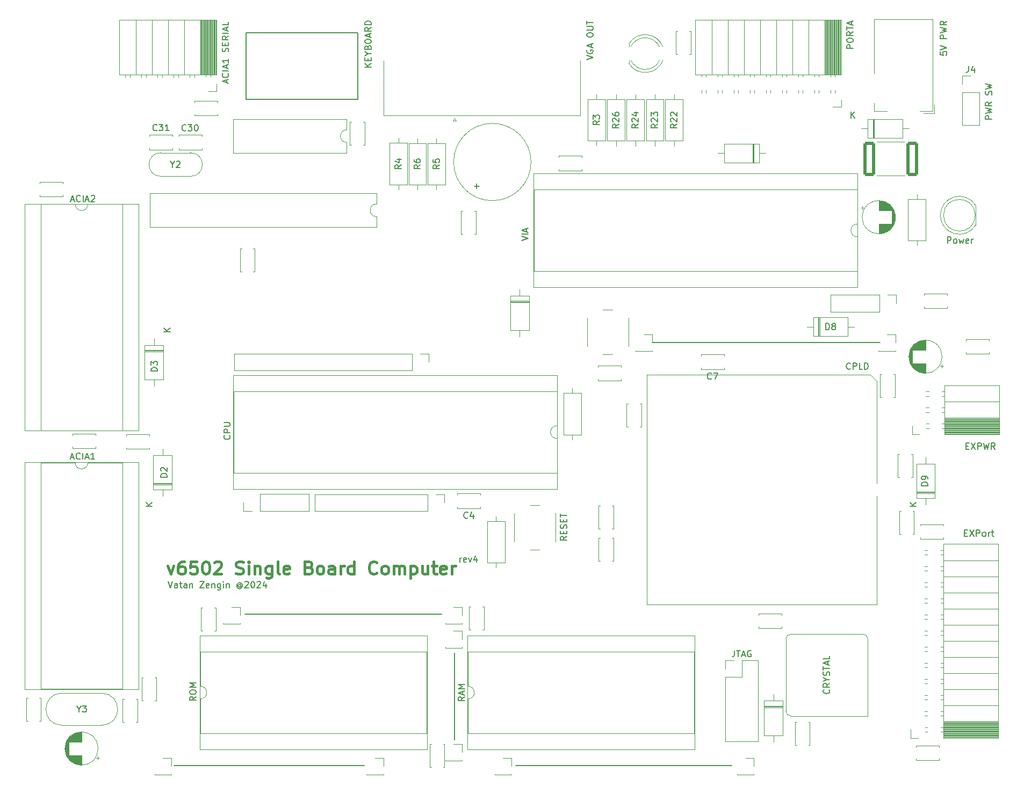
<source format=gto>
G04 #@! TF.GenerationSoftware,KiCad,Pcbnew,8.0.6*
G04 #@! TF.CreationDate,2024-12-01T17:46:02+03:00*
G04 #@! TF.ProjectId,6502_v1,36353032-5f76-4312-9e6b-696361645f70,rev?*
G04 #@! TF.SameCoordinates,Original*
G04 #@! TF.FileFunction,Legend,Top*
G04 #@! TF.FilePolarity,Positive*
%FSLAX46Y46*%
G04 Gerber Fmt 4.6, Leading zero omitted, Abs format (unit mm)*
G04 Created by KiCad (PCBNEW 8.0.6) date 2024-12-01 17:46:02*
%MOMM*%
%LPD*%
G01*
G04 APERTURE LIST*
G04 Aperture macros list*
%AMRoundRect*
0 Rectangle with rounded corners*
0 $1 Rounding radius*
0 $2 $3 $4 $5 $6 $7 $8 $9 X,Y pos of 4 corners*
0 Add a 4 corners polygon primitive as box body*
4,1,4,$2,$3,$4,$5,$6,$7,$8,$9,$2,$3,0*
0 Add four circle primitives for the rounded corners*
1,1,$1+$1,$2,$3*
1,1,$1+$1,$4,$5*
1,1,$1+$1,$6,$7*
1,1,$1+$1,$8,$9*
0 Add four rect primitives between the rounded corners*
20,1,$1+$1,$2,$3,$4,$5,0*
20,1,$1+$1,$4,$5,$6,$7,0*
20,1,$1+$1,$6,$7,$8,$9,0*
20,1,$1+$1,$8,$9,$2,$3,0*%
G04 Aperture macros list end*
%ADD10C,0.150000*%
%ADD11C,0.200000*%
%ADD12C,0.180000*%
%ADD13C,0.400000*%
%ADD14C,0.120000*%
%ADD15R,1.600000X1.600000*%
%ADD16C,1.600000*%
%ADD17C,1.524000*%
%ADD18C,3.300000*%
%ADD19R,1.422400X1.422400*%
%ADD20C,1.422400*%
%ADD21R,1.700000X1.700000*%
%ADD22O,1.700000X1.700000*%
%ADD23C,4.000000*%
%ADD24O,1.600000X1.600000*%
%ADD25R,2.200000X2.200000*%
%ADD26O,2.200000X2.200000*%
%ADD27R,1.800000X1.800000*%
%ADD28C,1.800000*%
%ADD29RoundRect,0.250000X-0.712500X-2.475000X0.712500X-2.475000X0.712500X2.475000X-0.712500X2.475000X0*%
%ADD30C,1.500000*%
%ADD31R,4.600000X2.000000*%
%ADD32O,4.200000X2.000000*%
%ADD33O,2.000000X4.200000*%
%ADD34C,2.000000*%
%ADD35R,2.000000X2.000000*%
%ADD36R,2.500000X2.500000*%
%ADD37C,2.500000*%
G04 APERTURE END LIST*
D10*
X110744000Y-128524000D02*
X141732000Y-128524000D01*
D11*
X99568000Y-152400000D02*
X129540000Y-152400000D01*
D10*
X143764000Y-148336000D02*
X143764000Y-134620000D01*
X153416000Y-152400000D02*
X187452000Y-152400000D01*
X174980198Y-85678000D02*
X210820000Y-85679501D01*
D11*
X224397673Y-101959409D02*
X224731006Y-101959409D01*
X224873863Y-102483219D02*
X224397673Y-102483219D01*
X224397673Y-102483219D02*
X224397673Y-101483219D01*
X224397673Y-101483219D02*
X224873863Y-101483219D01*
X225207197Y-101483219D02*
X225873863Y-102483219D01*
X225873863Y-101483219D02*
X225207197Y-102483219D01*
X226254816Y-102483219D02*
X226254816Y-101483219D01*
X226254816Y-101483219D02*
X226635768Y-101483219D01*
X226635768Y-101483219D02*
X226731006Y-101530838D01*
X226731006Y-101530838D02*
X226778625Y-101578457D01*
X226778625Y-101578457D02*
X226826244Y-101673695D01*
X226826244Y-101673695D02*
X226826244Y-101816552D01*
X226826244Y-101816552D02*
X226778625Y-101911790D01*
X226778625Y-101911790D02*
X226731006Y-101959409D01*
X226731006Y-101959409D02*
X226635768Y-102007028D01*
X226635768Y-102007028D02*
X226254816Y-102007028D01*
X227159578Y-101483219D02*
X227397673Y-102483219D01*
X227397673Y-102483219D02*
X227588149Y-101768933D01*
X227588149Y-101768933D02*
X227778625Y-102483219D01*
X227778625Y-102483219D02*
X228016721Y-101483219D01*
X228969101Y-102483219D02*
X228635768Y-102007028D01*
X228397673Y-102483219D02*
X228397673Y-101483219D01*
X228397673Y-101483219D02*
X228778625Y-101483219D01*
X228778625Y-101483219D02*
X228873863Y-101530838D01*
X228873863Y-101530838D02*
X228921482Y-101578457D01*
X228921482Y-101578457D02*
X228969101Y-101673695D01*
X228969101Y-101673695D02*
X228969101Y-101816552D01*
X228969101Y-101816552D02*
X228921482Y-101911790D01*
X228921482Y-101911790D02*
X228873863Y-101959409D01*
X228873863Y-101959409D02*
X228778625Y-102007028D01*
X228778625Y-102007028D02*
X228397673Y-102007028D01*
X220355219Y-39794136D02*
X220355219Y-40270326D01*
X220355219Y-40270326D02*
X220831409Y-40317945D01*
X220831409Y-40317945D02*
X220783790Y-40270326D01*
X220783790Y-40270326D02*
X220736171Y-40175088D01*
X220736171Y-40175088D02*
X220736171Y-39936993D01*
X220736171Y-39936993D02*
X220783790Y-39841755D01*
X220783790Y-39841755D02*
X220831409Y-39794136D01*
X220831409Y-39794136D02*
X220926647Y-39746517D01*
X220926647Y-39746517D02*
X221164742Y-39746517D01*
X221164742Y-39746517D02*
X221259980Y-39794136D01*
X221259980Y-39794136D02*
X221307600Y-39841755D01*
X221307600Y-39841755D02*
X221355219Y-39936993D01*
X221355219Y-39936993D02*
X221355219Y-40175088D01*
X221355219Y-40175088D02*
X221307600Y-40270326D01*
X221307600Y-40270326D02*
X221259980Y-40317945D01*
X220355219Y-39460802D02*
X221355219Y-39127469D01*
X221355219Y-39127469D02*
X220355219Y-38794136D01*
X221355219Y-37698897D02*
X220355219Y-37698897D01*
X220355219Y-37698897D02*
X220355219Y-37317945D01*
X220355219Y-37317945D02*
X220402838Y-37222707D01*
X220402838Y-37222707D02*
X220450457Y-37175088D01*
X220450457Y-37175088D02*
X220545695Y-37127469D01*
X220545695Y-37127469D02*
X220688552Y-37127469D01*
X220688552Y-37127469D02*
X220783790Y-37175088D01*
X220783790Y-37175088D02*
X220831409Y-37222707D01*
X220831409Y-37222707D02*
X220879028Y-37317945D01*
X220879028Y-37317945D02*
X220879028Y-37698897D01*
X220355219Y-36794135D02*
X221355219Y-36556040D01*
X221355219Y-36556040D02*
X220640933Y-36365564D01*
X220640933Y-36365564D02*
X221355219Y-36175088D01*
X221355219Y-36175088D02*
X220355219Y-35936993D01*
X221355219Y-34984612D02*
X220879028Y-35317945D01*
X221355219Y-35556040D02*
X220355219Y-35556040D01*
X220355219Y-35556040D02*
X220355219Y-35175088D01*
X220355219Y-35175088D02*
X220402838Y-35079850D01*
X220402838Y-35079850D02*
X220450457Y-35032231D01*
X220450457Y-35032231D02*
X220545695Y-34984612D01*
X220545695Y-34984612D02*
X220688552Y-34984612D01*
X220688552Y-34984612D02*
X220783790Y-35032231D01*
X220783790Y-35032231D02*
X220831409Y-35079850D01*
X220831409Y-35079850D02*
X220879028Y-35175088D01*
X220879028Y-35175088D02*
X220879028Y-35556040D01*
X164641147Y-41042720D02*
X165641147Y-40709387D01*
X165641147Y-40709387D02*
X164641147Y-40376054D01*
X164688766Y-39518911D02*
X164641147Y-39614149D01*
X164641147Y-39614149D02*
X164641147Y-39757006D01*
X164641147Y-39757006D02*
X164688766Y-39899863D01*
X164688766Y-39899863D02*
X164784004Y-39995101D01*
X164784004Y-39995101D02*
X164879242Y-40042720D01*
X164879242Y-40042720D02*
X165069718Y-40090339D01*
X165069718Y-40090339D02*
X165212575Y-40090339D01*
X165212575Y-40090339D02*
X165403051Y-40042720D01*
X165403051Y-40042720D02*
X165498289Y-39995101D01*
X165498289Y-39995101D02*
X165593528Y-39899863D01*
X165593528Y-39899863D02*
X165641147Y-39757006D01*
X165641147Y-39757006D02*
X165641147Y-39661768D01*
X165641147Y-39661768D02*
X165593528Y-39518911D01*
X165593528Y-39518911D02*
X165545908Y-39471292D01*
X165545908Y-39471292D02*
X165212575Y-39471292D01*
X165212575Y-39471292D02*
X165212575Y-39661768D01*
X165355432Y-39090339D02*
X165355432Y-38614149D01*
X165641147Y-39185577D02*
X164641147Y-38852244D01*
X164641147Y-38852244D02*
X165641147Y-38518911D01*
X164641147Y-37233196D02*
X164641147Y-37042720D01*
X164641147Y-37042720D02*
X164688766Y-36947482D01*
X164688766Y-36947482D02*
X164784004Y-36852244D01*
X164784004Y-36852244D02*
X164974480Y-36804625D01*
X164974480Y-36804625D02*
X165307813Y-36804625D01*
X165307813Y-36804625D02*
X165498289Y-36852244D01*
X165498289Y-36852244D02*
X165593528Y-36947482D01*
X165593528Y-36947482D02*
X165641147Y-37042720D01*
X165641147Y-37042720D02*
X165641147Y-37233196D01*
X165641147Y-37233196D02*
X165593528Y-37328434D01*
X165593528Y-37328434D02*
X165498289Y-37423672D01*
X165498289Y-37423672D02*
X165307813Y-37471291D01*
X165307813Y-37471291D02*
X164974480Y-37471291D01*
X164974480Y-37471291D02*
X164784004Y-37423672D01*
X164784004Y-37423672D02*
X164688766Y-37328434D01*
X164688766Y-37328434D02*
X164641147Y-37233196D01*
X164641147Y-36376053D02*
X165450670Y-36376053D01*
X165450670Y-36376053D02*
X165545908Y-36328434D01*
X165545908Y-36328434D02*
X165593528Y-36280815D01*
X165593528Y-36280815D02*
X165641147Y-36185577D01*
X165641147Y-36185577D02*
X165641147Y-35995101D01*
X165641147Y-35995101D02*
X165593528Y-35899863D01*
X165593528Y-35899863D02*
X165545908Y-35852244D01*
X165545908Y-35852244D02*
X165450670Y-35804625D01*
X165450670Y-35804625D02*
X164641147Y-35804625D01*
X164641147Y-35471291D02*
X164641147Y-34899863D01*
X165641147Y-35185577D02*
X164641147Y-35185577D01*
D10*
X83342752Y-63135107D02*
X83818942Y-63135107D01*
X83247514Y-63420822D02*
X83580847Y-62420822D01*
X83580847Y-62420822D02*
X83914180Y-63420822D01*
X84818942Y-63325583D02*
X84771323Y-63373203D01*
X84771323Y-63373203D02*
X84628466Y-63420822D01*
X84628466Y-63420822D02*
X84533228Y-63420822D01*
X84533228Y-63420822D02*
X84390371Y-63373203D01*
X84390371Y-63373203D02*
X84295133Y-63277964D01*
X84295133Y-63277964D02*
X84247514Y-63182726D01*
X84247514Y-63182726D02*
X84199895Y-62992250D01*
X84199895Y-62992250D02*
X84199895Y-62849393D01*
X84199895Y-62849393D02*
X84247514Y-62658917D01*
X84247514Y-62658917D02*
X84295133Y-62563679D01*
X84295133Y-62563679D02*
X84390371Y-62468441D01*
X84390371Y-62468441D02*
X84533228Y-62420822D01*
X84533228Y-62420822D02*
X84628466Y-62420822D01*
X84628466Y-62420822D02*
X84771323Y-62468441D01*
X84771323Y-62468441D02*
X84818942Y-62516060D01*
X85247514Y-63420822D02*
X85247514Y-62420822D01*
X85676085Y-63135107D02*
X86152275Y-63135107D01*
X85580847Y-63420822D02*
X85914180Y-62420822D01*
X85914180Y-62420822D02*
X86247513Y-63420822D01*
X86533228Y-62516060D02*
X86580847Y-62468441D01*
X86580847Y-62468441D02*
X86676085Y-62420822D01*
X86676085Y-62420822D02*
X86914180Y-62420822D01*
X86914180Y-62420822D02*
X87009418Y-62468441D01*
X87009418Y-62468441D02*
X87057037Y-62516060D01*
X87057037Y-62516060D02*
X87104656Y-62611298D01*
X87104656Y-62611298D02*
X87104656Y-62706536D01*
X87104656Y-62706536D02*
X87057037Y-62849393D01*
X87057037Y-62849393D02*
X86485609Y-63420822D01*
X86485609Y-63420822D02*
X87104656Y-63420822D01*
X154394819Y-69579999D02*
X155394819Y-69246666D01*
X155394819Y-69246666D02*
X154394819Y-68913333D01*
X155394819Y-68579999D02*
X154394819Y-68579999D01*
X155109104Y-68151428D02*
X155109104Y-67675238D01*
X155394819Y-68246666D02*
X154394819Y-67913333D01*
X154394819Y-67913333D02*
X155394819Y-67580000D01*
D12*
X144628516Y-120264259D02*
X144628516Y-119597592D01*
X144628516Y-119788068D02*
X144676135Y-119692830D01*
X144676135Y-119692830D02*
X144723754Y-119645211D01*
X144723754Y-119645211D02*
X144818992Y-119597592D01*
X144818992Y-119597592D02*
X144914230Y-119597592D01*
X145628516Y-120216640D02*
X145533278Y-120264259D01*
X145533278Y-120264259D02*
X145342802Y-120264259D01*
X145342802Y-120264259D02*
X145247564Y-120216640D01*
X145247564Y-120216640D02*
X145199945Y-120121401D01*
X145199945Y-120121401D02*
X145199945Y-119740449D01*
X145199945Y-119740449D02*
X145247564Y-119645211D01*
X145247564Y-119645211D02*
X145342802Y-119597592D01*
X145342802Y-119597592D02*
X145533278Y-119597592D01*
X145533278Y-119597592D02*
X145628516Y-119645211D01*
X145628516Y-119645211D02*
X145676135Y-119740449D01*
X145676135Y-119740449D02*
X145676135Y-119835687D01*
X145676135Y-119835687D02*
X145199945Y-119930925D01*
X146009469Y-119597592D02*
X146247564Y-120264259D01*
X146247564Y-120264259D02*
X146485659Y-119597592D01*
X147295183Y-119597592D02*
X147295183Y-120264259D01*
X147057088Y-119216640D02*
X146818993Y-119930925D01*
X146818993Y-119930925D02*
X147438040Y-119930925D01*
D13*
X98592871Y-120829104D02*
X99069061Y-122162438D01*
X99069061Y-122162438D02*
X99545252Y-120829104D01*
X101164300Y-120162438D02*
X100783347Y-120162438D01*
X100783347Y-120162438D02*
X100592871Y-120257676D01*
X100592871Y-120257676D02*
X100497633Y-120352914D01*
X100497633Y-120352914D02*
X100307157Y-120638628D01*
X100307157Y-120638628D02*
X100211919Y-121019580D01*
X100211919Y-121019580D02*
X100211919Y-121781485D01*
X100211919Y-121781485D02*
X100307157Y-121971961D01*
X100307157Y-121971961D02*
X100402395Y-122067200D01*
X100402395Y-122067200D02*
X100592871Y-122162438D01*
X100592871Y-122162438D02*
X100973824Y-122162438D01*
X100973824Y-122162438D02*
X101164300Y-122067200D01*
X101164300Y-122067200D02*
X101259538Y-121971961D01*
X101259538Y-121971961D02*
X101354776Y-121781485D01*
X101354776Y-121781485D02*
X101354776Y-121305295D01*
X101354776Y-121305295D02*
X101259538Y-121114819D01*
X101259538Y-121114819D02*
X101164300Y-121019580D01*
X101164300Y-121019580D02*
X100973824Y-120924342D01*
X100973824Y-120924342D02*
X100592871Y-120924342D01*
X100592871Y-120924342D02*
X100402395Y-121019580D01*
X100402395Y-121019580D02*
X100307157Y-121114819D01*
X100307157Y-121114819D02*
X100211919Y-121305295D01*
X103164300Y-120162438D02*
X102211919Y-120162438D01*
X102211919Y-120162438D02*
X102116681Y-121114819D01*
X102116681Y-121114819D02*
X102211919Y-121019580D01*
X102211919Y-121019580D02*
X102402395Y-120924342D01*
X102402395Y-120924342D02*
X102878586Y-120924342D01*
X102878586Y-120924342D02*
X103069062Y-121019580D01*
X103069062Y-121019580D02*
X103164300Y-121114819D01*
X103164300Y-121114819D02*
X103259538Y-121305295D01*
X103259538Y-121305295D02*
X103259538Y-121781485D01*
X103259538Y-121781485D02*
X103164300Y-121971961D01*
X103164300Y-121971961D02*
X103069062Y-122067200D01*
X103069062Y-122067200D02*
X102878586Y-122162438D01*
X102878586Y-122162438D02*
X102402395Y-122162438D01*
X102402395Y-122162438D02*
X102211919Y-122067200D01*
X102211919Y-122067200D02*
X102116681Y-121971961D01*
X104497633Y-120162438D02*
X104688110Y-120162438D01*
X104688110Y-120162438D02*
X104878586Y-120257676D01*
X104878586Y-120257676D02*
X104973824Y-120352914D01*
X104973824Y-120352914D02*
X105069062Y-120543390D01*
X105069062Y-120543390D02*
X105164300Y-120924342D01*
X105164300Y-120924342D02*
X105164300Y-121400533D01*
X105164300Y-121400533D02*
X105069062Y-121781485D01*
X105069062Y-121781485D02*
X104973824Y-121971961D01*
X104973824Y-121971961D02*
X104878586Y-122067200D01*
X104878586Y-122067200D02*
X104688110Y-122162438D01*
X104688110Y-122162438D02*
X104497633Y-122162438D01*
X104497633Y-122162438D02*
X104307157Y-122067200D01*
X104307157Y-122067200D02*
X104211919Y-121971961D01*
X104211919Y-121971961D02*
X104116681Y-121781485D01*
X104116681Y-121781485D02*
X104021443Y-121400533D01*
X104021443Y-121400533D02*
X104021443Y-120924342D01*
X104021443Y-120924342D02*
X104116681Y-120543390D01*
X104116681Y-120543390D02*
X104211919Y-120352914D01*
X104211919Y-120352914D02*
X104307157Y-120257676D01*
X104307157Y-120257676D02*
X104497633Y-120162438D01*
X105926205Y-120352914D02*
X106021443Y-120257676D01*
X106021443Y-120257676D02*
X106211919Y-120162438D01*
X106211919Y-120162438D02*
X106688110Y-120162438D01*
X106688110Y-120162438D02*
X106878586Y-120257676D01*
X106878586Y-120257676D02*
X106973824Y-120352914D01*
X106973824Y-120352914D02*
X107069062Y-120543390D01*
X107069062Y-120543390D02*
X107069062Y-120733866D01*
X107069062Y-120733866D02*
X106973824Y-121019580D01*
X106973824Y-121019580D02*
X105830967Y-122162438D01*
X105830967Y-122162438D02*
X107069062Y-122162438D01*
X109354777Y-122067200D02*
X109640491Y-122162438D01*
X109640491Y-122162438D02*
X110116682Y-122162438D01*
X110116682Y-122162438D02*
X110307158Y-122067200D01*
X110307158Y-122067200D02*
X110402396Y-121971961D01*
X110402396Y-121971961D02*
X110497634Y-121781485D01*
X110497634Y-121781485D02*
X110497634Y-121591009D01*
X110497634Y-121591009D02*
X110402396Y-121400533D01*
X110402396Y-121400533D02*
X110307158Y-121305295D01*
X110307158Y-121305295D02*
X110116682Y-121210057D01*
X110116682Y-121210057D02*
X109735729Y-121114819D01*
X109735729Y-121114819D02*
X109545253Y-121019580D01*
X109545253Y-121019580D02*
X109450015Y-120924342D01*
X109450015Y-120924342D02*
X109354777Y-120733866D01*
X109354777Y-120733866D02*
X109354777Y-120543390D01*
X109354777Y-120543390D02*
X109450015Y-120352914D01*
X109450015Y-120352914D02*
X109545253Y-120257676D01*
X109545253Y-120257676D02*
X109735729Y-120162438D01*
X109735729Y-120162438D02*
X110211920Y-120162438D01*
X110211920Y-120162438D02*
X110497634Y-120257676D01*
X111354777Y-122162438D02*
X111354777Y-120829104D01*
X111354777Y-120162438D02*
X111259539Y-120257676D01*
X111259539Y-120257676D02*
X111354777Y-120352914D01*
X111354777Y-120352914D02*
X111450015Y-120257676D01*
X111450015Y-120257676D02*
X111354777Y-120162438D01*
X111354777Y-120162438D02*
X111354777Y-120352914D01*
X112307158Y-120829104D02*
X112307158Y-122162438D01*
X112307158Y-121019580D02*
X112402396Y-120924342D01*
X112402396Y-120924342D02*
X112592872Y-120829104D01*
X112592872Y-120829104D02*
X112878587Y-120829104D01*
X112878587Y-120829104D02*
X113069063Y-120924342D01*
X113069063Y-120924342D02*
X113164301Y-121114819D01*
X113164301Y-121114819D02*
X113164301Y-122162438D01*
X114973825Y-120829104D02*
X114973825Y-122448152D01*
X114973825Y-122448152D02*
X114878587Y-122638628D01*
X114878587Y-122638628D02*
X114783349Y-122733866D01*
X114783349Y-122733866D02*
X114592872Y-122829104D01*
X114592872Y-122829104D02*
X114307158Y-122829104D01*
X114307158Y-122829104D02*
X114116682Y-122733866D01*
X114973825Y-122067200D02*
X114783349Y-122162438D01*
X114783349Y-122162438D02*
X114402396Y-122162438D01*
X114402396Y-122162438D02*
X114211920Y-122067200D01*
X114211920Y-122067200D02*
X114116682Y-121971961D01*
X114116682Y-121971961D02*
X114021444Y-121781485D01*
X114021444Y-121781485D02*
X114021444Y-121210057D01*
X114021444Y-121210057D02*
X114116682Y-121019580D01*
X114116682Y-121019580D02*
X114211920Y-120924342D01*
X114211920Y-120924342D02*
X114402396Y-120829104D01*
X114402396Y-120829104D02*
X114783349Y-120829104D01*
X114783349Y-120829104D02*
X114973825Y-120924342D01*
X116211920Y-122162438D02*
X116021444Y-122067200D01*
X116021444Y-122067200D02*
X115926206Y-121876723D01*
X115926206Y-121876723D02*
X115926206Y-120162438D01*
X117735730Y-122067200D02*
X117545254Y-122162438D01*
X117545254Y-122162438D02*
X117164301Y-122162438D01*
X117164301Y-122162438D02*
X116973825Y-122067200D01*
X116973825Y-122067200D02*
X116878587Y-121876723D01*
X116878587Y-121876723D02*
X116878587Y-121114819D01*
X116878587Y-121114819D02*
X116973825Y-120924342D01*
X116973825Y-120924342D02*
X117164301Y-120829104D01*
X117164301Y-120829104D02*
X117545254Y-120829104D01*
X117545254Y-120829104D02*
X117735730Y-120924342D01*
X117735730Y-120924342D02*
X117830968Y-121114819D01*
X117830968Y-121114819D02*
X117830968Y-121305295D01*
X117830968Y-121305295D02*
X116878587Y-121495771D01*
X120878588Y-121114819D02*
X121164302Y-121210057D01*
X121164302Y-121210057D02*
X121259540Y-121305295D01*
X121259540Y-121305295D02*
X121354778Y-121495771D01*
X121354778Y-121495771D02*
X121354778Y-121781485D01*
X121354778Y-121781485D02*
X121259540Y-121971961D01*
X121259540Y-121971961D02*
X121164302Y-122067200D01*
X121164302Y-122067200D02*
X120973826Y-122162438D01*
X120973826Y-122162438D02*
X120211921Y-122162438D01*
X120211921Y-122162438D02*
X120211921Y-120162438D01*
X120211921Y-120162438D02*
X120878588Y-120162438D01*
X120878588Y-120162438D02*
X121069064Y-120257676D01*
X121069064Y-120257676D02*
X121164302Y-120352914D01*
X121164302Y-120352914D02*
X121259540Y-120543390D01*
X121259540Y-120543390D02*
X121259540Y-120733866D01*
X121259540Y-120733866D02*
X121164302Y-120924342D01*
X121164302Y-120924342D02*
X121069064Y-121019580D01*
X121069064Y-121019580D02*
X120878588Y-121114819D01*
X120878588Y-121114819D02*
X120211921Y-121114819D01*
X122497635Y-122162438D02*
X122307159Y-122067200D01*
X122307159Y-122067200D02*
X122211921Y-121971961D01*
X122211921Y-121971961D02*
X122116683Y-121781485D01*
X122116683Y-121781485D02*
X122116683Y-121210057D01*
X122116683Y-121210057D02*
X122211921Y-121019580D01*
X122211921Y-121019580D02*
X122307159Y-120924342D01*
X122307159Y-120924342D02*
X122497635Y-120829104D01*
X122497635Y-120829104D02*
X122783350Y-120829104D01*
X122783350Y-120829104D02*
X122973826Y-120924342D01*
X122973826Y-120924342D02*
X123069064Y-121019580D01*
X123069064Y-121019580D02*
X123164302Y-121210057D01*
X123164302Y-121210057D02*
X123164302Y-121781485D01*
X123164302Y-121781485D02*
X123069064Y-121971961D01*
X123069064Y-121971961D02*
X122973826Y-122067200D01*
X122973826Y-122067200D02*
X122783350Y-122162438D01*
X122783350Y-122162438D02*
X122497635Y-122162438D01*
X124878588Y-122162438D02*
X124878588Y-121114819D01*
X124878588Y-121114819D02*
X124783350Y-120924342D01*
X124783350Y-120924342D02*
X124592874Y-120829104D01*
X124592874Y-120829104D02*
X124211921Y-120829104D01*
X124211921Y-120829104D02*
X124021445Y-120924342D01*
X124878588Y-122067200D02*
X124688112Y-122162438D01*
X124688112Y-122162438D02*
X124211921Y-122162438D01*
X124211921Y-122162438D02*
X124021445Y-122067200D01*
X124021445Y-122067200D02*
X123926207Y-121876723D01*
X123926207Y-121876723D02*
X123926207Y-121686247D01*
X123926207Y-121686247D02*
X124021445Y-121495771D01*
X124021445Y-121495771D02*
X124211921Y-121400533D01*
X124211921Y-121400533D02*
X124688112Y-121400533D01*
X124688112Y-121400533D02*
X124878588Y-121305295D01*
X125830969Y-122162438D02*
X125830969Y-120829104D01*
X125830969Y-121210057D02*
X125926207Y-121019580D01*
X125926207Y-121019580D02*
X126021445Y-120924342D01*
X126021445Y-120924342D02*
X126211921Y-120829104D01*
X126211921Y-120829104D02*
X126402398Y-120829104D01*
X127926207Y-122162438D02*
X127926207Y-120162438D01*
X127926207Y-122067200D02*
X127735731Y-122162438D01*
X127735731Y-122162438D02*
X127354778Y-122162438D01*
X127354778Y-122162438D02*
X127164302Y-122067200D01*
X127164302Y-122067200D02*
X127069064Y-121971961D01*
X127069064Y-121971961D02*
X126973826Y-121781485D01*
X126973826Y-121781485D02*
X126973826Y-121210057D01*
X126973826Y-121210057D02*
X127069064Y-121019580D01*
X127069064Y-121019580D02*
X127164302Y-120924342D01*
X127164302Y-120924342D02*
X127354778Y-120829104D01*
X127354778Y-120829104D02*
X127735731Y-120829104D01*
X127735731Y-120829104D02*
X127926207Y-120924342D01*
X131545255Y-121971961D02*
X131450017Y-122067200D01*
X131450017Y-122067200D02*
X131164303Y-122162438D01*
X131164303Y-122162438D02*
X130973827Y-122162438D01*
X130973827Y-122162438D02*
X130688112Y-122067200D01*
X130688112Y-122067200D02*
X130497636Y-121876723D01*
X130497636Y-121876723D02*
X130402398Y-121686247D01*
X130402398Y-121686247D02*
X130307160Y-121305295D01*
X130307160Y-121305295D02*
X130307160Y-121019580D01*
X130307160Y-121019580D02*
X130402398Y-120638628D01*
X130402398Y-120638628D02*
X130497636Y-120448152D01*
X130497636Y-120448152D02*
X130688112Y-120257676D01*
X130688112Y-120257676D02*
X130973827Y-120162438D01*
X130973827Y-120162438D02*
X131164303Y-120162438D01*
X131164303Y-120162438D02*
X131450017Y-120257676D01*
X131450017Y-120257676D02*
X131545255Y-120352914D01*
X132688112Y-122162438D02*
X132497636Y-122067200D01*
X132497636Y-122067200D02*
X132402398Y-121971961D01*
X132402398Y-121971961D02*
X132307160Y-121781485D01*
X132307160Y-121781485D02*
X132307160Y-121210057D01*
X132307160Y-121210057D02*
X132402398Y-121019580D01*
X132402398Y-121019580D02*
X132497636Y-120924342D01*
X132497636Y-120924342D02*
X132688112Y-120829104D01*
X132688112Y-120829104D02*
X132973827Y-120829104D01*
X132973827Y-120829104D02*
X133164303Y-120924342D01*
X133164303Y-120924342D02*
X133259541Y-121019580D01*
X133259541Y-121019580D02*
X133354779Y-121210057D01*
X133354779Y-121210057D02*
X133354779Y-121781485D01*
X133354779Y-121781485D02*
X133259541Y-121971961D01*
X133259541Y-121971961D02*
X133164303Y-122067200D01*
X133164303Y-122067200D02*
X132973827Y-122162438D01*
X132973827Y-122162438D02*
X132688112Y-122162438D01*
X134211922Y-122162438D02*
X134211922Y-120829104D01*
X134211922Y-121019580D02*
X134307160Y-120924342D01*
X134307160Y-120924342D02*
X134497636Y-120829104D01*
X134497636Y-120829104D02*
X134783351Y-120829104D01*
X134783351Y-120829104D02*
X134973827Y-120924342D01*
X134973827Y-120924342D02*
X135069065Y-121114819D01*
X135069065Y-121114819D02*
X135069065Y-122162438D01*
X135069065Y-121114819D02*
X135164303Y-120924342D01*
X135164303Y-120924342D02*
X135354779Y-120829104D01*
X135354779Y-120829104D02*
X135640493Y-120829104D01*
X135640493Y-120829104D02*
X135830970Y-120924342D01*
X135830970Y-120924342D02*
X135926208Y-121114819D01*
X135926208Y-121114819D02*
X135926208Y-122162438D01*
X136878589Y-120829104D02*
X136878589Y-122829104D01*
X136878589Y-120924342D02*
X137069065Y-120829104D01*
X137069065Y-120829104D02*
X137450018Y-120829104D01*
X137450018Y-120829104D02*
X137640494Y-120924342D01*
X137640494Y-120924342D02*
X137735732Y-121019580D01*
X137735732Y-121019580D02*
X137830970Y-121210057D01*
X137830970Y-121210057D02*
X137830970Y-121781485D01*
X137830970Y-121781485D02*
X137735732Y-121971961D01*
X137735732Y-121971961D02*
X137640494Y-122067200D01*
X137640494Y-122067200D02*
X137450018Y-122162438D01*
X137450018Y-122162438D02*
X137069065Y-122162438D01*
X137069065Y-122162438D02*
X136878589Y-122067200D01*
X139545256Y-120829104D02*
X139545256Y-122162438D01*
X138688113Y-120829104D02*
X138688113Y-121876723D01*
X138688113Y-121876723D02*
X138783351Y-122067200D01*
X138783351Y-122067200D02*
X138973827Y-122162438D01*
X138973827Y-122162438D02*
X139259542Y-122162438D01*
X139259542Y-122162438D02*
X139450018Y-122067200D01*
X139450018Y-122067200D02*
X139545256Y-121971961D01*
X140211923Y-120829104D02*
X140973827Y-120829104D01*
X140497637Y-120162438D02*
X140497637Y-121876723D01*
X140497637Y-121876723D02*
X140592875Y-122067200D01*
X140592875Y-122067200D02*
X140783351Y-122162438D01*
X140783351Y-122162438D02*
X140973827Y-122162438D01*
X142402399Y-122067200D02*
X142211923Y-122162438D01*
X142211923Y-122162438D02*
X141830970Y-122162438D01*
X141830970Y-122162438D02*
X141640494Y-122067200D01*
X141640494Y-122067200D02*
X141545256Y-121876723D01*
X141545256Y-121876723D02*
X141545256Y-121114819D01*
X141545256Y-121114819D02*
X141640494Y-120924342D01*
X141640494Y-120924342D02*
X141830970Y-120829104D01*
X141830970Y-120829104D02*
X142211923Y-120829104D01*
X142211923Y-120829104D02*
X142402399Y-120924342D01*
X142402399Y-120924342D02*
X142497637Y-121114819D01*
X142497637Y-121114819D02*
X142497637Y-121305295D01*
X142497637Y-121305295D02*
X141545256Y-121495771D01*
X143354780Y-122162438D02*
X143354780Y-120829104D01*
X143354780Y-121210057D02*
X143450018Y-121019580D01*
X143450018Y-121019580D02*
X143545256Y-120924342D01*
X143545256Y-120924342D02*
X143735732Y-120829104D01*
X143735732Y-120829104D02*
X143926209Y-120829104D01*
D12*
X98705648Y-123328259D02*
X99038981Y-124328259D01*
X99038981Y-124328259D02*
X99372314Y-123328259D01*
X100134219Y-124328259D02*
X100134219Y-123804449D01*
X100134219Y-123804449D02*
X100086600Y-123709211D01*
X100086600Y-123709211D02*
X99991362Y-123661592D01*
X99991362Y-123661592D02*
X99800886Y-123661592D01*
X99800886Y-123661592D02*
X99705648Y-123709211D01*
X100134219Y-124280640D02*
X100038981Y-124328259D01*
X100038981Y-124328259D02*
X99800886Y-124328259D01*
X99800886Y-124328259D02*
X99705648Y-124280640D01*
X99705648Y-124280640D02*
X99658029Y-124185401D01*
X99658029Y-124185401D02*
X99658029Y-124090163D01*
X99658029Y-124090163D02*
X99705648Y-123994925D01*
X99705648Y-123994925D02*
X99800886Y-123947306D01*
X99800886Y-123947306D02*
X100038981Y-123947306D01*
X100038981Y-123947306D02*
X100134219Y-123899687D01*
X100467553Y-123661592D02*
X100848505Y-123661592D01*
X100610410Y-123328259D02*
X100610410Y-124185401D01*
X100610410Y-124185401D02*
X100658029Y-124280640D01*
X100658029Y-124280640D02*
X100753267Y-124328259D01*
X100753267Y-124328259D02*
X100848505Y-124328259D01*
X101610410Y-124328259D02*
X101610410Y-123804449D01*
X101610410Y-123804449D02*
X101562791Y-123709211D01*
X101562791Y-123709211D02*
X101467553Y-123661592D01*
X101467553Y-123661592D02*
X101277077Y-123661592D01*
X101277077Y-123661592D02*
X101181839Y-123709211D01*
X101610410Y-124280640D02*
X101515172Y-124328259D01*
X101515172Y-124328259D02*
X101277077Y-124328259D01*
X101277077Y-124328259D02*
X101181839Y-124280640D01*
X101181839Y-124280640D02*
X101134220Y-124185401D01*
X101134220Y-124185401D02*
X101134220Y-124090163D01*
X101134220Y-124090163D02*
X101181839Y-123994925D01*
X101181839Y-123994925D02*
X101277077Y-123947306D01*
X101277077Y-123947306D02*
X101515172Y-123947306D01*
X101515172Y-123947306D02*
X101610410Y-123899687D01*
X102086601Y-123661592D02*
X102086601Y-124328259D01*
X102086601Y-123756830D02*
X102134220Y-123709211D01*
X102134220Y-123709211D02*
X102229458Y-123661592D01*
X102229458Y-123661592D02*
X102372315Y-123661592D01*
X102372315Y-123661592D02*
X102467553Y-123709211D01*
X102467553Y-123709211D02*
X102515172Y-123804449D01*
X102515172Y-123804449D02*
X102515172Y-124328259D01*
X103658030Y-123328259D02*
X104324696Y-123328259D01*
X104324696Y-123328259D02*
X103658030Y-124328259D01*
X103658030Y-124328259D02*
X104324696Y-124328259D01*
X105086601Y-124280640D02*
X104991363Y-124328259D01*
X104991363Y-124328259D02*
X104800887Y-124328259D01*
X104800887Y-124328259D02*
X104705649Y-124280640D01*
X104705649Y-124280640D02*
X104658030Y-124185401D01*
X104658030Y-124185401D02*
X104658030Y-123804449D01*
X104658030Y-123804449D02*
X104705649Y-123709211D01*
X104705649Y-123709211D02*
X104800887Y-123661592D01*
X104800887Y-123661592D02*
X104991363Y-123661592D01*
X104991363Y-123661592D02*
X105086601Y-123709211D01*
X105086601Y-123709211D02*
X105134220Y-123804449D01*
X105134220Y-123804449D02*
X105134220Y-123899687D01*
X105134220Y-123899687D02*
X104658030Y-123994925D01*
X105562792Y-123661592D02*
X105562792Y-124328259D01*
X105562792Y-123756830D02*
X105610411Y-123709211D01*
X105610411Y-123709211D02*
X105705649Y-123661592D01*
X105705649Y-123661592D02*
X105848506Y-123661592D01*
X105848506Y-123661592D02*
X105943744Y-123709211D01*
X105943744Y-123709211D02*
X105991363Y-123804449D01*
X105991363Y-123804449D02*
X105991363Y-124328259D01*
X106896125Y-123661592D02*
X106896125Y-124471116D01*
X106896125Y-124471116D02*
X106848506Y-124566354D01*
X106848506Y-124566354D02*
X106800887Y-124613973D01*
X106800887Y-124613973D02*
X106705649Y-124661592D01*
X106705649Y-124661592D02*
X106562792Y-124661592D01*
X106562792Y-124661592D02*
X106467554Y-124613973D01*
X106896125Y-124280640D02*
X106800887Y-124328259D01*
X106800887Y-124328259D02*
X106610411Y-124328259D01*
X106610411Y-124328259D02*
X106515173Y-124280640D01*
X106515173Y-124280640D02*
X106467554Y-124233020D01*
X106467554Y-124233020D02*
X106419935Y-124137782D01*
X106419935Y-124137782D02*
X106419935Y-123852068D01*
X106419935Y-123852068D02*
X106467554Y-123756830D01*
X106467554Y-123756830D02*
X106515173Y-123709211D01*
X106515173Y-123709211D02*
X106610411Y-123661592D01*
X106610411Y-123661592D02*
X106800887Y-123661592D01*
X106800887Y-123661592D02*
X106896125Y-123709211D01*
X107372316Y-124328259D02*
X107372316Y-123661592D01*
X107372316Y-123328259D02*
X107324697Y-123375878D01*
X107324697Y-123375878D02*
X107372316Y-123423497D01*
X107372316Y-123423497D02*
X107419935Y-123375878D01*
X107419935Y-123375878D02*
X107372316Y-123328259D01*
X107372316Y-123328259D02*
X107372316Y-123423497D01*
X107848506Y-123661592D02*
X107848506Y-124328259D01*
X107848506Y-123756830D02*
X107896125Y-123709211D01*
X107896125Y-123709211D02*
X107991363Y-123661592D01*
X107991363Y-123661592D02*
X108134220Y-123661592D01*
X108134220Y-123661592D02*
X108229458Y-123709211D01*
X108229458Y-123709211D02*
X108277077Y-123804449D01*
X108277077Y-123804449D02*
X108277077Y-124328259D01*
X110134220Y-123852068D02*
X110086601Y-123804449D01*
X110086601Y-123804449D02*
X109991363Y-123756830D01*
X109991363Y-123756830D02*
X109896125Y-123756830D01*
X109896125Y-123756830D02*
X109800887Y-123804449D01*
X109800887Y-123804449D02*
X109753268Y-123852068D01*
X109753268Y-123852068D02*
X109705649Y-123947306D01*
X109705649Y-123947306D02*
X109705649Y-124042544D01*
X109705649Y-124042544D02*
X109753268Y-124137782D01*
X109753268Y-124137782D02*
X109800887Y-124185401D01*
X109800887Y-124185401D02*
X109896125Y-124233020D01*
X109896125Y-124233020D02*
X109991363Y-124233020D01*
X109991363Y-124233020D02*
X110086601Y-124185401D01*
X110086601Y-124185401D02*
X110134220Y-124137782D01*
X110134220Y-123756830D02*
X110134220Y-124137782D01*
X110134220Y-124137782D02*
X110181839Y-124185401D01*
X110181839Y-124185401D02*
X110229458Y-124185401D01*
X110229458Y-124185401D02*
X110324697Y-124137782D01*
X110324697Y-124137782D02*
X110372316Y-124042544D01*
X110372316Y-124042544D02*
X110372316Y-123804449D01*
X110372316Y-123804449D02*
X110277078Y-123661592D01*
X110277078Y-123661592D02*
X110134220Y-123566354D01*
X110134220Y-123566354D02*
X109943744Y-123518735D01*
X109943744Y-123518735D02*
X109753268Y-123566354D01*
X109753268Y-123566354D02*
X109610411Y-123661592D01*
X109610411Y-123661592D02*
X109515173Y-123804449D01*
X109515173Y-123804449D02*
X109467554Y-123994925D01*
X109467554Y-123994925D02*
X109515173Y-124185401D01*
X109515173Y-124185401D02*
X109610411Y-124328259D01*
X109610411Y-124328259D02*
X109753268Y-124423497D01*
X109753268Y-124423497D02*
X109943744Y-124471116D01*
X109943744Y-124471116D02*
X110134220Y-124423497D01*
X110134220Y-124423497D02*
X110277078Y-124328259D01*
X110753268Y-123423497D02*
X110800887Y-123375878D01*
X110800887Y-123375878D02*
X110896125Y-123328259D01*
X110896125Y-123328259D02*
X111134220Y-123328259D01*
X111134220Y-123328259D02*
X111229458Y-123375878D01*
X111229458Y-123375878D02*
X111277077Y-123423497D01*
X111277077Y-123423497D02*
X111324696Y-123518735D01*
X111324696Y-123518735D02*
X111324696Y-123613973D01*
X111324696Y-123613973D02*
X111277077Y-123756830D01*
X111277077Y-123756830D02*
X110705649Y-124328259D01*
X110705649Y-124328259D02*
X111324696Y-124328259D01*
X111943744Y-123328259D02*
X112038982Y-123328259D01*
X112038982Y-123328259D02*
X112134220Y-123375878D01*
X112134220Y-123375878D02*
X112181839Y-123423497D01*
X112181839Y-123423497D02*
X112229458Y-123518735D01*
X112229458Y-123518735D02*
X112277077Y-123709211D01*
X112277077Y-123709211D02*
X112277077Y-123947306D01*
X112277077Y-123947306D02*
X112229458Y-124137782D01*
X112229458Y-124137782D02*
X112181839Y-124233020D01*
X112181839Y-124233020D02*
X112134220Y-124280640D01*
X112134220Y-124280640D02*
X112038982Y-124328259D01*
X112038982Y-124328259D02*
X111943744Y-124328259D01*
X111943744Y-124328259D02*
X111848506Y-124280640D01*
X111848506Y-124280640D02*
X111800887Y-124233020D01*
X111800887Y-124233020D02*
X111753268Y-124137782D01*
X111753268Y-124137782D02*
X111705649Y-123947306D01*
X111705649Y-123947306D02*
X111705649Y-123709211D01*
X111705649Y-123709211D02*
X111753268Y-123518735D01*
X111753268Y-123518735D02*
X111800887Y-123423497D01*
X111800887Y-123423497D02*
X111848506Y-123375878D01*
X111848506Y-123375878D02*
X111943744Y-123328259D01*
X112658030Y-123423497D02*
X112705649Y-123375878D01*
X112705649Y-123375878D02*
X112800887Y-123328259D01*
X112800887Y-123328259D02*
X113038982Y-123328259D01*
X113038982Y-123328259D02*
X113134220Y-123375878D01*
X113134220Y-123375878D02*
X113181839Y-123423497D01*
X113181839Y-123423497D02*
X113229458Y-123518735D01*
X113229458Y-123518735D02*
X113229458Y-123613973D01*
X113229458Y-123613973D02*
X113181839Y-123756830D01*
X113181839Y-123756830D02*
X112610411Y-124328259D01*
X112610411Y-124328259D02*
X113229458Y-124328259D01*
X114086601Y-123661592D02*
X114086601Y-124328259D01*
X113848506Y-123280640D02*
X113610411Y-123994925D01*
X113610411Y-123994925D02*
X114229458Y-123994925D01*
D11*
X224166210Y-115694767D02*
X224499543Y-115694767D01*
X224642400Y-116218577D02*
X224166210Y-116218577D01*
X224166210Y-116218577D02*
X224166210Y-115218577D01*
X224166210Y-115218577D02*
X224642400Y-115218577D01*
X224975734Y-115218577D02*
X225642400Y-116218577D01*
X225642400Y-115218577D02*
X224975734Y-116218577D01*
X226023353Y-116218577D02*
X226023353Y-115218577D01*
X226023353Y-115218577D02*
X226404305Y-115218577D01*
X226404305Y-115218577D02*
X226499543Y-115266196D01*
X226499543Y-115266196D02*
X226547162Y-115313815D01*
X226547162Y-115313815D02*
X226594781Y-115409053D01*
X226594781Y-115409053D02*
X226594781Y-115551910D01*
X226594781Y-115551910D02*
X226547162Y-115647148D01*
X226547162Y-115647148D02*
X226499543Y-115694767D01*
X226499543Y-115694767D02*
X226404305Y-115742386D01*
X226404305Y-115742386D02*
X226023353Y-115742386D01*
X227166210Y-116218577D02*
X227070972Y-116170958D01*
X227070972Y-116170958D02*
X227023353Y-116123338D01*
X227023353Y-116123338D02*
X226975734Y-116028100D01*
X226975734Y-116028100D02*
X226975734Y-115742386D01*
X226975734Y-115742386D02*
X227023353Y-115647148D01*
X227023353Y-115647148D02*
X227070972Y-115599529D01*
X227070972Y-115599529D02*
X227166210Y-115551910D01*
X227166210Y-115551910D02*
X227309067Y-115551910D01*
X227309067Y-115551910D02*
X227404305Y-115599529D01*
X227404305Y-115599529D02*
X227451924Y-115647148D01*
X227451924Y-115647148D02*
X227499543Y-115742386D01*
X227499543Y-115742386D02*
X227499543Y-116028100D01*
X227499543Y-116028100D02*
X227451924Y-116123338D01*
X227451924Y-116123338D02*
X227404305Y-116170958D01*
X227404305Y-116170958D02*
X227309067Y-116218577D01*
X227309067Y-116218577D02*
X227166210Y-116218577D01*
X227928115Y-116218577D02*
X227928115Y-115551910D01*
X227928115Y-115742386D02*
X227975734Y-115647148D01*
X227975734Y-115647148D02*
X228023353Y-115599529D01*
X228023353Y-115599529D02*
X228118591Y-115551910D01*
X228118591Y-115551910D02*
X228213829Y-115551910D01*
X228404306Y-115551910D02*
X228785258Y-115551910D01*
X228547163Y-115218577D02*
X228547163Y-116075719D01*
X228547163Y-116075719D02*
X228594782Y-116170958D01*
X228594782Y-116170958D02*
X228690020Y-116218577D01*
X228690020Y-116218577D02*
X228785258Y-116218577D01*
X206623219Y-39254326D02*
X205623219Y-39254326D01*
X205623219Y-39254326D02*
X205623219Y-38873374D01*
X205623219Y-38873374D02*
X205670838Y-38778136D01*
X205670838Y-38778136D02*
X205718457Y-38730517D01*
X205718457Y-38730517D02*
X205813695Y-38682898D01*
X205813695Y-38682898D02*
X205956552Y-38682898D01*
X205956552Y-38682898D02*
X206051790Y-38730517D01*
X206051790Y-38730517D02*
X206099409Y-38778136D01*
X206099409Y-38778136D02*
X206147028Y-38873374D01*
X206147028Y-38873374D02*
X206147028Y-39254326D01*
X205623219Y-38063850D02*
X205623219Y-37873374D01*
X205623219Y-37873374D02*
X205670838Y-37778136D01*
X205670838Y-37778136D02*
X205766076Y-37682898D01*
X205766076Y-37682898D02*
X205956552Y-37635279D01*
X205956552Y-37635279D02*
X206289885Y-37635279D01*
X206289885Y-37635279D02*
X206480361Y-37682898D01*
X206480361Y-37682898D02*
X206575600Y-37778136D01*
X206575600Y-37778136D02*
X206623219Y-37873374D01*
X206623219Y-37873374D02*
X206623219Y-38063850D01*
X206623219Y-38063850D02*
X206575600Y-38159088D01*
X206575600Y-38159088D02*
X206480361Y-38254326D01*
X206480361Y-38254326D02*
X206289885Y-38301945D01*
X206289885Y-38301945D02*
X205956552Y-38301945D01*
X205956552Y-38301945D02*
X205766076Y-38254326D01*
X205766076Y-38254326D02*
X205670838Y-38159088D01*
X205670838Y-38159088D02*
X205623219Y-38063850D01*
X206623219Y-36635279D02*
X206147028Y-36968612D01*
X206623219Y-37206707D02*
X205623219Y-37206707D01*
X205623219Y-37206707D02*
X205623219Y-36825755D01*
X205623219Y-36825755D02*
X205670838Y-36730517D01*
X205670838Y-36730517D02*
X205718457Y-36682898D01*
X205718457Y-36682898D02*
X205813695Y-36635279D01*
X205813695Y-36635279D02*
X205956552Y-36635279D01*
X205956552Y-36635279D02*
X206051790Y-36682898D01*
X206051790Y-36682898D02*
X206099409Y-36730517D01*
X206099409Y-36730517D02*
X206147028Y-36825755D01*
X206147028Y-36825755D02*
X206147028Y-37206707D01*
X205623219Y-36349564D02*
X205623219Y-35778136D01*
X206623219Y-36063850D02*
X205623219Y-36063850D01*
X206337504Y-35492421D02*
X206337504Y-35016231D01*
X206623219Y-35587659D02*
X205623219Y-35254326D01*
X205623219Y-35254326D02*
X206623219Y-34920993D01*
X107889470Y-44690561D02*
X107889470Y-44214371D01*
X108175185Y-44785799D02*
X107175185Y-44452466D01*
X107175185Y-44452466D02*
X108175185Y-44119133D01*
X108079946Y-43214371D02*
X108127566Y-43261990D01*
X108127566Y-43261990D02*
X108175185Y-43404847D01*
X108175185Y-43404847D02*
X108175185Y-43500085D01*
X108175185Y-43500085D02*
X108127566Y-43642942D01*
X108127566Y-43642942D02*
X108032327Y-43738180D01*
X108032327Y-43738180D02*
X107937089Y-43785799D01*
X107937089Y-43785799D02*
X107746613Y-43833418D01*
X107746613Y-43833418D02*
X107603756Y-43833418D01*
X107603756Y-43833418D02*
X107413280Y-43785799D01*
X107413280Y-43785799D02*
X107318042Y-43738180D01*
X107318042Y-43738180D02*
X107222804Y-43642942D01*
X107222804Y-43642942D02*
X107175185Y-43500085D01*
X107175185Y-43500085D02*
X107175185Y-43404847D01*
X107175185Y-43404847D02*
X107222804Y-43261990D01*
X107222804Y-43261990D02*
X107270423Y-43214371D01*
X108175185Y-42785799D02*
X107175185Y-42785799D01*
X107889470Y-42357228D02*
X107889470Y-41881038D01*
X108175185Y-42452466D02*
X107175185Y-42119133D01*
X107175185Y-42119133D02*
X108175185Y-41785800D01*
X108175185Y-40928657D02*
X108175185Y-41500085D01*
X108175185Y-41214371D02*
X107175185Y-41214371D01*
X107175185Y-41214371D02*
X107318042Y-41309609D01*
X107318042Y-41309609D02*
X107413280Y-41404847D01*
X107413280Y-41404847D02*
X107460899Y-41500085D01*
X108127566Y-39785799D02*
X108175185Y-39642942D01*
X108175185Y-39642942D02*
X108175185Y-39404847D01*
X108175185Y-39404847D02*
X108127566Y-39309609D01*
X108127566Y-39309609D02*
X108079946Y-39261990D01*
X108079946Y-39261990D02*
X107984708Y-39214371D01*
X107984708Y-39214371D02*
X107889470Y-39214371D01*
X107889470Y-39214371D02*
X107794232Y-39261990D01*
X107794232Y-39261990D02*
X107746613Y-39309609D01*
X107746613Y-39309609D02*
X107698994Y-39404847D01*
X107698994Y-39404847D02*
X107651375Y-39595323D01*
X107651375Y-39595323D02*
X107603756Y-39690561D01*
X107603756Y-39690561D02*
X107556137Y-39738180D01*
X107556137Y-39738180D02*
X107460899Y-39785799D01*
X107460899Y-39785799D02*
X107365661Y-39785799D01*
X107365661Y-39785799D02*
X107270423Y-39738180D01*
X107270423Y-39738180D02*
X107222804Y-39690561D01*
X107222804Y-39690561D02*
X107175185Y-39595323D01*
X107175185Y-39595323D02*
X107175185Y-39357228D01*
X107175185Y-39357228D02*
X107222804Y-39214371D01*
X107651375Y-38785799D02*
X107651375Y-38452466D01*
X108175185Y-38309609D02*
X108175185Y-38785799D01*
X108175185Y-38785799D02*
X107175185Y-38785799D01*
X107175185Y-38785799D02*
X107175185Y-38309609D01*
X108175185Y-37309609D02*
X107698994Y-37642942D01*
X108175185Y-37881037D02*
X107175185Y-37881037D01*
X107175185Y-37881037D02*
X107175185Y-37500085D01*
X107175185Y-37500085D02*
X107222804Y-37404847D01*
X107222804Y-37404847D02*
X107270423Y-37357228D01*
X107270423Y-37357228D02*
X107365661Y-37309609D01*
X107365661Y-37309609D02*
X107508518Y-37309609D01*
X107508518Y-37309609D02*
X107603756Y-37357228D01*
X107603756Y-37357228D02*
X107651375Y-37404847D01*
X107651375Y-37404847D02*
X107698994Y-37500085D01*
X107698994Y-37500085D02*
X107698994Y-37881037D01*
X108175185Y-36881037D02*
X107175185Y-36881037D01*
X107889470Y-36452466D02*
X107889470Y-35976276D01*
X108175185Y-36547704D02*
X107175185Y-36214371D01*
X107175185Y-36214371D02*
X108175185Y-35881038D01*
X108175185Y-35071514D02*
X108175185Y-35547704D01*
X108175185Y-35547704D02*
X107175185Y-35547704D01*
X130665461Y-42187839D02*
X129665461Y-42187839D01*
X130665461Y-41616411D02*
X130094032Y-42044982D01*
X129665461Y-41616411D02*
X130236889Y-42187839D01*
X130141651Y-41187839D02*
X130141651Y-40854506D01*
X130665461Y-40711649D02*
X130665461Y-41187839D01*
X130665461Y-41187839D02*
X129665461Y-41187839D01*
X129665461Y-41187839D02*
X129665461Y-40711649D01*
X130189270Y-40092601D02*
X130665461Y-40092601D01*
X129665461Y-40425934D02*
X130189270Y-40092601D01*
X130189270Y-40092601D02*
X129665461Y-39759268D01*
X130141651Y-39092601D02*
X130189270Y-38949744D01*
X130189270Y-38949744D02*
X130236889Y-38902125D01*
X130236889Y-38902125D02*
X130332127Y-38854506D01*
X130332127Y-38854506D02*
X130474984Y-38854506D01*
X130474984Y-38854506D02*
X130570222Y-38902125D01*
X130570222Y-38902125D02*
X130617842Y-38949744D01*
X130617842Y-38949744D02*
X130665461Y-39044982D01*
X130665461Y-39044982D02*
X130665461Y-39425934D01*
X130665461Y-39425934D02*
X129665461Y-39425934D01*
X129665461Y-39425934D02*
X129665461Y-39092601D01*
X129665461Y-39092601D02*
X129713080Y-38997363D01*
X129713080Y-38997363D02*
X129760699Y-38949744D01*
X129760699Y-38949744D02*
X129855937Y-38902125D01*
X129855937Y-38902125D02*
X129951175Y-38902125D01*
X129951175Y-38902125D02*
X130046413Y-38949744D01*
X130046413Y-38949744D02*
X130094032Y-38997363D01*
X130094032Y-38997363D02*
X130141651Y-39092601D01*
X130141651Y-39092601D02*
X130141651Y-39425934D01*
X129665461Y-38235458D02*
X129665461Y-38044982D01*
X129665461Y-38044982D02*
X129713080Y-37949744D01*
X129713080Y-37949744D02*
X129808318Y-37854506D01*
X129808318Y-37854506D02*
X129998794Y-37806887D01*
X129998794Y-37806887D02*
X130332127Y-37806887D01*
X130332127Y-37806887D02*
X130522603Y-37854506D01*
X130522603Y-37854506D02*
X130617842Y-37949744D01*
X130617842Y-37949744D02*
X130665461Y-38044982D01*
X130665461Y-38044982D02*
X130665461Y-38235458D01*
X130665461Y-38235458D02*
X130617842Y-38330696D01*
X130617842Y-38330696D02*
X130522603Y-38425934D01*
X130522603Y-38425934D02*
X130332127Y-38473553D01*
X130332127Y-38473553D02*
X129998794Y-38473553D01*
X129998794Y-38473553D02*
X129808318Y-38425934D01*
X129808318Y-38425934D02*
X129713080Y-38330696D01*
X129713080Y-38330696D02*
X129665461Y-38235458D01*
X130379746Y-37425934D02*
X130379746Y-36949744D01*
X130665461Y-37521172D02*
X129665461Y-37187839D01*
X129665461Y-37187839D02*
X130665461Y-36854506D01*
X130665461Y-35949744D02*
X130189270Y-36283077D01*
X130665461Y-36521172D02*
X129665461Y-36521172D01*
X129665461Y-36521172D02*
X129665461Y-36140220D01*
X129665461Y-36140220D02*
X129713080Y-36044982D01*
X129713080Y-36044982D02*
X129760699Y-35997363D01*
X129760699Y-35997363D02*
X129855937Y-35949744D01*
X129855937Y-35949744D02*
X129998794Y-35949744D01*
X129998794Y-35949744D02*
X130094032Y-35997363D01*
X130094032Y-35997363D02*
X130141651Y-36044982D01*
X130141651Y-36044982D02*
X130189270Y-36140220D01*
X130189270Y-36140220D02*
X130189270Y-36521172D01*
X130665461Y-35521172D02*
X129665461Y-35521172D01*
X129665461Y-35521172D02*
X129665461Y-35283077D01*
X129665461Y-35283077D02*
X129713080Y-35140220D01*
X129713080Y-35140220D02*
X129808318Y-35044982D01*
X129808318Y-35044982D02*
X129903556Y-34997363D01*
X129903556Y-34997363D02*
X130094032Y-34949744D01*
X130094032Y-34949744D02*
X130236889Y-34949744D01*
X130236889Y-34949744D02*
X130427365Y-34997363D01*
X130427365Y-34997363D02*
X130522603Y-35044982D01*
X130522603Y-35044982D02*
X130617842Y-35140220D01*
X130617842Y-35140220D02*
X130665461Y-35283077D01*
X130665461Y-35283077D02*
X130665461Y-35521172D01*
X228467219Y-50430326D02*
X227467219Y-50430326D01*
X227467219Y-50430326D02*
X227467219Y-50049374D01*
X227467219Y-50049374D02*
X227514838Y-49954136D01*
X227514838Y-49954136D02*
X227562457Y-49906517D01*
X227562457Y-49906517D02*
X227657695Y-49858898D01*
X227657695Y-49858898D02*
X227800552Y-49858898D01*
X227800552Y-49858898D02*
X227895790Y-49906517D01*
X227895790Y-49906517D02*
X227943409Y-49954136D01*
X227943409Y-49954136D02*
X227991028Y-50049374D01*
X227991028Y-50049374D02*
X227991028Y-50430326D01*
X227467219Y-49525564D02*
X228467219Y-49287469D01*
X228467219Y-49287469D02*
X227752933Y-49096993D01*
X227752933Y-49096993D02*
X228467219Y-48906517D01*
X228467219Y-48906517D02*
X227467219Y-48668422D01*
X228467219Y-47716041D02*
X227991028Y-48049374D01*
X228467219Y-48287469D02*
X227467219Y-48287469D01*
X227467219Y-48287469D02*
X227467219Y-47906517D01*
X227467219Y-47906517D02*
X227514838Y-47811279D01*
X227514838Y-47811279D02*
X227562457Y-47763660D01*
X227562457Y-47763660D02*
X227657695Y-47716041D01*
X227657695Y-47716041D02*
X227800552Y-47716041D01*
X227800552Y-47716041D02*
X227895790Y-47763660D01*
X227895790Y-47763660D02*
X227943409Y-47811279D01*
X227943409Y-47811279D02*
X227991028Y-47906517D01*
X227991028Y-47906517D02*
X227991028Y-48287469D01*
X228419600Y-46573183D02*
X228467219Y-46430326D01*
X228467219Y-46430326D02*
X228467219Y-46192231D01*
X228467219Y-46192231D02*
X228419600Y-46096993D01*
X228419600Y-46096993D02*
X228371980Y-46049374D01*
X228371980Y-46049374D02*
X228276742Y-46001755D01*
X228276742Y-46001755D02*
X228181504Y-46001755D01*
X228181504Y-46001755D02*
X228086266Y-46049374D01*
X228086266Y-46049374D02*
X228038647Y-46096993D01*
X228038647Y-46096993D02*
X227991028Y-46192231D01*
X227991028Y-46192231D02*
X227943409Y-46382707D01*
X227943409Y-46382707D02*
X227895790Y-46477945D01*
X227895790Y-46477945D02*
X227848171Y-46525564D01*
X227848171Y-46525564D02*
X227752933Y-46573183D01*
X227752933Y-46573183D02*
X227657695Y-46573183D01*
X227657695Y-46573183D02*
X227562457Y-46525564D01*
X227562457Y-46525564D02*
X227514838Y-46477945D01*
X227514838Y-46477945D02*
X227467219Y-46382707D01*
X227467219Y-46382707D02*
X227467219Y-46144612D01*
X227467219Y-46144612D02*
X227514838Y-46001755D01*
X227467219Y-45668421D02*
X228467219Y-45430326D01*
X228467219Y-45430326D02*
X227752933Y-45239850D01*
X227752933Y-45239850D02*
X228467219Y-45049374D01*
X228467219Y-45049374D02*
X227467219Y-44811279D01*
D10*
X206168761Y-89767580D02*
X206121142Y-89815200D01*
X206121142Y-89815200D02*
X205978285Y-89862819D01*
X205978285Y-89862819D02*
X205883047Y-89862819D01*
X205883047Y-89862819D02*
X205740190Y-89815200D01*
X205740190Y-89815200D02*
X205644952Y-89719961D01*
X205644952Y-89719961D02*
X205597333Y-89624723D01*
X205597333Y-89624723D02*
X205549714Y-89434247D01*
X205549714Y-89434247D02*
X205549714Y-89291390D01*
X205549714Y-89291390D02*
X205597333Y-89100914D01*
X205597333Y-89100914D02*
X205644952Y-89005676D01*
X205644952Y-89005676D02*
X205740190Y-88910438D01*
X205740190Y-88910438D02*
X205883047Y-88862819D01*
X205883047Y-88862819D02*
X205978285Y-88862819D01*
X205978285Y-88862819D02*
X206121142Y-88910438D01*
X206121142Y-88910438D02*
X206168761Y-88958057D01*
X206597333Y-89862819D02*
X206597333Y-88862819D01*
X206597333Y-88862819D02*
X206978285Y-88862819D01*
X206978285Y-88862819D02*
X207073523Y-88910438D01*
X207073523Y-88910438D02*
X207121142Y-88958057D01*
X207121142Y-88958057D02*
X207168761Y-89053295D01*
X207168761Y-89053295D02*
X207168761Y-89196152D01*
X207168761Y-89196152D02*
X207121142Y-89291390D01*
X207121142Y-89291390D02*
X207073523Y-89339009D01*
X207073523Y-89339009D02*
X206978285Y-89386628D01*
X206978285Y-89386628D02*
X206597333Y-89386628D01*
X208073523Y-89862819D02*
X207597333Y-89862819D01*
X207597333Y-89862819D02*
X207597333Y-88862819D01*
X208406857Y-89862819D02*
X208406857Y-88862819D01*
X208406857Y-88862819D02*
X208644952Y-88862819D01*
X208644952Y-88862819D02*
X208787809Y-88910438D01*
X208787809Y-88910438D02*
X208883047Y-89005676D01*
X208883047Y-89005676D02*
X208930666Y-89100914D01*
X208930666Y-89100914D02*
X208978285Y-89291390D01*
X208978285Y-89291390D02*
X208978285Y-89434247D01*
X208978285Y-89434247D02*
X208930666Y-89624723D01*
X208930666Y-89624723D02*
X208883047Y-89719961D01*
X208883047Y-89719961D02*
X208787809Y-89815200D01*
X208787809Y-89815200D02*
X208644952Y-89862819D01*
X208644952Y-89862819D02*
X208406857Y-89862819D01*
X135405017Y-57624666D02*
X134928826Y-57957999D01*
X135405017Y-58196094D02*
X134405017Y-58196094D01*
X134405017Y-58196094D02*
X134405017Y-57815142D01*
X134405017Y-57815142D02*
X134452636Y-57719904D01*
X134452636Y-57719904D02*
X134500255Y-57672285D01*
X134500255Y-57672285D02*
X134595493Y-57624666D01*
X134595493Y-57624666D02*
X134738350Y-57624666D01*
X134738350Y-57624666D02*
X134833588Y-57672285D01*
X134833588Y-57672285D02*
X134881207Y-57719904D01*
X134881207Y-57719904D02*
X134928826Y-57815142D01*
X134928826Y-57815142D02*
X134928826Y-58196094D01*
X134738350Y-56767523D02*
X135405017Y-56767523D01*
X134357398Y-57005618D02*
X135071683Y-57243713D01*
X135071683Y-57243713D02*
X135071683Y-56624666D01*
X98498819Y-106866094D02*
X97498819Y-106866094D01*
X97498819Y-106866094D02*
X97498819Y-106627999D01*
X97498819Y-106627999D02*
X97546438Y-106485142D01*
X97546438Y-106485142D02*
X97641676Y-106389904D01*
X97641676Y-106389904D02*
X97736914Y-106342285D01*
X97736914Y-106342285D02*
X97927390Y-106294666D01*
X97927390Y-106294666D02*
X98070247Y-106294666D01*
X98070247Y-106294666D02*
X98260723Y-106342285D01*
X98260723Y-106342285D02*
X98355961Y-106389904D01*
X98355961Y-106389904D02*
X98451200Y-106485142D01*
X98451200Y-106485142D02*
X98498819Y-106627999D01*
X98498819Y-106627999D02*
X98498819Y-106866094D01*
X97594057Y-105913713D02*
X97546438Y-105866094D01*
X97546438Y-105866094D02*
X97498819Y-105770856D01*
X97498819Y-105770856D02*
X97498819Y-105532761D01*
X97498819Y-105532761D02*
X97546438Y-105437523D01*
X97546438Y-105437523D02*
X97594057Y-105389904D01*
X97594057Y-105389904D02*
X97689295Y-105342285D01*
X97689295Y-105342285D02*
X97784533Y-105342285D01*
X97784533Y-105342285D02*
X97927390Y-105389904D01*
X97927390Y-105389904D02*
X98498819Y-105961332D01*
X98498819Y-105961332D02*
X98498819Y-105342285D01*
X96155017Y-111469904D02*
X95155017Y-111469904D01*
X96155017Y-110898476D02*
X95583588Y-111327047D01*
X95155017Y-110898476D02*
X95726445Y-111469904D01*
X169703417Y-51221257D02*
X169227226Y-51554590D01*
X169703417Y-51792685D02*
X168703417Y-51792685D01*
X168703417Y-51792685D02*
X168703417Y-51411733D01*
X168703417Y-51411733D02*
X168751036Y-51316495D01*
X168751036Y-51316495D02*
X168798655Y-51268876D01*
X168798655Y-51268876D02*
X168893893Y-51221257D01*
X168893893Y-51221257D02*
X169036750Y-51221257D01*
X169036750Y-51221257D02*
X169131988Y-51268876D01*
X169131988Y-51268876D02*
X169179607Y-51316495D01*
X169179607Y-51316495D02*
X169227226Y-51411733D01*
X169227226Y-51411733D02*
X169227226Y-51792685D01*
X168798655Y-50840304D02*
X168751036Y-50792685D01*
X168751036Y-50792685D02*
X168703417Y-50697447D01*
X168703417Y-50697447D02*
X168703417Y-50459352D01*
X168703417Y-50459352D02*
X168751036Y-50364114D01*
X168751036Y-50364114D02*
X168798655Y-50316495D01*
X168798655Y-50316495D02*
X168893893Y-50268876D01*
X168893893Y-50268876D02*
X168989131Y-50268876D01*
X168989131Y-50268876D02*
X169131988Y-50316495D01*
X169131988Y-50316495D02*
X169703417Y-50887923D01*
X169703417Y-50887923D02*
X169703417Y-50268876D01*
X168703417Y-49411733D02*
X168703417Y-49602209D01*
X168703417Y-49602209D02*
X168751036Y-49697447D01*
X168751036Y-49697447D02*
X168798655Y-49745066D01*
X168798655Y-49745066D02*
X168941512Y-49840304D01*
X168941512Y-49840304D02*
X169131988Y-49887923D01*
X169131988Y-49887923D02*
X169512940Y-49887923D01*
X169512940Y-49887923D02*
X169608178Y-49840304D01*
X169608178Y-49840304D02*
X169655798Y-49792685D01*
X169655798Y-49792685D02*
X169703417Y-49697447D01*
X169703417Y-49697447D02*
X169703417Y-49506971D01*
X169703417Y-49506971D02*
X169655798Y-49411733D01*
X169655798Y-49411733D02*
X169608178Y-49364114D01*
X169608178Y-49364114D02*
X169512940Y-49316495D01*
X169512940Y-49316495D02*
X169274845Y-49316495D01*
X169274845Y-49316495D02*
X169179607Y-49364114D01*
X169179607Y-49364114D02*
X169131988Y-49411733D01*
X169131988Y-49411733D02*
X169084369Y-49506971D01*
X169084369Y-49506971D02*
X169084369Y-49697447D01*
X169084369Y-49697447D02*
X169131988Y-49792685D01*
X169131988Y-49792685D02*
X169179607Y-49840304D01*
X169179607Y-49840304D02*
X169274845Y-49887923D01*
X184283531Y-91337580D02*
X184235912Y-91385200D01*
X184235912Y-91385200D02*
X184093055Y-91432819D01*
X184093055Y-91432819D02*
X183997817Y-91432819D01*
X183997817Y-91432819D02*
X183854960Y-91385200D01*
X183854960Y-91385200D02*
X183759722Y-91289961D01*
X183759722Y-91289961D02*
X183712103Y-91194723D01*
X183712103Y-91194723D02*
X183664484Y-91004247D01*
X183664484Y-91004247D02*
X183664484Y-90861390D01*
X183664484Y-90861390D02*
X183712103Y-90670914D01*
X183712103Y-90670914D02*
X183759722Y-90575676D01*
X183759722Y-90575676D02*
X183854960Y-90480438D01*
X183854960Y-90480438D02*
X183997817Y-90432819D01*
X183997817Y-90432819D02*
X184093055Y-90432819D01*
X184093055Y-90432819D02*
X184235912Y-90480438D01*
X184235912Y-90480438D02*
X184283531Y-90528057D01*
X184616865Y-90432819D02*
X185283531Y-90432819D01*
X185283531Y-90432819D02*
X184854960Y-91432819D01*
X96893142Y-52137580D02*
X96845523Y-52185200D01*
X96845523Y-52185200D02*
X96702666Y-52232819D01*
X96702666Y-52232819D02*
X96607428Y-52232819D01*
X96607428Y-52232819D02*
X96464571Y-52185200D01*
X96464571Y-52185200D02*
X96369333Y-52089961D01*
X96369333Y-52089961D02*
X96321714Y-51994723D01*
X96321714Y-51994723D02*
X96274095Y-51804247D01*
X96274095Y-51804247D02*
X96274095Y-51661390D01*
X96274095Y-51661390D02*
X96321714Y-51470914D01*
X96321714Y-51470914D02*
X96369333Y-51375676D01*
X96369333Y-51375676D02*
X96464571Y-51280438D01*
X96464571Y-51280438D02*
X96607428Y-51232819D01*
X96607428Y-51232819D02*
X96702666Y-51232819D01*
X96702666Y-51232819D02*
X96845523Y-51280438D01*
X96845523Y-51280438D02*
X96893142Y-51328057D01*
X97226476Y-51232819D02*
X97845523Y-51232819D01*
X97845523Y-51232819D02*
X97512190Y-51613771D01*
X97512190Y-51613771D02*
X97655047Y-51613771D01*
X97655047Y-51613771D02*
X97750285Y-51661390D01*
X97750285Y-51661390D02*
X97797904Y-51709009D01*
X97797904Y-51709009D02*
X97845523Y-51804247D01*
X97845523Y-51804247D02*
X97845523Y-52042342D01*
X97845523Y-52042342D02*
X97797904Y-52137580D01*
X97797904Y-52137580D02*
X97750285Y-52185200D01*
X97750285Y-52185200D02*
X97655047Y-52232819D01*
X97655047Y-52232819D02*
X97369333Y-52232819D01*
X97369333Y-52232819D02*
X97274095Y-52185200D01*
X97274095Y-52185200D02*
X97226476Y-52137580D01*
X98797904Y-52232819D02*
X98226476Y-52232819D01*
X98512190Y-52232819D02*
X98512190Y-51232819D01*
X98512190Y-51232819D02*
X98416952Y-51375676D01*
X98416952Y-51375676D02*
X98321714Y-51470914D01*
X98321714Y-51470914D02*
X98226476Y-51518533D01*
X166630017Y-50719666D02*
X166153826Y-51052999D01*
X166630017Y-51291094D02*
X165630017Y-51291094D01*
X165630017Y-51291094D02*
X165630017Y-50910142D01*
X165630017Y-50910142D02*
X165677636Y-50814904D01*
X165677636Y-50814904D02*
X165725255Y-50767285D01*
X165725255Y-50767285D02*
X165820493Y-50719666D01*
X165820493Y-50719666D02*
X165963350Y-50719666D01*
X165963350Y-50719666D02*
X166058588Y-50767285D01*
X166058588Y-50767285D02*
X166106207Y-50814904D01*
X166106207Y-50814904D02*
X166153826Y-50910142D01*
X166153826Y-50910142D02*
X166153826Y-51291094D01*
X165630017Y-50386332D02*
X165630017Y-49767285D01*
X165630017Y-49767285D02*
X166010969Y-50100618D01*
X166010969Y-50100618D02*
X166010969Y-49957761D01*
X166010969Y-49957761D02*
X166058588Y-49862523D01*
X166058588Y-49862523D02*
X166106207Y-49814904D01*
X166106207Y-49814904D02*
X166201445Y-49767285D01*
X166201445Y-49767285D02*
X166439540Y-49767285D01*
X166439540Y-49767285D02*
X166534778Y-49814904D01*
X166534778Y-49814904D02*
X166582398Y-49862523D01*
X166582398Y-49862523D02*
X166630017Y-49957761D01*
X166630017Y-49957761D02*
X166630017Y-50243475D01*
X166630017Y-50243475D02*
X166582398Y-50338713D01*
X166582398Y-50338713D02*
X166534778Y-50386332D01*
X206308293Y-50232819D02*
X206308293Y-49232819D01*
X206879721Y-50232819D02*
X206451150Y-49661390D01*
X206879721Y-49232819D02*
X206308293Y-49804247D01*
X99374007Y-57556628D02*
X99374007Y-58032819D01*
X99040674Y-57032819D02*
X99374007Y-57556628D01*
X99374007Y-57556628D02*
X99707340Y-57032819D01*
X99993055Y-57128057D02*
X100040674Y-57080438D01*
X100040674Y-57080438D02*
X100135912Y-57032819D01*
X100135912Y-57032819D02*
X100374007Y-57032819D01*
X100374007Y-57032819D02*
X100469245Y-57080438D01*
X100469245Y-57080438D02*
X100516864Y-57128057D01*
X100516864Y-57128057D02*
X100564483Y-57223295D01*
X100564483Y-57223295D02*
X100564483Y-57318533D01*
X100564483Y-57318533D02*
X100516864Y-57461390D01*
X100516864Y-57461390D02*
X99945436Y-58032819D01*
X99945436Y-58032819D02*
X100564483Y-58032819D01*
X187903531Y-134212819D02*
X187903531Y-134927104D01*
X187903531Y-134927104D02*
X187855912Y-135069961D01*
X187855912Y-135069961D02*
X187760674Y-135165200D01*
X187760674Y-135165200D02*
X187617817Y-135212819D01*
X187617817Y-135212819D02*
X187522579Y-135212819D01*
X188236865Y-134212819D02*
X188808293Y-134212819D01*
X188522579Y-135212819D02*
X188522579Y-134212819D01*
X189094008Y-134927104D02*
X189570198Y-134927104D01*
X188998770Y-135212819D02*
X189332103Y-134212819D01*
X189332103Y-134212819D02*
X189665436Y-135212819D01*
X190522579Y-134260438D02*
X190427341Y-134212819D01*
X190427341Y-134212819D02*
X190284484Y-134212819D01*
X190284484Y-134212819D02*
X190141627Y-134260438D01*
X190141627Y-134260438D02*
X190046389Y-134355676D01*
X190046389Y-134355676D02*
X189998770Y-134450914D01*
X189998770Y-134450914D02*
X189951151Y-134641390D01*
X189951151Y-134641390D02*
X189951151Y-134784247D01*
X189951151Y-134784247D02*
X189998770Y-134974723D01*
X189998770Y-134974723D02*
X190046389Y-135069961D01*
X190046389Y-135069961D02*
X190141627Y-135165200D01*
X190141627Y-135165200D02*
X190284484Y-135212819D01*
X190284484Y-135212819D02*
X190379722Y-135212819D01*
X190379722Y-135212819D02*
X190522579Y-135165200D01*
X190522579Y-135165200D02*
X190570198Y-135117580D01*
X190570198Y-135117580D02*
X190570198Y-134784247D01*
X190570198Y-134784247D02*
X190379722Y-134784247D01*
X161490819Y-116241981D02*
X161014628Y-116575314D01*
X161490819Y-116813409D02*
X160490819Y-116813409D01*
X160490819Y-116813409D02*
X160490819Y-116432457D01*
X160490819Y-116432457D02*
X160538438Y-116337219D01*
X160538438Y-116337219D02*
X160586057Y-116289600D01*
X160586057Y-116289600D02*
X160681295Y-116241981D01*
X160681295Y-116241981D02*
X160824152Y-116241981D01*
X160824152Y-116241981D02*
X160919390Y-116289600D01*
X160919390Y-116289600D02*
X160967009Y-116337219D01*
X160967009Y-116337219D02*
X161014628Y-116432457D01*
X161014628Y-116432457D02*
X161014628Y-116813409D01*
X160967009Y-115813409D02*
X160967009Y-115480076D01*
X161490819Y-115337219D02*
X161490819Y-115813409D01*
X161490819Y-115813409D02*
X160490819Y-115813409D01*
X160490819Y-115813409D02*
X160490819Y-115337219D01*
X161443200Y-114956266D02*
X161490819Y-114813409D01*
X161490819Y-114813409D02*
X161490819Y-114575314D01*
X161490819Y-114575314D02*
X161443200Y-114480076D01*
X161443200Y-114480076D02*
X161395580Y-114432457D01*
X161395580Y-114432457D02*
X161300342Y-114384838D01*
X161300342Y-114384838D02*
X161205104Y-114384838D01*
X161205104Y-114384838D02*
X161109866Y-114432457D01*
X161109866Y-114432457D02*
X161062247Y-114480076D01*
X161062247Y-114480076D02*
X161014628Y-114575314D01*
X161014628Y-114575314D02*
X160967009Y-114765790D01*
X160967009Y-114765790D02*
X160919390Y-114861028D01*
X160919390Y-114861028D02*
X160871771Y-114908647D01*
X160871771Y-114908647D02*
X160776533Y-114956266D01*
X160776533Y-114956266D02*
X160681295Y-114956266D01*
X160681295Y-114956266D02*
X160586057Y-114908647D01*
X160586057Y-114908647D02*
X160538438Y-114861028D01*
X160538438Y-114861028D02*
X160490819Y-114765790D01*
X160490819Y-114765790D02*
X160490819Y-114527695D01*
X160490819Y-114527695D02*
X160538438Y-114384838D01*
X160967009Y-113956266D02*
X160967009Y-113622933D01*
X161490819Y-113480076D02*
X161490819Y-113956266D01*
X161490819Y-113956266D02*
X160490819Y-113956266D01*
X160490819Y-113956266D02*
X160490819Y-113480076D01*
X160490819Y-113194361D02*
X160490819Y-112622933D01*
X161490819Y-112908647D02*
X160490819Y-112908647D01*
X101465142Y-52175580D02*
X101417523Y-52223200D01*
X101417523Y-52223200D02*
X101274666Y-52270819D01*
X101274666Y-52270819D02*
X101179428Y-52270819D01*
X101179428Y-52270819D02*
X101036571Y-52223200D01*
X101036571Y-52223200D02*
X100941333Y-52127961D01*
X100941333Y-52127961D02*
X100893714Y-52032723D01*
X100893714Y-52032723D02*
X100846095Y-51842247D01*
X100846095Y-51842247D02*
X100846095Y-51699390D01*
X100846095Y-51699390D02*
X100893714Y-51508914D01*
X100893714Y-51508914D02*
X100941333Y-51413676D01*
X100941333Y-51413676D02*
X101036571Y-51318438D01*
X101036571Y-51318438D02*
X101179428Y-51270819D01*
X101179428Y-51270819D02*
X101274666Y-51270819D01*
X101274666Y-51270819D02*
X101417523Y-51318438D01*
X101417523Y-51318438D02*
X101465142Y-51366057D01*
X101798476Y-51270819D02*
X102417523Y-51270819D01*
X102417523Y-51270819D02*
X102084190Y-51651771D01*
X102084190Y-51651771D02*
X102227047Y-51651771D01*
X102227047Y-51651771D02*
X102322285Y-51699390D01*
X102322285Y-51699390D02*
X102369904Y-51747009D01*
X102369904Y-51747009D02*
X102417523Y-51842247D01*
X102417523Y-51842247D02*
X102417523Y-52080342D01*
X102417523Y-52080342D02*
X102369904Y-52175580D01*
X102369904Y-52175580D02*
X102322285Y-52223200D01*
X102322285Y-52223200D02*
X102227047Y-52270819D01*
X102227047Y-52270819D02*
X101941333Y-52270819D01*
X101941333Y-52270819D02*
X101846095Y-52223200D01*
X101846095Y-52223200D02*
X101798476Y-52175580D01*
X103036571Y-51270819D02*
X103131809Y-51270819D01*
X103131809Y-51270819D02*
X103227047Y-51318438D01*
X103227047Y-51318438D02*
X103274666Y-51366057D01*
X103274666Y-51366057D02*
X103322285Y-51461295D01*
X103322285Y-51461295D02*
X103369904Y-51651771D01*
X103369904Y-51651771D02*
X103369904Y-51889866D01*
X103369904Y-51889866D02*
X103322285Y-52080342D01*
X103322285Y-52080342D02*
X103274666Y-52175580D01*
X103274666Y-52175580D02*
X103227047Y-52223200D01*
X103227047Y-52223200D02*
X103131809Y-52270819D01*
X103131809Y-52270819D02*
X103036571Y-52270819D01*
X103036571Y-52270819D02*
X102941333Y-52223200D01*
X102941333Y-52223200D02*
X102893714Y-52175580D01*
X102893714Y-52175580D02*
X102846095Y-52080342D01*
X102846095Y-52080342D02*
X102798476Y-51889866D01*
X102798476Y-51889866D02*
X102798476Y-51651771D01*
X102798476Y-51651771D02*
X102846095Y-51461295D01*
X102846095Y-51461295D02*
X102893714Y-51366057D01*
X102893714Y-51366057D02*
X102941333Y-51318438D01*
X102941333Y-51318438D02*
X103036571Y-51270819D01*
X147284064Y-61368951D02*
X147284064Y-60607047D01*
X147665017Y-60987999D02*
X146903112Y-60987999D01*
X218386819Y-108216094D02*
X217386819Y-108216094D01*
X217386819Y-108216094D02*
X217386819Y-107977999D01*
X217386819Y-107977999D02*
X217434438Y-107835142D01*
X217434438Y-107835142D02*
X217529676Y-107739904D01*
X217529676Y-107739904D02*
X217624914Y-107692285D01*
X217624914Y-107692285D02*
X217815390Y-107644666D01*
X217815390Y-107644666D02*
X217958247Y-107644666D01*
X217958247Y-107644666D02*
X218148723Y-107692285D01*
X218148723Y-107692285D02*
X218243961Y-107739904D01*
X218243961Y-107739904D02*
X218339200Y-107835142D01*
X218339200Y-107835142D02*
X218386819Y-107977999D01*
X218386819Y-107977999D02*
X218386819Y-108216094D01*
X218386819Y-107168475D02*
X218386819Y-106977999D01*
X218386819Y-106977999D02*
X218339200Y-106882761D01*
X218339200Y-106882761D02*
X218291580Y-106835142D01*
X218291580Y-106835142D02*
X218148723Y-106739904D01*
X218148723Y-106739904D02*
X217958247Y-106692285D01*
X217958247Y-106692285D02*
X217577295Y-106692285D01*
X217577295Y-106692285D02*
X217482057Y-106739904D01*
X217482057Y-106739904D02*
X217434438Y-106787523D01*
X217434438Y-106787523D02*
X217386819Y-106882761D01*
X217386819Y-106882761D02*
X217386819Y-107073237D01*
X217386819Y-107073237D02*
X217434438Y-107168475D01*
X217434438Y-107168475D02*
X217482057Y-107216094D01*
X217482057Y-107216094D02*
X217577295Y-107263713D01*
X217577295Y-107263713D02*
X217815390Y-107263713D01*
X217815390Y-107263713D02*
X217910628Y-107216094D01*
X217910628Y-107216094D02*
X217958247Y-107168475D01*
X217958247Y-107168475D02*
X218005866Y-107073237D01*
X218005866Y-107073237D02*
X218005866Y-106882761D01*
X218005866Y-106882761D02*
X217958247Y-106787523D01*
X217958247Y-106787523D02*
X217910628Y-106739904D01*
X217910628Y-106739904D02*
X217815390Y-106692285D01*
X216554819Y-111461904D02*
X215554819Y-111461904D01*
X216554819Y-110890476D02*
X215983390Y-111319047D01*
X215554819Y-110890476D02*
X216126247Y-111461904D01*
X84574007Y-143456628D02*
X84574007Y-143932819D01*
X84240674Y-142932819D02*
X84574007Y-143456628D01*
X84574007Y-143456628D02*
X84907340Y-142932819D01*
X85145436Y-142932819D02*
X85764483Y-142932819D01*
X85764483Y-142932819D02*
X85431150Y-143313771D01*
X85431150Y-143313771D02*
X85574007Y-143313771D01*
X85574007Y-143313771D02*
X85669245Y-143361390D01*
X85669245Y-143361390D02*
X85716864Y-143409009D01*
X85716864Y-143409009D02*
X85764483Y-143504247D01*
X85764483Y-143504247D02*
X85764483Y-143742342D01*
X85764483Y-143742342D02*
X85716864Y-143837580D01*
X85716864Y-143837580D02*
X85669245Y-143885200D01*
X85669245Y-143885200D02*
X85574007Y-143932819D01*
X85574007Y-143932819D02*
X85288293Y-143932819D01*
X85288293Y-143932819D02*
X85193055Y-143885200D01*
X85193055Y-143885200D02*
X85145436Y-143837580D01*
X202312103Y-83632819D02*
X202312103Y-82632819D01*
X202312103Y-82632819D02*
X202550198Y-82632819D01*
X202550198Y-82632819D02*
X202693055Y-82680438D01*
X202693055Y-82680438D02*
X202788293Y-82775676D01*
X202788293Y-82775676D02*
X202835912Y-82870914D01*
X202835912Y-82870914D02*
X202883531Y-83061390D01*
X202883531Y-83061390D02*
X202883531Y-83204247D01*
X202883531Y-83204247D02*
X202835912Y-83394723D01*
X202835912Y-83394723D02*
X202788293Y-83489961D01*
X202788293Y-83489961D02*
X202693055Y-83585200D01*
X202693055Y-83585200D02*
X202550198Y-83632819D01*
X202550198Y-83632819D02*
X202312103Y-83632819D01*
X203454960Y-83061390D02*
X203359722Y-83013771D01*
X203359722Y-83013771D02*
X203312103Y-82966152D01*
X203312103Y-82966152D02*
X203264484Y-82870914D01*
X203264484Y-82870914D02*
X203264484Y-82823295D01*
X203264484Y-82823295D02*
X203312103Y-82728057D01*
X203312103Y-82728057D02*
X203359722Y-82680438D01*
X203359722Y-82680438D02*
X203454960Y-82632819D01*
X203454960Y-82632819D02*
X203645436Y-82632819D01*
X203645436Y-82632819D02*
X203740674Y-82680438D01*
X203740674Y-82680438D02*
X203788293Y-82728057D01*
X203788293Y-82728057D02*
X203835912Y-82823295D01*
X203835912Y-82823295D02*
X203835912Y-82870914D01*
X203835912Y-82870914D02*
X203788293Y-82966152D01*
X203788293Y-82966152D02*
X203740674Y-83013771D01*
X203740674Y-83013771D02*
X203645436Y-83061390D01*
X203645436Y-83061390D02*
X203454960Y-83061390D01*
X203454960Y-83061390D02*
X203359722Y-83109009D01*
X203359722Y-83109009D02*
X203312103Y-83156628D01*
X203312103Y-83156628D02*
X203264484Y-83251866D01*
X203264484Y-83251866D02*
X203264484Y-83442342D01*
X203264484Y-83442342D02*
X203312103Y-83537580D01*
X203312103Y-83537580D02*
X203359722Y-83585200D01*
X203359722Y-83585200D02*
X203454960Y-83632819D01*
X203454960Y-83632819D02*
X203645436Y-83632819D01*
X203645436Y-83632819D02*
X203740674Y-83585200D01*
X203740674Y-83585200D02*
X203788293Y-83537580D01*
X203788293Y-83537580D02*
X203835912Y-83442342D01*
X203835912Y-83442342D02*
X203835912Y-83251866D01*
X203835912Y-83251866D02*
X203788293Y-83156628D01*
X203788293Y-83156628D02*
X203740674Y-83109009D01*
X203740674Y-83109009D02*
X203645436Y-83061390D01*
X103070819Y-141501714D02*
X102594628Y-141835047D01*
X103070819Y-142073142D02*
X102070819Y-142073142D01*
X102070819Y-142073142D02*
X102070819Y-141692190D01*
X102070819Y-141692190D02*
X102118438Y-141596952D01*
X102118438Y-141596952D02*
X102166057Y-141549333D01*
X102166057Y-141549333D02*
X102261295Y-141501714D01*
X102261295Y-141501714D02*
X102404152Y-141501714D01*
X102404152Y-141501714D02*
X102499390Y-141549333D01*
X102499390Y-141549333D02*
X102547009Y-141596952D01*
X102547009Y-141596952D02*
X102594628Y-141692190D01*
X102594628Y-141692190D02*
X102594628Y-142073142D01*
X102070819Y-140882666D02*
X102070819Y-140692190D01*
X102070819Y-140692190D02*
X102118438Y-140596952D01*
X102118438Y-140596952D02*
X102213676Y-140501714D01*
X102213676Y-140501714D02*
X102404152Y-140454095D01*
X102404152Y-140454095D02*
X102737485Y-140454095D01*
X102737485Y-140454095D02*
X102927961Y-140501714D01*
X102927961Y-140501714D02*
X103023200Y-140596952D01*
X103023200Y-140596952D02*
X103070819Y-140692190D01*
X103070819Y-140692190D02*
X103070819Y-140882666D01*
X103070819Y-140882666D02*
X103023200Y-140977904D01*
X103023200Y-140977904D02*
X102927961Y-141073142D01*
X102927961Y-141073142D02*
X102737485Y-141120761D01*
X102737485Y-141120761D02*
X102404152Y-141120761D01*
X102404152Y-141120761D02*
X102213676Y-141073142D01*
X102213676Y-141073142D02*
X102118438Y-140977904D01*
X102118438Y-140977904D02*
X102070819Y-140882666D01*
X103070819Y-140025523D02*
X102070819Y-140025523D01*
X102070819Y-140025523D02*
X102785104Y-139692190D01*
X102785104Y-139692190D02*
X102070819Y-139358857D01*
X102070819Y-139358857D02*
X103070819Y-139358857D01*
X96974819Y-90146094D02*
X95974819Y-90146094D01*
X95974819Y-90146094D02*
X95974819Y-89907999D01*
X95974819Y-89907999D02*
X96022438Y-89765142D01*
X96022438Y-89765142D02*
X96117676Y-89669904D01*
X96117676Y-89669904D02*
X96212914Y-89622285D01*
X96212914Y-89622285D02*
X96403390Y-89574666D01*
X96403390Y-89574666D02*
X96546247Y-89574666D01*
X96546247Y-89574666D02*
X96736723Y-89622285D01*
X96736723Y-89622285D02*
X96831961Y-89669904D01*
X96831961Y-89669904D02*
X96927200Y-89765142D01*
X96927200Y-89765142D02*
X96974819Y-89907999D01*
X96974819Y-89907999D02*
X96974819Y-90146094D01*
X95974819Y-89241332D02*
X95974819Y-88622285D01*
X95974819Y-88622285D02*
X96355771Y-88955618D01*
X96355771Y-88955618D02*
X96355771Y-88812761D01*
X96355771Y-88812761D02*
X96403390Y-88717523D01*
X96403390Y-88717523D02*
X96451009Y-88669904D01*
X96451009Y-88669904D02*
X96546247Y-88622285D01*
X96546247Y-88622285D02*
X96784342Y-88622285D01*
X96784342Y-88622285D02*
X96879580Y-88669904D01*
X96879580Y-88669904D02*
X96927200Y-88717523D01*
X96927200Y-88717523D02*
X96974819Y-88812761D01*
X96974819Y-88812761D02*
X96974819Y-89098475D01*
X96974819Y-89098475D02*
X96927200Y-89193713D01*
X96927200Y-89193713D02*
X96879580Y-89241332D01*
X99005017Y-83939904D02*
X98005017Y-83939904D01*
X99005017Y-83368476D02*
X98433588Y-83797047D01*
X98005017Y-83368476D02*
X98576445Y-83939904D01*
X83309569Y-103767182D02*
X83785759Y-103767182D01*
X83214331Y-104052897D02*
X83547664Y-103052897D01*
X83547664Y-103052897D02*
X83880997Y-104052897D01*
X84785759Y-103957658D02*
X84738140Y-104005278D01*
X84738140Y-104005278D02*
X84595283Y-104052897D01*
X84595283Y-104052897D02*
X84500045Y-104052897D01*
X84500045Y-104052897D02*
X84357188Y-104005278D01*
X84357188Y-104005278D02*
X84261950Y-103910039D01*
X84261950Y-103910039D02*
X84214331Y-103814801D01*
X84214331Y-103814801D02*
X84166712Y-103624325D01*
X84166712Y-103624325D02*
X84166712Y-103481468D01*
X84166712Y-103481468D02*
X84214331Y-103290992D01*
X84214331Y-103290992D02*
X84261950Y-103195754D01*
X84261950Y-103195754D02*
X84357188Y-103100516D01*
X84357188Y-103100516D02*
X84500045Y-103052897D01*
X84500045Y-103052897D02*
X84595283Y-103052897D01*
X84595283Y-103052897D02*
X84738140Y-103100516D01*
X84738140Y-103100516D02*
X84785759Y-103148135D01*
X85214331Y-104052897D02*
X85214331Y-103052897D01*
X85642902Y-103767182D02*
X86119092Y-103767182D01*
X85547664Y-104052897D02*
X85880997Y-103052897D01*
X85880997Y-103052897D02*
X86214330Y-104052897D01*
X87071473Y-104052897D02*
X86500045Y-104052897D01*
X86785759Y-104052897D02*
X86785759Y-103052897D01*
X86785759Y-103052897D02*
X86690521Y-103195754D01*
X86690521Y-103195754D02*
X86595283Y-103290992D01*
X86595283Y-103290992D02*
X86500045Y-103338611D01*
X145362017Y-141545476D02*
X144885826Y-141878809D01*
X145362017Y-142116904D02*
X144362017Y-142116904D01*
X144362017Y-142116904D02*
X144362017Y-141735952D01*
X144362017Y-141735952D02*
X144409636Y-141640714D01*
X144409636Y-141640714D02*
X144457255Y-141593095D01*
X144457255Y-141593095D02*
X144552493Y-141545476D01*
X144552493Y-141545476D02*
X144695350Y-141545476D01*
X144695350Y-141545476D02*
X144790588Y-141593095D01*
X144790588Y-141593095D02*
X144838207Y-141640714D01*
X144838207Y-141640714D02*
X144885826Y-141735952D01*
X144885826Y-141735952D02*
X144885826Y-142116904D01*
X145076302Y-141164523D02*
X145076302Y-140688333D01*
X145362017Y-141259761D02*
X144362017Y-140926428D01*
X144362017Y-140926428D02*
X145362017Y-140593095D01*
X145362017Y-140259761D02*
X144362017Y-140259761D01*
X144362017Y-140259761D02*
X145076302Y-139926428D01*
X145076302Y-139926428D02*
X144362017Y-139593095D01*
X144362017Y-139593095D02*
X145362017Y-139593095D01*
X221474007Y-69992819D02*
X221474007Y-68992819D01*
X221474007Y-68992819D02*
X221854959Y-68992819D01*
X221854959Y-68992819D02*
X221950197Y-69040438D01*
X221950197Y-69040438D02*
X221997816Y-69088057D01*
X221997816Y-69088057D02*
X222045435Y-69183295D01*
X222045435Y-69183295D02*
X222045435Y-69326152D01*
X222045435Y-69326152D02*
X221997816Y-69421390D01*
X221997816Y-69421390D02*
X221950197Y-69469009D01*
X221950197Y-69469009D02*
X221854959Y-69516628D01*
X221854959Y-69516628D02*
X221474007Y-69516628D01*
X222616864Y-69992819D02*
X222521626Y-69945200D01*
X222521626Y-69945200D02*
X222474007Y-69897580D01*
X222474007Y-69897580D02*
X222426388Y-69802342D01*
X222426388Y-69802342D02*
X222426388Y-69516628D01*
X222426388Y-69516628D02*
X222474007Y-69421390D01*
X222474007Y-69421390D02*
X222521626Y-69373771D01*
X222521626Y-69373771D02*
X222616864Y-69326152D01*
X222616864Y-69326152D02*
X222759721Y-69326152D01*
X222759721Y-69326152D02*
X222854959Y-69373771D01*
X222854959Y-69373771D02*
X222902578Y-69421390D01*
X222902578Y-69421390D02*
X222950197Y-69516628D01*
X222950197Y-69516628D02*
X222950197Y-69802342D01*
X222950197Y-69802342D02*
X222902578Y-69897580D01*
X222902578Y-69897580D02*
X222854959Y-69945200D01*
X222854959Y-69945200D02*
X222759721Y-69992819D01*
X222759721Y-69992819D02*
X222616864Y-69992819D01*
X223283531Y-69326152D02*
X223474007Y-69992819D01*
X223474007Y-69992819D02*
X223664483Y-69516628D01*
X223664483Y-69516628D02*
X223854959Y-69992819D01*
X223854959Y-69992819D02*
X224045435Y-69326152D01*
X224807340Y-69945200D02*
X224712102Y-69992819D01*
X224712102Y-69992819D02*
X224521626Y-69992819D01*
X224521626Y-69992819D02*
X224426388Y-69945200D01*
X224426388Y-69945200D02*
X224378769Y-69849961D01*
X224378769Y-69849961D02*
X224378769Y-69469009D01*
X224378769Y-69469009D02*
X224426388Y-69373771D01*
X224426388Y-69373771D02*
X224521626Y-69326152D01*
X224521626Y-69326152D02*
X224712102Y-69326152D01*
X224712102Y-69326152D02*
X224807340Y-69373771D01*
X224807340Y-69373771D02*
X224854959Y-69469009D01*
X224854959Y-69469009D02*
X224854959Y-69564247D01*
X224854959Y-69564247D02*
X224378769Y-69659485D01*
X225283531Y-69992819D02*
X225283531Y-69326152D01*
X225283531Y-69516628D02*
X225331150Y-69421390D01*
X225331150Y-69421390D02*
X225378769Y-69373771D01*
X225378769Y-69373771D02*
X225474007Y-69326152D01*
X225474007Y-69326152D02*
X225569245Y-69326152D01*
X202819778Y-140397524D02*
X202867398Y-140445143D01*
X202867398Y-140445143D02*
X202915017Y-140588000D01*
X202915017Y-140588000D02*
X202915017Y-140683238D01*
X202915017Y-140683238D02*
X202867398Y-140826095D01*
X202867398Y-140826095D02*
X202772159Y-140921333D01*
X202772159Y-140921333D02*
X202676921Y-140968952D01*
X202676921Y-140968952D02*
X202486445Y-141016571D01*
X202486445Y-141016571D02*
X202343588Y-141016571D01*
X202343588Y-141016571D02*
X202153112Y-140968952D01*
X202153112Y-140968952D02*
X202057874Y-140921333D01*
X202057874Y-140921333D02*
X201962636Y-140826095D01*
X201962636Y-140826095D02*
X201915017Y-140683238D01*
X201915017Y-140683238D02*
X201915017Y-140588000D01*
X201915017Y-140588000D02*
X201962636Y-140445143D01*
X201962636Y-140445143D02*
X202010255Y-140397524D01*
X202915017Y-139397524D02*
X202438826Y-139730857D01*
X202915017Y-139968952D02*
X201915017Y-139968952D01*
X201915017Y-139968952D02*
X201915017Y-139588000D01*
X201915017Y-139588000D02*
X201962636Y-139492762D01*
X201962636Y-139492762D02*
X202010255Y-139445143D01*
X202010255Y-139445143D02*
X202105493Y-139397524D01*
X202105493Y-139397524D02*
X202248350Y-139397524D01*
X202248350Y-139397524D02*
X202343588Y-139445143D01*
X202343588Y-139445143D02*
X202391207Y-139492762D01*
X202391207Y-139492762D02*
X202438826Y-139588000D01*
X202438826Y-139588000D02*
X202438826Y-139968952D01*
X202438826Y-138778476D02*
X202915017Y-138778476D01*
X201915017Y-139111809D02*
X202438826Y-138778476D01*
X202438826Y-138778476D02*
X201915017Y-138445143D01*
X202867398Y-138159428D02*
X202915017Y-138016571D01*
X202915017Y-138016571D02*
X202915017Y-137778476D01*
X202915017Y-137778476D02*
X202867398Y-137683238D01*
X202867398Y-137683238D02*
X202819778Y-137635619D01*
X202819778Y-137635619D02*
X202724540Y-137588000D01*
X202724540Y-137588000D02*
X202629302Y-137588000D01*
X202629302Y-137588000D02*
X202534064Y-137635619D01*
X202534064Y-137635619D02*
X202486445Y-137683238D01*
X202486445Y-137683238D02*
X202438826Y-137778476D01*
X202438826Y-137778476D02*
X202391207Y-137968952D01*
X202391207Y-137968952D02*
X202343588Y-138064190D01*
X202343588Y-138064190D02*
X202295969Y-138111809D01*
X202295969Y-138111809D02*
X202200731Y-138159428D01*
X202200731Y-138159428D02*
X202105493Y-138159428D01*
X202105493Y-138159428D02*
X202010255Y-138111809D01*
X202010255Y-138111809D02*
X201962636Y-138064190D01*
X201962636Y-138064190D02*
X201915017Y-137968952D01*
X201915017Y-137968952D02*
X201915017Y-137730857D01*
X201915017Y-137730857D02*
X201962636Y-137588000D01*
X201915017Y-137302285D02*
X201915017Y-136730857D01*
X202915017Y-137016571D02*
X201915017Y-137016571D01*
X202629302Y-136445142D02*
X202629302Y-135968952D01*
X202915017Y-136540380D02*
X201915017Y-136207047D01*
X201915017Y-136207047D02*
X202915017Y-135873714D01*
X202915017Y-135064190D02*
X202915017Y-135540380D01*
X202915017Y-135540380D02*
X201915017Y-135540380D01*
X224805897Y-42062889D02*
X224805897Y-42777174D01*
X224805897Y-42777174D02*
X224758278Y-42920031D01*
X224758278Y-42920031D02*
X224663040Y-43015270D01*
X224663040Y-43015270D02*
X224520183Y-43062889D01*
X224520183Y-43062889D02*
X224424945Y-43062889D01*
X225710659Y-42396222D02*
X225710659Y-43062889D01*
X225472564Y-42015270D02*
X225234469Y-42729555D01*
X225234469Y-42729555D02*
X225853516Y-42729555D01*
X175807817Y-51221257D02*
X175331626Y-51554590D01*
X175807817Y-51792685D02*
X174807817Y-51792685D01*
X174807817Y-51792685D02*
X174807817Y-51411733D01*
X174807817Y-51411733D02*
X174855436Y-51316495D01*
X174855436Y-51316495D02*
X174903055Y-51268876D01*
X174903055Y-51268876D02*
X174998293Y-51221257D01*
X174998293Y-51221257D02*
X175141150Y-51221257D01*
X175141150Y-51221257D02*
X175236388Y-51268876D01*
X175236388Y-51268876D02*
X175284007Y-51316495D01*
X175284007Y-51316495D02*
X175331626Y-51411733D01*
X175331626Y-51411733D02*
X175331626Y-51792685D01*
X174903055Y-50840304D02*
X174855436Y-50792685D01*
X174855436Y-50792685D02*
X174807817Y-50697447D01*
X174807817Y-50697447D02*
X174807817Y-50459352D01*
X174807817Y-50459352D02*
X174855436Y-50364114D01*
X174855436Y-50364114D02*
X174903055Y-50316495D01*
X174903055Y-50316495D02*
X174998293Y-50268876D01*
X174998293Y-50268876D02*
X175093531Y-50268876D01*
X175093531Y-50268876D02*
X175236388Y-50316495D01*
X175236388Y-50316495D02*
X175807817Y-50887923D01*
X175807817Y-50887923D02*
X175807817Y-50268876D01*
X174807817Y-49935542D02*
X174807817Y-49316495D01*
X174807817Y-49316495D02*
X175188769Y-49649828D01*
X175188769Y-49649828D02*
X175188769Y-49506971D01*
X175188769Y-49506971D02*
X175236388Y-49411733D01*
X175236388Y-49411733D02*
X175284007Y-49364114D01*
X175284007Y-49364114D02*
X175379245Y-49316495D01*
X175379245Y-49316495D02*
X175617340Y-49316495D01*
X175617340Y-49316495D02*
X175712578Y-49364114D01*
X175712578Y-49364114D02*
X175760198Y-49411733D01*
X175760198Y-49411733D02*
X175807817Y-49506971D01*
X175807817Y-49506971D02*
X175807817Y-49792685D01*
X175807817Y-49792685D02*
X175760198Y-49887923D01*
X175760198Y-49887923D02*
X175712578Y-49935542D01*
X178847417Y-51221257D02*
X178371226Y-51554590D01*
X178847417Y-51792685D02*
X177847417Y-51792685D01*
X177847417Y-51792685D02*
X177847417Y-51411733D01*
X177847417Y-51411733D02*
X177895036Y-51316495D01*
X177895036Y-51316495D02*
X177942655Y-51268876D01*
X177942655Y-51268876D02*
X178037893Y-51221257D01*
X178037893Y-51221257D02*
X178180750Y-51221257D01*
X178180750Y-51221257D02*
X178275988Y-51268876D01*
X178275988Y-51268876D02*
X178323607Y-51316495D01*
X178323607Y-51316495D02*
X178371226Y-51411733D01*
X178371226Y-51411733D02*
X178371226Y-51792685D01*
X177942655Y-50840304D02*
X177895036Y-50792685D01*
X177895036Y-50792685D02*
X177847417Y-50697447D01*
X177847417Y-50697447D02*
X177847417Y-50459352D01*
X177847417Y-50459352D02*
X177895036Y-50364114D01*
X177895036Y-50364114D02*
X177942655Y-50316495D01*
X177942655Y-50316495D02*
X178037893Y-50268876D01*
X178037893Y-50268876D02*
X178133131Y-50268876D01*
X178133131Y-50268876D02*
X178275988Y-50316495D01*
X178275988Y-50316495D02*
X178847417Y-50887923D01*
X178847417Y-50887923D02*
X178847417Y-50268876D01*
X177942655Y-49887923D02*
X177895036Y-49840304D01*
X177895036Y-49840304D02*
X177847417Y-49745066D01*
X177847417Y-49745066D02*
X177847417Y-49506971D01*
X177847417Y-49506971D02*
X177895036Y-49411733D01*
X177895036Y-49411733D02*
X177942655Y-49364114D01*
X177942655Y-49364114D02*
X178037893Y-49316495D01*
X178037893Y-49316495D02*
X178133131Y-49316495D01*
X178133131Y-49316495D02*
X178275988Y-49364114D01*
X178275988Y-49364114D02*
X178847417Y-49935542D01*
X178847417Y-49935542D02*
X178847417Y-49316495D01*
X108334606Y-100282285D02*
X108382226Y-100329904D01*
X108382226Y-100329904D02*
X108429845Y-100472761D01*
X108429845Y-100472761D02*
X108429845Y-100567999D01*
X108429845Y-100567999D02*
X108382226Y-100710856D01*
X108382226Y-100710856D02*
X108286987Y-100806094D01*
X108286987Y-100806094D02*
X108191749Y-100853713D01*
X108191749Y-100853713D02*
X108001273Y-100901332D01*
X108001273Y-100901332D02*
X107858416Y-100901332D01*
X107858416Y-100901332D02*
X107667940Y-100853713D01*
X107667940Y-100853713D02*
X107572702Y-100806094D01*
X107572702Y-100806094D02*
X107477464Y-100710856D01*
X107477464Y-100710856D02*
X107429845Y-100567999D01*
X107429845Y-100567999D02*
X107429845Y-100472761D01*
X107429845Y-100472761D02*
X107477464Y-100329904D01*
X107477464Y-100329904D02*
X107525083Y-100282285D01*
X108429845Y-99853713D02*
X107429845Y-99853713D01*
X107429845Y-99853713D02*
X107429845Y-99472761D01*
X107429845Y-99472761D02*
X107477464Y-99377523D01*
X107477464Y-99377523D02*
X107525083Y-99329904D01*
X107525083Y-99329904D02*
X107620321Y-99282285D01*
X107620321Y-99282285D02*
X107763178Y-99282285D01*
X107763178Y-99282285D02*
X107858416Y-99329904D01*
X107858416Y-99329904D02*
X107906035Y-99377523D01*
X107906035Y-99377523D02*
X107953654Y-99472761D01*
X107953654Y-99472761D02*
X107953654Y-99853713D01*
X107429845Y-98853713D02*
X108239368Y-98853713D01*
X108239368Y-98853713D02*
X108334606Y-98806094D01*
X108334606Y-98806094D02*
X108382226Y-98758475D01*
X108382226Y-98758475D02*
X108429845Y-98663237D01*
X108429845Y-98663237D02*
X108429845Y-98472761D01*
X108429845Y-98472761D02*
X108382226Y-98377523D01*
X108382226Y-98377523D02*
X108334606Y-98329904D01*
X108334606Y-98329904D02*
X108239368Y-98282285D01*
X108239368Y-98282285D02*
X107429845Y-98282285D01*
X145883531Y-113287580D02*
X145835912Y-113335200D01*
X145835912Y-113335200D02*
X145693055Y-113382819D01*
X145693055Y-113382819D02*
X145597817Y-113382819D01*
X145597817Y-113382819D02*
X145454960Y-113335200D01*
X145454960Y-113335200D02*
X145359722Y-113239961D01*
X145359722Y-113239961D02*
X145312103Y-113144723D01*
X145312103Y-113144723D02*
X145264484Y-112954247D01*
X145264484Y-112954247D02*
X145264484Y-112811390D01*
X145264484Y-112811390D02*
X145312103Y-112620914D01*
X145312103Y-112620914D02*
X145359722Y-112525676D01*
X145359722Y-112525676D02*
X145454960Y-112430438D01*
X145454960Y-112430438D02*
X145597817Y-112382819D01*
X145597817Y-112382819D02*
X145693055Y-112382819D01*
X145693055Y-112382819D02*
X145835912Y-112430438D01*
X145835912Y-112430438D02*
X145883531Y-112478057D01*
X146740674Y-112716152D02*
X146740674Y-113382819D01*
X146502579Y-112335200D02*
X146264484Y-113049485D01*
X146264484Y-113049485D02*
X146883531Y-113049485D01*
X141405017Y-57644666D02*
X140928826Y-57977999D01*
X141405017Y-58216094D02*
X140405017Y-58216094D01*
X140405017Y-58216094D02*
X140405017Y-57835142D01*
X140405017Y-57835142D02*
X140452636Y-57739904D01*
X140452636Y-57739904D02*
X140500255Y-57692285D01*
X140500255Y-57692285D02*
X140595493Y-57644666D01*
X140595493Y-57644666D02*
X140738350Y-57644666D01*
X140738350Y-57644666D02*
X140833588Y-57692285D01*
X140833588Y-57692285D02*
X140881207Y-57739904D01*
X140881207Y-57739904D02*
X140928826Y-57835142D01*
X140928826Y-57835142D02*
X140928826Y-58216094D01*
X140405017Y-56739904D02*
X140405017Y-57216094D01*
X140405017Y-57216094D02*
X140881207Y-57263713D01*
X140881207Y-57263713D02*
X140833588Y-57216094D01*
X140833588Y-57216094D02*
X140785969Y-57120856D01*
X140785969Y-57120856D02*
X140785969Y-56882761D01*
X140785969Y-56882761D02*
X140833588Y-56787523D01*
X140833588Y-56787523D02*
X140881207Y-56739904D01*
X140881207Y-56739904D02*
X140976445Y-56692285D01*
X140976445Y-56692285D02*
X141214540Y-56692285D01*
X141214540Y-56692285D02*
X141309778Y-56739904D01*
X141309778Y-56739904D02*
X141357398Y-56787523D01*
X141357398Y-56787523D02*
X141405017Y-56882761D01*
X141405017Y-56882761D02*
X141405017Y-57120856D01*
X141405017Y-57120856D02*
X141357398Y-57216094D01*
X141357398Y-57216094D02*
X141309778Y-57263713D01*
X138405017Y-57644666D02*
X137928826Y-57977999D01*
X138405017Y-58216094D02*
X137405017Y-58216094D01*
X137405017Y-58216094D02*
X137405017Y-57835142D01*
X137405017Y-57835142D02*
X137452636Y-57739904D01*
X137452636Y-57739904D02*
X137500255Y-57692285D01*
X137500255Y-57692285D02*
X137595493Y-57644666D01*
X137595493Y-57644666D02*
X137738350Y-57644666D01*
X137738350Y-57644666D02*
X137833588Y-57692285D01*
X137833588Y-57692285D02*
X137881207Y-57739904D01*
X137881207Y-57739904D02*
X137928826Y-57835142D01*
X137928826Y-57835142D02*
X137928826Y-58216094D01*
X137405017Y-56787523D02*
X137405017Y-56977999D01*
X137405017Y-56977999D02*
X137452636Y-57073237D01*
X137452636Y-57073237D02*
X137500255Y-57120856D01*
X137500255Y-57120856D02*
X137643112Y-57216094D01*
X137643112Y-57216094D02*
X137833588Y-57263713D01*
X137833588Y-57263713D02*
X138214540Y-57263713D01*
X138214540Y-57263713D02*
X138309778Y-57216094D01*
X138309778Y-57216094D02*
X138357398Y-57168475D01*
X138357398Y-57168475D02*
X138405017Y-57073237D01*
X138405017Y-57073237D02*
X138405017Y-56882761D01*
X138405017Y-56882761D02*
X138357398Y-56787523D01*
X138357398Y-56787523D02*
X138309778Y-56739904D01*
X138309778Y-56739904D02*
X138214540Y-56692285D01*
X138214540Y-56692285D02*
X137976445Y-56692285D01*
X137976445Y-56692285D02*
X137881207Y-56739904D01*
X137881207Y-56739904D02*
X137833588Y-56787523D01*
X137833588Y-56787523D02*
X137785969Y-56882761D01*
X137785969Y-56882761D02*
X137785969Y-57073237D01*
X137785969Y-57073237D02*
X137833588Y-57168475D01*
X137833588Y-57168475D02*
X137881207Y-57216094D01*
X137881207Y-57216094D02*
X137976445Y-57263713D01*
X172751417Y-51221257D02*
X172275226Y-51554590D01*
X172751417Y-51792685D02*
X171751417Y-51792685D01*
X171751417Y-51792685D02*
X171751417Y-51411733D01*
X171751417Y-51411733D02*
X171799036Y-51316495D01*
X171799036Y-51316495D02*
X171846655Y-51268876D01*
X171846655Y-51268876D02*
X171941893Y-51221257D01*
X171941893Y-51221257D02*
X172084750Y-51221257D01*
X172084750Y-51221257D02*
X172179988Y-51268876D01*
X172179988Y-51268876D02*
X172227607Y-51316495D01*
X172227607Y-51316495D02*
X172275226Y-51411733D01*
X172275226Y-51411733D02*
X172275226Y-51792685D01*
X171846655Y-50840304D02*
X171799036Y-50792685D01*
X171799036Y-50792685D02*
X171751417Y-50697447D01*
X171751417Y-50697447D02*
X171751417Y-50459352D01*
X171751417Y-50459352D02*
X171799036Y-50364114D01*
X171799036Y-50364114D02*
X171846655Y-50316495D01*
X171846655Y-50316495D02*
X171941893Y-50268876D01*
X171941893Y-50268876D02*
X172037131Y-50268876D01*
X172037131Y-50268876D02*
X172179988Y-50316495D01*
X172179988Y-50316495D02*
X172751417Y-50887923D01*
X172751417Y-50887923D02*
X172751417Y-50268876D01*
X172084750Y-49411733D02*
X172751417Y-49411733D01*
X171703798Y-49649828D02*
X172418083Y-49887923D01*
X172418083Y-49887923D02*
X172418083Y-49268876D01*
D14*
X207845423Y-64403000D02*
X208345423Y-64403000D01*
X208095423Y-64153000D02*
X208095423Y-64653000D01*
X210650198Y-63298000D02*
X210650198Y-64838000D01*
X210650198Y-66918000D02*
X210650198Y-68458000D01*
X210690198Y-63298000D02*
X210690198Y-64838000D01*
X210690198Y-66918000D02*
X210690198Y-68458000D01*
X210730198Y-63299000D02*
X210730198Y-64838000D01*
X210730198Y-66918000D02*
X210730198Y-68457000D01*
X210770198Y-63300000D02*
X210770198Y-64838000D01*
X210770198Y-66918000D02*
X210770198Y-68456000D01*
X210810198Y-63302000D02*
X210810198Y-64838000D01*
X210810198Y-66918000D02*
X210810198Y-68454000D01*
X210850198Y-63305000D02*
X210850198Y-64838000D01*
X210850198Y-66918000D02*
X210850198Y-68451000D01*
X210890198Y-63309000D02*
X210890198Y-64838000D01*
X210890198Y-66918000D02*
X210890198Y-68447000D01*
X210930198Y-63313000D02*
X210930198Y-64838000D01*
X210930198Y-66918000D02*
X210930198Y-68443000D01*
X210970198Y-63317000D02*
X210970198Y-64838000D01*
X210970198Y-66918000D02*
X210970198Y-68439000D01*
X211010198Y-63322000D02*
X211010198Y-64838000D01*
X211010198Y-66918000D02*
X211010198Y-68434000D01*
X211050198Y-63328000D02*
X211050198Y-64838000D01*
X211050198Y-66918000D02*
X211050198Y-68428000D01*
X211090198Y-63335000D02*
X211090198Y-64838000D01*
X211090198Y-66918000D02*
X211090198Y-68421000D01*
X211130198Y-63342000D02*
X211130198Y-64838000D01*
X211130198Y-66918000D02*
X211130198Y-68414000D01*
X211170198Y-63350000D02*
X211170198Y-64838000D01*
X211170198Y-66918000D02*
X211170198Y-68406000D01*
X211210198Y-63358000D02*
X211210198Y-64838000D01*
X211210198Y-66918000D02*
X211210198Y-68398000D01*
X211250198Y-63367000D02*
X211250198Y-64838000D01*
X211250198Y-66918000D02*
X211250198Y-68389000D01*
X211290198Y-63377000D02*
X211290198Y-64838000D01*
X211290198Y-66918000D02*
X211290198Y-68379000D01*
X211330198Y-63387000D02*
X211330198Y-64838000D01*
X211330198Y-66918000D02*
X211330198Y-68369000D01*
X211371198Y-63398000D02*
X211371198Y-64838000D01*
X211371198Y-66918000D02*
X211371198Y-68358000D01*
X211411198Y-63410000D02*
X211411198Y-64838000D01*
X211411198Y-66918000D02*
X211411198Y-68346000D01*
X211451198Y-63423000D02*
X211451198Y-64838000D01*
X211451198Y-66918000D02*
X211451198Y-68333000D01*
X211491198Y-63436000D02*
X211491198Y-64838000D01*
X211491198Y-66918000D02*
X211491198Y-68320000D01*
X211531198Y-63450000D02*
X211531198Y-64838000D01*
X211531198Y-66918000D02*
X211531198Y-68306000D01*
X211571198Y-63464000D02*
X211571198Y-64838000D01*
X211571198Y-66918000D02*
X211571198Y-68292000D01*
X211611198Y-63480000D02*
X211611198Y-64838000D01*
X211611198Y-66918000D02*
X211611198Y-68276000D01*
X211651198Y-63496000D02*
X211651198Y-64838000D01*
X211651198Y-66918000D02*
X211651198Y-68260000D01*
X211691198Y-63513000D02*
X211691198Y-64838000D01*
X211691198Y-66918000D02*
X211691198Y-68243000D01*
X211731198Y-63530000D02*
X211731198Y-64838000D01*
X211731198Y-66918000D02*
X211731198Y-68226000D01*
X211771198Y-63549000D02*
X211771198Y-64838000D01*
X211771198Y-66918000D02*
X211771198Y-68207000D01*
X211811198Y-63568000D02*
X211811198Y-64838000D01*
X211811198Y-66918000D02*
X211811198Y-68188000D01*
X211851198Y-63588000D02*
X211851198Y-64838000D01*
X211851198Y-66918000D02*
X211851198Y-68168000D01*
X211891198Y-63610000D02*
X211891198Y-64838000D01*
X211891198Y-66918000D02*
X211891198Y-68146000D01*
X211931198Y-63631000D02*
X211931198Y-64838000D01*
X211931198Y-66918000D02*
X211931198Y-68125000D01*
X211971198Y-63654000D02*
X211971198Y-64838000D01*
X211971198Y-66918000D02*
X211971198Y-68102000D01*
X212011198Y-63678000D02*
X212011198Y-64838000D01*
X212011198Y-66918000D02*
X212011198Y-68078000D01*
X212051198Y-63703000D02*
X212051198Y-64838000D01*
X212051198Y-66918000D02*
X212051198Y-68053000D01*
X212091198Y-63729000D02*
X212091198Y-64838000D01*
X212091198Y-66918000D02*
X212091198Y-68027000D01*
X212131198Y-63756000D02*
X212131198Y-64838000D01*
X212131198Y-66918000D02*
X212131198Y-68000000D01*
X212171198Y-63783000D02*
X212171198Y-64838000D01*
X212171198Y-66918000D02*
X212171198Y-67973000D01*
X212211198Y-63813000D02*
X212211198Y-64838000D01*
X212211198Y-66918000D02*
X212211198Y-67943000D01*
X212251198Y-63843000D02*
X212251198Y-64838000D01*
X212251198Y-66918000D02*
X212251198Y-67913000D01*
X212291198Y-63874000D02*
X212291198Y-64838000D01*
X212291198Y-66918000D02*
X212291198Y-67882000D01*
X212331198Y-63907000D02*
X212331198Y-64838000D01*
X212331198Y-66918000D02*
X212331198Y-67849000D01*
X212371198Y-63941000D02*
X212371198Y-64838000D01*
X212371198Y-66918000D02*
X212371198Y-67815000D01*
X212411198Y-63977000D02*
X212411198Y-64838000D01*
X212411198Y-66918000D02*
X212411198Y-67779000D01*
X212451198Y-64014000D02*
X212451198Y-64838000D01*
X212451198Y-66918000D02*
X212451198Y-67742000D01*
X212491198Y-64052000D02*
X212491198Y-64838000D01*
X212491198Y-66918000D02*
X212491198Y-67704000D01*
X212531198Y-64093000D02*
X212531198Y-64838000D01*
X212531198Y-66918000D02*
X212531198Y-67663000D01*
X212571198Y-64135000D02*
X212571198Y-64838000D01*
X212571198Y-66918000D02*
X212571198Y-67621000D01*
X212611198Y-64179000D02*
X212611198Y-64838000D01*
X212611198Y-66918000D02*
X212611198Y-67577000D01*
X212651198Y-64225000D02*
X212651198Y-64838000D01*
X212651198Y-66918000D02*
X212651198Y-67531000D01*
X212691198Y-64273000D02*
X212691198Y-67483000D01*
X212731198Y-64324000D02*
X212731198Y-67432000D01*
X212771198Y-64378000D02*
X212771198Y-67378000D01*
X212811198Y-64435000D02*
X212811198Y-67321000D01*
X212851198Y-64495000D02*
X212851198Y-67261000D01*
X212891198Y-64559000D02*
X212891198Y-67197000D01*
X212931198Y-64627000D02*
X212931198Y-67129000D01*
X212971198Y-64700000D02*
X212971198Y-67056000D01*
X213011198Y-64780000D02*
X213011198Y-66976000D01*
X213051198Y-64867000D02*
X213051198Y-66889000D01*
X213091198Y-64963000D02*
X213091198Y-66793000D01*
X213131198Y-65073000D02*
X213131198Y-66683000D01*
X213171198Y-65201000D02*
X213171198Y-66555000D01*
X213211198Y-65360000D02*
X213211198Y-66396000D01*
X213251198Y-65594000D02*
X213251198Y-66162000D01*
X213270198Y-65878000D02*
G75*
G02*
X208030198Y-65878000I-2620000J0D01*
G01*
X208030198Y-65878000D02*
G75*
G02*
X213270198Y-65878000I2620000J0D01*
G01*
D10*
X110950000Y-36800000D02*
X128550000Y-36800000D01*
X110950000Y-47300000D02*
X110950000Y-36800000D01*
X128550000Y-36800000D02*
X128550000Y-47300000D01*
X128550000Y-47300000D02*
X110950000Y-47300000D01*
D14*
X174100198Y-90721000D02*
X174100198Y-126971000D01*
X174100198Y-126971000D02*
X210320198Y-126971000D01*
X209320198Y-90721000D02*
X174100198Y-90721000D01*
X210320198Y-91721000D02*
X209320198Y-90721000D01*
X210320198Y-107846000D02*
X210320198Y-91721000D01*
X210320198Y-126971000D02*
X210320198Y-109846000D01*
X109092198Y-87399200D02*
X109092198Y-90059200D01*
X137092198Y-87399200D02*
X109092198Y-87399200D01*
X137092198Y-87399200D02*
X137092198Y-90059200D01*
X137092198Y-90059200D02*
X109092198Y-90059200D01*
X138362198Y-87399200D02*
X139692198Y-87399200D01*
X139692198Y-87399200D02*
X139692198Y-88729200D01*
X210620198Y-86888000D02*
X210620198Y-87008000D01*
X210620198Y-87008000D02*
X213280198Y-87008000D01*
X211950198Y-84348000D02*
X213280198Y-84348000D01*
X213280198Y-84348000D02*
X213280198Y-85678000D01*
X213280198Y-86888000D02*
X213280198Y-87008000D01*
X132594998Y-49798000D02*
X132594998Y-41198000D01*
X143514998Y-50692338D02*
X143764998Y-50259325D01*
X143764998Y-50259325D02*
X144014998Y-50692338D01*
X144014998Y-50692338D02*
X143514998Y-50692338D01*
X163564998Y-41198000D02*
X163564998Y-49798000D01*
X163564998Y-49798000D02*
X132594998Y-49798000D01*
X133580198Y-54188000D02*
X133580198Y-60728000D01*
X133580198Y-60728000D02*
X136320198Y-60728000D01*
X134950198Y-53418000D02*
X134950198Y-54188000D01*
X134950198Y-61498000D02*
X134950198Y-60728000D01*
X136320198Y-54188000D02*
X133580198Y-54188000D01*
X136320198Y-60728000D02*
X136320198Y-54188000D01*
X83630198Y-100008000D02*
X83630198Y-100253000D01*
X83630198Y-100008000D02*
X87270198Y-100008000D01*
X83630198Y-102103000D02*
X83630198Y-102348000D01*
X83630198Y-102348000D02*
X87270198Y-102348000D01*
X87270198Y-100008000D02*
X87270198Y-100253000D01*
X87270198Y-102103000D02*
X87270198Y-102348000D01*
X188320198Y-153688000D02*
X188320198Y-153808000D01*
X188320198Y-153808000D02*
X190980198Y-153808000D01*
X189650198Y-151148000D02*
X190980198Y-151148000D01*
X190980198Y-151148000D02*
X190980198Y-152478000D01*
X190980198Y-153688000D02*
X190980198Y-153808000D01*
X96330198Y-103408000D02*
X96330198Y-108848000D01*
X96330198Y-107828000D02*
X99270198Y-107828000D01*
X96330198Y-107948000D02*
X99270198Y-107948000D01*
X96330198Y-108068000D02*
X99270198Y-108068000D01*
X96330198Y-108848000D02*
X99270198Y-108848000D01*
X97800198Y-102388000D02*
X97800198Y-103408000D01*
X97800198Y-109868000D02*
X97800198Y-108848000D01*
X99270198Y-103408000D02*
X96330198Y-103408000D01*
X99270198Y-108848000D02*
X99270198Y-103408000D01*
X171273298Y-38533000D02*
X171273298Y-38998000D01*
X171273298Y-41158000D02*
X171273298Y-41623000D01*
X171273298Y-38533170D02*
G75*
G02*
X176621113Y-38997173I2560000J-1544830D01*
G01*
X171578614Y-38998000D02*
G75*
G02*
X176087777Y-38997571I2254684J-1080000D01*
G01*
X176087777Y-41158429D02*
G75*
G02*
X171578614Y-41158000I-2254479J1080429D01*
G01*
X176621113Y-41158827D02*
G75*
G02*
X171273298Y-41622830I-2787815J1080827D01*
G01*
X107320198Y-129888000D02*
X107320198Y-130008000D01*
X107320198Y-130008000D02*
X109980198Y-130008000D01*
X108650198Y-127348000D02*
X109980198Y-127348000D01*
X109980198Y-127348000D02*
X109980198Y-128678000D01*
X109980198Y-129888000D02*
X109980198Y-130008000D01*
X210346446Y-54008000D02*
X214753950Y-54008000D01*
X210346446Y-59348000D02*
X214753950Y-59348000D01*
X144830000Y-64880000D02*
X144830000Y-68520000D01*
X145075000Y-64880000D02*
X144830000Y-64880000D01*
X145075000Y-68520000D02*
X144830000Y-68520000D01*
X147170000Y-64880000D02*
X146925000Y-64880000D01*
X147170000Y-64880000D02*
X147170000Y-68520000D01*
X147170000Y-68520000D02*
X146925000Y-68520000D01*
X215404311Y-88162000D02*
X215404311Y-87594000D01*
X215444311Y-88396000D02*
X215444311Y-87360000D01*
X215484311Y-88555000D02*
X215484311Y-87201000D01*
X215524311Y-88683000D02*
X215524311Y-87073000D01*
X215564311Y-88793000D02*
X215564311Y-86963000D01*
X215604311Y-88889000D02*
X215604311Y-86867000D01*
X215644311Y-88976000D02*
X215644311Y-86780000D01*
X215684311Y-89056000D02*
X215684311Y-86700000D01*
X215724311Y-89129000D02*
X215724311Y-86627000D01*
X215764311Y-89197000D02*
X215764311Y-86559000D01*
X215804311Y-89261000D02*
X215804311Y-86495000D01*
X215844311Y-89321000D02*
X215844311Y-86435000D01*
X215884311Y-89378000D02*
X215884311Y-86378000D01*
X215924311Y-89432000D02*
X215924311Y-86324000D01*
X215964311Y-89483000D02*
X215964311Y-86273000D01*
X216004311Y-86838000D02*
X216004311Y-86225000D01*
X216004311Y-89531000D02*
X216004311Y-88918000D01*
X216044311Y-86838000D02*
X216044311Y-86179000D01*
X216044311Y-89577000D02*
X216044311Y-88918000D01*
X216084311Y-86838000D02*
X216084311Y-86135000D01*
X216084311Y-89621000D02*
X216084311Y-88918000D01*
X216124311Y-86838000D02*
X216124311Y-86093000D01*
X216124311Y-89663000D02*
X216124311Y-88918000D01*
X216164311Y-86838000D02*
X216164311Y-86052000D01*
X216164311Y-89704000D02*
X216164311Y-88918000D01*
X216204311Y-86838000D02*
X216204311Y-86014000D01*
X216204311Y-89742000D02*
X216204311Y-88918000D01*
X216244311Y-86838000D02*
X216244311Y-85977000D01*
X216244311Y-89779000D02*
X216244311Y-88918000D01*
X216284311Y-86838000D02*
X216284311Y-85941000D01*
X216284311Y-89815000D02*
X216284311Y-88918000D01*
X216324311Y-86838000D02*
X216324311Y-85907000D01*
X216324311Y-89849000D02*
X216324311Y-88918000D01*
X216364311Y-86838000D02*
X216364311Y-85874000D01*
X216364311Y-89882000D02*
X216364311Y-88918000D01*
X216404311Y-86838000D02*
X216404311Y-85843000D01*
X216404311Y-89913000D02*
X216404311Y-88918000D01*
X216444311Y-86838000D02*
X216444311Y-85813000D01*
X216444311Y-89943000D02*
X216444311Y-88918000D01*
X216484311Y-86838000D02*
X216484311Y-85783000D01*
X216484311Y-89973000D02*
X216484311Y-88918000D01*
X216524311Y-86838000D02*
X216524311Y-85756000D01*
X216524311Y-90000000D02*
X216524311Y-88918000D01*
X216564311Y-86838000D02*
X216564311Y-85729000D01*
X216564311Y-90027000D02*
X216564311Y-88918000D01*
X216604311Y-86838000D02*
X216604311Y-85703000D01*
X216604311Y-90053000D02*
X216604311Y-88918000D01*
X216644311Y-86838000D02*
X216644311Y-85678000D01*
X216644311Y-90078000D02*
X216644311Y-88918000D01*
X216684311Y-86838000D02*
X216684311Y-85654000D01*
X216684311Y-90102000D02*
X216684311Y-88918000D01*
X216724311Y-86838000D02*
X216724311Y-85631000D01*
X216724311Y-90125000D02*
X216724311Y-88918000D01*
X216764311Y-86838000D02*
X216764311Y-85610000D01*
X216764311Y-90146000D02*
X216764311Y-88918000D01*
X216804311Y-86838000D02*
X216804311Y-85588000D01*
X216804311Y-90168000D02*
X216804311Y-88918000D01*
X216844311Y-86838000D02*
X216844311Y-85568000D01*
X216844311Y-90188000D02*
X216844311Y-88918000D01*
X216884311Y-86838000D02*
X216884311Y-85549000D01*
X216884311Y-90207000D02*
X216884311Y-88918000D01*
X216924311Y-86838000D02*
X216924311Y-85530000D01*
X216924311Y-90226000D02*
X216924311Y-88918000D01*
X216964311Y-86838000D02*
X216964311Y-85513000D01*
X216964311Y-90243000D02*
X216964311Y-88918000D01*
X217004311Y-86838000D02*
X217004311Y-85496000D01*
X217004311Y-90260000D02*
X217004311Y-88918000D01*
X217044311Y-86838000D02*
X217044311Y-85480000D01*
X217044311Y-90276000D02*
X217044311Y-88918000D01*
X217084311Y-86838000D02*
X217084311Y-85464000D01*
X217084311Y-90292000D02*
X217084311Y-88918000D01*
X217124311Y-86838000D02*
X217124311Y-85450000D01*
X217124311Y-90306000D02*
X217124311Y-88918000D01*
X217164311Y-86838000D02*
X217164311Y-85436000D01*
X217164311Y-90320000D02*
X217164311Y-88918000D01*
X217204311Y-86838000D02*
X217204311Y-85423000D01*
X217204311Y-90333000D02*
X217204311Y-88918000D01*
X217244311Y-86838000D02*
X217244311Y-85410000D01*
X217244311Y-90346000D02*
X217244311Y-88918000D01*
X217284311Y-86838000D02*
X217284311Y-85398000D01*
X217284311Y-90358000D02*
X217284311Y-88918000D01*
X217325311Y-86838000D02*
X217325311Y-85387000D01*
X217325311Y-90369000D02*
X217325311Y-88918000D01*
X217365311Y-86838000D02*
X217365311Y-85377000D01*
X217365311Y-90379000D02*
X217365311Y-88918000D01*
X217405311Y-86838000D02*
X217405311Y-85367000D01*
X217405311Y-90389000D02*
X217405311Y-88918000D01*
X217445311Y-86838000D02*
X217445311Y-85358000D01*
X217445311Y-90398000D02*
X217445311Y-88918000D01*
X217485311Y-86838000D02*
X217485311Y-85350000D01*
X217485311Y-90406000D02*
X217485311Y-88918000D01*
X217525311Y-86838000D02*
X217525311Y-85342000D01*
X217525311Y-90414000D02*
X217525311Y-88918000D01*
X217565311Y-86838000D02*
X217565311Y-85335000D01*
X217565311Y-90421000D02*
X217565311Y-88918000D01*
X217605311Y-86838000D02*
X217605311Y-85328000D01*
X217605311Y-90428000D02*
X217605311Y-88918000D01*
X217645311Y-86838000D02*
X217645311Y-85322000D01*
X217645311Y-90434000D02*
X217645311Y-88918000D01*
X217685311Y-86838000D02*
X217685311Y-85317000D01*
X217685311Y-90439000D02*
X217685311Y-88918000D01*
X217725311Y-86838000D02*
X217725311Y-85313000D01*
X217725311Y-90443000D02*
X217725311Y-88918000D01*
X217765311Y-86838000D02*
X217765311Y-85309000D01*
X217765311Y-90447000D02*
X217765311Y-88918000D01*
X217805311Y-86838000D02*
X217805311Y-85305000D01*
X217805311Y-90451000D02*
X217805311Y-88918000D01*
X217845311Y-86838000D02*
X217845311Y-85302000D01*
X217845311Y-90454000D02*
X217845311Y-88918000D01*
X217885311Y-86838000D02*
X217885311Y-85300000D01*
X217885311Y-90456000D02*
X217885311Y-88918000D01*
X217925311Y-86838000D02*
X217925311Y-85299000D01*
X217925311Y-90457000D02*
X217925311Y-88918000D01*
X217965311Y-86838000D02*
X217965311Y-85298000D01*
X217965311Y-90458000D02*
X217965311Y-88918000D01*
X218005311Y-86838000D02*
X218005311Y-85298000D01*
X218005311Y-90458000D02*
X218005311Y-88918000D01*
X220560086Y-89603000D02*
X220560086Y-89103000D01*
X220810086Y-89353000D02*
X220310086Y-89353000D01*
X220625311Y-87878000D02*
G75*
G02*
X215385311Y-87878000I-2620000J0D01*
G01*
X215385311Y-87878000D02*
G75*
G02*
X220625311Y-87878000I2620000J0D01*
G01*
X216530198Y-149453000D02*
X216530198Y-149208000D01*
X216530198Y-151548000D02*
X216530198Y-151303000D01*
X220170198Y-149208000D02*
X216530198Y-149208000D01*
X220170198Y-149453000D02*
X220170198Y-149208000D01*
X220170198Y-151548000D02*
X216530198Y-151548000D01*
X220170198Y-151548000D02*
X220170198Y-151303000D01*
X166430198Y-89553000D02*
X166430198Y-89308000D01*
X166430198Y-91648000D02*
X166430198Y-91403000D01*
X170070198Y-89308000D02*
X166430198Y-89308000D01*
X170070198Y-89553000D02*
X170070198Y-89308000D01*
X170070198Y-91648000D02*
X166430198Y-91648000D01*
X170070198Y-91648000D02*
X170070198Y-91403000D01*
X217830198Y-77908000D02*
X217830198Y-78153000D01*
X217830198Y-77908000D02*
X221470198Y-77908000D01*
X217830198Y-80003000D02*
X217830198Y-80248000D01*
X217830198Y-80248000D02*
X221470198Y-80248000D01*
X221470198Y-77908000D02*
X221470198Y-78153000D01*
X221470198Y-80003000D02*
X221470198Y-80248000D01*
X142320198Y-129888000D02*
X142320198Y-130008000D01*
X142320198Y-130008000D02*
X144980198Y-130008000D01*
X143650198Y-127348000D02*
X144980198Y-127348000D01*
X144980198Y-127348000D02*
X144980198Y-128678000D01*
X144980198Y-129888000D02*
X144980198Y-130008000D01*
X78430198Y-60553000D02*
X78430198Y-60308000D01*
X78430198Y-62648000D02*
X78430198Y-62403000D01*
X82070198Y-60308000D02*
X78430198Y-60308000D01*
X82070198Y-60553000D02*
X82070198Y-60308000D01*
X82070198Y-62648000D02*
X78430198Y-62648000D01*
X82070198Y-62648000D02*
X82070198Y-62403000D01*
X215915198Y-100133000D02*
X215915198Y-98803000D01*
X217025198Y-100133000D02*
X215915198Y-100133000D01*
X218515198Y-93363000D02*
X218075198Y-93363000D01*
X218515198Y-94083000D02*
X218075198Y-94083000D01*
X218515198Y-95903000D02*
X218075198Y-95903000D01*
X218515198Y-96623000D02*
X218075198Y-96623000D01*
X218515198Y-98443000D02*
X218135198Y-98443000D01*
X218515198Y-99163000D02*
X218135198Y-99163000D01*
X221025198Y-93363000D02*
X220615198Y-93363000D01*
X221025198Y-94083000D02*
X220615198Y-94083000D01*
X221025198Y-95903000D02*
X220615198Y-95903000D01*
X221025198Y-96623000D02*
X220615198Y-96623000D01*
X221025198Y-98443000D02*
X220615198Y-98443000D01*
X221025198Y-99163000D02*
X220615198Y-99163000D01*
X221025198Y-100133000D02*
X221025198Y-92393000D01*
X229655198Y-92393000D02*
X221025198Y-92393000D01*
X229655198Y-94993000D02*
X221025198Y-94993000D01*
X229655198Y-97533000D02*
X221025198Y-97533000D01*
X229655198Y-97651100D02*
X221025198Y-97651100D01*
X229655198Y-97769195D02*
X221025198Y-97769195D01*
X229655198Y-97887290D02*
X221025198Y-97887290D01*
X229655198Y-98005385D02*
X221025198Y-98005385D01*
X229655198Y-98123480D02*
X221025198Y-98123480D01*
X229655198Y-98241575D02*
X221025198Y-98241575D01*
X229655198Y-98359670D02*
X221025198Y-98359670D01*
X229655198Y-98477765D02*
X221025198Y-98477765D01*
X229655198Y-98595860D02*
X221025198Y-98595860D01*
X229655198Y-98713955D02*
X221025198Y-98713955D01*
X229655198Y-98832050D02*
X221025198Y-98832050D01*
X229655198Y-98950145D02*
X221025198Y-98950145D01*
X229655198Y-99068240D02*
X221025198Y-99068240D01*
X229655198Y-99186335D02*
X221025198Y-99186335D01*
X229655198Y-99304430D02*
X221025198Y-99304430D01*
X229655198Y-99422525D02*
X221025198Y-99422525D01*
X229655198Y-99540620D02*
X221025198Y-99540620D01*
X229655198Y-99658715D02*
X221025198Y-99658715D01*
X229655198Y-99776810D02*
X221025198Y-99776810D01*
X229655198Y-99894905D02*
X221025198Y-99894905D01*
X229655198Y-100013000D02*
X221025198Y-100013000D01*
X229655198Y-100133000D02*
X221025198Y-100133000D01*
X229655198Y-100133000D02*
X229655198Y-92393000D01*
X167878598Y-47308400D02*
X167878598Y-53848400D01*
X167878598Y-53848400D02*
X170618598Y-53848400D01*
X169248598Y-46538400D02*
X169248598Y-47308400D01*
X169248598Y-54618400D02*
X169248598Y-53848400D01*
X170618598Y-47308400D02*
X167878598Y-47308400D01*
X170618598Y-53848400D02*
X170618598Y-47308400D01*
X182630198Y-87753000D02*
X182630198Y-87508000D01*
X182630198Y-89848000D02*
X182630198Y-89603000D01*
X186270198Y-87508000D02*
X182630198Y-87508000D01*
X186270198Y-87753000D02*
X186270198Y-87508000D01*
X186270198Y-89848000D02*
X182630198Y-89848000D01*
X186270198Y-89848000D02*
X186270198Y-89603000D01*
X121737991Y-109566022D02*
X121737991Y-112226022D01*
X139577991Y-109566022D02*
X121737991Y-109566022D01*
X139577991Y-109566022D02*
X139577991Y-112226022D01*
X139577991Y-112226022D02*
X121737991Y-112226022D01*
X140847991Y-109566022D02*
X142177991Y-109566022D01*
X142177991Y-109566022D02*
X142177991Y-110896022D01*
X215715198Y-148008000D02*
X215715198Y-146678000D01*
X216825198Y-148008000D02*
X215715198Y-148008000D01*
X218315198Y-118378000D02*
X217875198Y-118378000D01*
X218315198Y-119098000D02*
X217875198Y-119098000D01*
X218315198Y-120918000D02*
X217875198Y-120918000D01*
X218315198Y-121638000D02*
X217875198Y-121638000D01*
X218315198Y-123458000D02*
X217875198Y-123458000D01*
X218315198Y-124178000D02*
X217875198Y-124178000D01*
X218315198Y-125998000D02*
X217875198Y-125998000D01*
X218315198Y-126718000D02*
X217875198Y-126718000D01*
X218315198Y-128538000D02*
X217875198Y-128538000D01*
X218315198Y-129258000D02*
X217875198Y-129258000D01*
X218315198Y-131078000D02*
X217875198Y-131078000D01*
X218315198Y-131798000D02*
X217875198Y-131798000D01*
X218315198Y-133618000D02*
X217875198Y-133618000D01*
X218315198Y-134338000D02*
X217875198Y-134338000D01*
X218315198Y-136158000D02*
X217875198Y-136158000D01*
X218315198Y-136878000D02*
X217875198Y-136878000D01*
X218315198Y-138698000D02*
X217875198Y-138698000D01*
X218315198Y-139418000D02*
X217875198Y-139418000D01*
X218315198Y-141238000D02*
X217875198Y-141238000D01*
X218315198Y-141958000D02*
X217875198Y-141958000D01*
X218315198Y-143778000D02*
X217875198Y-143778000D01*
X218315198Y-144498000D02*
X217875198Y-144498000D01*
X218315198Y-146318000D02*
X217935198Y-146318000D01*
X218315198Y-147038000D02*
X217935198Y-147038000D01*
X220825198Y-118378000D02*
X220415198Y-118378000D01*
X220825198Y-119098000D02*
X220415198Y-119098000D01*
X220825198Y-120918000D02*
X220415198Y-120918000D01*
X220825198Y-121638000D02*
X220415198Y-121638000D01*
X220825198Y-123458000D02*
X220415198Y-123458000D01*
X220825198Y-124178000D02*
X220415198Y-124178000D01*
X220825198Y-125998000D02*
X220415198Y-125998000D01*
X220825198Y-126718000D02*
X220415198Y-126718000D01*
X220825198Y-128538000D02*
X220415198Y-128538000D01*
X220825198Y-129258000D02*
X220415198Y-129258000D01*
X220825198Y-131078000D02*
X220415198Y-131078000D01*
X220825198Y-131798000D02*
X220415198Y-131798000D01*
X220825198Y-133618000D02*
X220415198Y-133618000D01*
X220825198Y-134338000D02*
X220415198Y-134338000D01*
X220825198Y-136158000D02*
X220415198Y-136158000D01*
X220825198Y-136878000D02*
X220415198Y-136878000D01*
X220825198Y-138698000D02*
X220415198Y-138698000D01*
X220825198Y-139418000D02*
X220415198Y-139418000D01*
X220825198Y-141238000D02*
X220415198Y-141238000D01*
X220825198Y-141958000D02*
X220415198Y-141958000D01*
X220825198Y-143778000D02*
X220415198Y-143778000D01*
X220825198Y-144498000D02*
X220415198Y-144498000D01*
X220825198Y-146318000D02*
X220415198Y-146318000D01*
X220825198Y-147038000D02*
X220415198Y-147038000D01*
X220825198Y-148008000D02*
X220825198Y-117408000D01*
X229455198Y-117408000D02*
X220825198Y-117408000D01*
X229455198Y-120008000D02*
X220825198Y-120008000D01*
X229455198Y-122548000D02*
X220825198Y-122548000D01*
X229455198Y-125088000D02*
X220825198Y-125088000D01*
X229455198Y-127628000D02*
X220825198Y-127628000D01*
X229455198Y-130168000D02*
X220825198Y-130168000D01*
X229455198Y-132708000D02*
X220825198Y-132708000D01*
X229455198Y-135248000D02*
X220825198Y-135248000D01*
X229455198Y-137788000D02*
X220825198Y-137788000D01*
X229455198Y-140328000D02*
X220825198Y-140328000D01*
X229455198Y-142868000D02*
X220825198Y-142868000D01*
X229455198Y-145408000D02*
X220825198Y-145408000D01*
X229455198Y-145526100D02*
X220825198Y-145526100D01*
X229455198Y-145644195D02*
X220825198Y-145644195D01*
X229455198Y-145762290D02*
X220825198Y-145762290D01*
X229455198Y-145880385D02*
X220825198Y-145880385D01*
X229455198Y-145998480D02*
X220825198Y-145998480D01*
X229455198Y-146116575D02*
X220825198Y-146116575D01*
X229455198Y-146234670D02*
X220825198Y-146234670D01*
X229455198Y-146352765D02*
X220825198Y-146352765D01*
X229455198Y-146470860D02*
X220825198Y-146470860D01*
X229455198Y-146588955D02*
X220825198Y-146588955D01*
X229455198Y-146707050D02*
X220825198Y-146707050D01*
X229455198Y-146825145D02*
X220825198Y-146825145D01*
X229455198Y-146943240D02*
X220825198Y-146943240D01*
X229455198Y-147061335D02*
X220825198Y-147061335D01*
X229455198Y-147179430D02*
X220825198Y-147179430D01*
X229455198Y-147297525D02*
X220825198Y-147297525D01*
X229455198Y-147415620D02*
X220825198Y-147415620D01*
X229455198Y-147533715D02*
X220825198Y-147533715D01*
X229455198Y-147651810D02*
X220825198Y-147651810D01*
X229455198Y-147769905D02*
X220825198Y-147769905D01*
X229455198Y-147888000D02*
X220825198Y-147888000D01*
X229455198Y-148008000D02*
X220825198Y-148008000D01*
X229455198Y-148008000D02*
X229455198Y-117408000D01*
X191728000Y-128615000D02*
X191728000Y-128370000D01*
X191728000Y-130710000D02*
X191728000Y-130465000D01*
X195368000Y-128370000D02*
X191728000Y-128370000D01*
X195368000Y-128615000D02*
X195368000Y-128370000D01*
X195368000Y-130710000D02*
X191728000Y-130710000D01*
X195368000Y-130710000D02*
X195368000Y-130465000D01*
X95680198Y-52908000D02*
X95680198Y-53153000D01*
X95680198Y-52908000D02*
X99320198Y-52908000D01*
X95680198Y-55003000D02*
X95680198Y-55248000D01*
X95680198Y-55248000D02*
X99320198Y-55248000D01*
X99320198Y-52908000D02*
X99320198Y-53153000D01*
X99320198Y-55003000D02*
X99320198Y-55248000D01*
X164805198Y-47283000D02*
X164805198Y-53823000D01*
X164805198Y-53823000D02*
X167545198Y-53823000D01*
X166175198Y-46513000D02*
X166175198Y-47283000D01*
X166175198Y-54593000D02*
X166175198Y-53823000D01*
X167545198Y-47283000D02*
X164805198Y-47283000D01*
X167545198Y-53823000D02*
X167545198Y-47283000D01*
X207910198Y-51878000D02*
X208930198Y-51878000D01*
X208930198Y-50408000D02*
X208930198Y-53348000D01*
X208930198Y-53348000D02*
X214370198Y-53348000D01*
X209710198Y-50408000D02*
X209710198Y-53348000D01*
X209830198Y-50408000D02*
X209830198Y-53348000D01*
X209950198Y-50408000D02*
X209950198Y-53348000D01*
X214370198Y-50408000D02*
X208930198Y-50408000D01*
X214370198Y-53348000D02*
X214370198Y-50408000D01*
X215390198Y-51878000D02*
X214370198Y-51878000D01*
X166480198Y-111408000D02*
X166480198Y-115048000D01*
X166725198Y-111408000D02*
X166480198Y-111408000D01*
X166725198Y-115048000D02*
X166480198Y-115048000D01*
X168820198Y-111408000D02*
X168575198Y-111408000D01*
X168820198Y-111408000D02*
X168820198Y-115048000D01*
X168820198Y-115048000D02*
X168575198Y-115048000D01*
X185310198Y-55778000D02*
X186330198Y-55778000D01*
X186330198Y-54308000D02*
X186330198Y-57248000D01*
X186330198Y-57248000D02*
X191770198Y-57248000D01*
X190750198Y-57248000D02*
X190750198Y-54308000D01*
X190870198Y-57248000D02*
X190870198Y-54308000D01*
X190990198Y-57248000D02*
X190990198Y-54308000D01*
X191770198Y-54308000D02*
X186330198Y-54308000D01*
X191770198Y-57248000D02*
X191770198Y-54308000D01*
X192790198Y-55778000D02*
X191770198Y-55778000D01*
X97500198Y-55728000D02*
X102200198Y-55728000D01*
X97500198Y-59428000D02*
X102200198Y-59428000D01*
X97500198Y-59428000D02*
G75*
G02*
X97500198Y-55728000I0J1850000D01*
G01*
X102200198Y-55728000D02*
G75*
G02*
X102200198Y-59428000I0J-1850000D01*
G01*
X186470198Y-135758000D02*
X187800198Y-135758000D01*
X186470198Y-137088000D02*
X186470198Y-135758000D01*
X186470198Y-138358000D02*
X186470198Y-148578000D01*
X186470198Y-138358000D02*
X189070198Y-138358000D01*
X186470198Y-148578000D02*
X191670198Y-148578000D01*
X189070198Y-135758000D02*
X191670198Y-135758000D01*
X189070198Y-138358000D02*
X189070198Y-135758000D01*
X191670198Y-135758000D02*
X191670198Y-148578000D01*
X209918000Y-34664000D02*
X219118000Y-34664000D01*
X209918000Y-43264000D02*
X209918000Y-34664000D01*
X209918000Y-49164000D02*
X209918000Y-47864000D01*
X211918000Y-49164000D02*
X209918000Y-49164000D01*
X217718000Y-49464000D02*
X219418000Y-49464000D01*
X219118000Y-34664000D02*
X219118000Y-49164000D01*
X219118000Y-49164000D02*
X217118000Y-49164000D01*
X219418000Y-49464000D02*
X219418000Y-48164000D01*
X153196998Y-112539600D02*
X153196998Y-117039600D01*
X155696998Y-118289600D02*
X157196998Y-118289600D01*
X157196998Y-111289600D02*
X155696998Y-111289600D01*
X159696998Y-117039600D02*
X159696998Y-112539600D01*
X129920198Y-153688000D02*
X129920198Y-153808000D01*
X129920198Y-153808000D02*
X132580198Y-153808000D01*
X131250198Y-151148000D02*
X132580198Y-151148000D01*
X132580198Y-151148000D02*
X132580198Y-152478000D01*
X132580198Y-153688000D02*
X132580198Y-153808000D01*
X100380198Y-53153000D02*
X100380198Y-52908000D01*
X100380198Y-55248000D02*
X100380198Y-55003000D01*
X104020198Y-52908000D02*
X100380198Y-52908000D01*
X104020198Y-53153000D02*
X104020198Y-52908000D01*
X104020198Y-55248000D02*
X100380198Y-55248000D01*
X104020198Y-55248000D02*
X104020198Y-55003000D01*
X181736198Y-34734200D02*
X181736198Y-43364200D01*
X182706198Y-43364200D02*
X182706198Y-43774200D01*
X182706198Y-45874200D02*
X182706198Y-46314200D01*
X183426198Y-43364200D02*
X183426198Y-43774200D01*
X183426198Y-45874200D02*
X183426198Y-46314200D01*
X184336198Y-34734200D02*
X184336198Y-43364200D01*
X185246198Y-43364200D02*
X185246198Y-43774200D01*
X185246198Y-45874200D02*
X185246198Y-46314200D01*
X185966198Y-43364200D02*
X185966198Y-43774200D01*
X185966198Y-45874200D02*
X185966198Y-46314200D01*
X186876198Y-34734200D02*
X186876198Y-43364200D01*
X187786198Y-43364200D02*
X187786198Y-43774200D01*
X187786198Y-45874200D02*
X187786198Y-46314200D01*
X188506198Y-43364200D02*
X188506198Y-43774200D01*
X188506198Y-45874200D02*
X188506198Y-46314200D01*
X189416198Y-34734200D02*
X189416198Y-43364200D01*
X190326198Y-43364200D02*
X190326198Y-43774200D01*
X190326198Y-45874200D02*
X190326198Y-46314200D01*
X191046198Y-43364200D02*
X191046198Y-43774200D01*
X191046198Y-45874200D02*
X191046198Y-46314200D01*
X191956198Y-34734200D02*
X191956198Y-43364200D01*
X192866198Y-43364200D02*
X192866198Y-43774200D01*
X192866198Y-45874200D02*
X192866198Y-46314200D01*
X193586198Y-43364200D02*
X193586198Y-43774200D01*
X193586198Y-45874200D02*
X193586198Y-46314200D01*
X194496198Y-34734200D02*
X194496198Y-43364200D01*
X195406198Y-43364200D02*
X195406198Y-43774200D01*
X195406198Y-45874200D02*
X195406198Y-46314200D01*
X196126198Y-43364200D02*
X196126198Y-43774200D01*
X196126198Y-45874200D02*
X196126198Y-46314200D01*
X197036198Y-34734200D02*
X197036198Y-43364200D01*
X197946198Y-43364200D02*
X197946198Y-43774200D01*
X197946198Y-45874200D02*
X197946198Y-46314200D01*
X198666198Y-43364200D02*
X198666198Y-43774200D01*
X198666198Y-45874200D02*
X198666198Y-46314200D01*
X199576198Y-34734200D02*
X199576198Y-43364200D01*
X200486198Y-43364200D02*
X200486198Y-43774200D01*
X200486198Y-45874200D02*
X200486198Y-46314200D01*
X201206198Y-43364200D02*
X201206198Y-43774200D01*
X201206198Y-45874200D02*
X201206198Y-46314200D01*
X202116198Y-34734200D02*
X202116198Y-43364200D01*
X202234298Y-34734200D02*
X202234298Y-43364200D01*
X202352393Y-34734200D02*
X202352393Y-43364200D01*
X202470488Y-34734200D02*
X202470488Y-43364200D01*
X202588583Y-34734200D02*
X202588583Y-43364200D01*
X202706678Y-34734200D02*
X202706678Y-43364200D01*
X202824773Y-34734200D02*
X202824773Y-43364200D01*
X202942868Y-34734200D02*
X202942868Y-43364200D01*
X203026198Y-43364200D02*
X203026198Y-43774200D01*
X203026198Y-45874200D02*
X203026198Y-46254200D01*
X203060963Y-34734200D02*
X203060963Y-43364200D01*
X203179058Y-34734200D02*
X203179058Y-43364200D01*
X203297153Y-34734200D02*
X203297153Y-43364200D01*
X203415248Y-34734200D02*
X203415248Y-43364200D01*
X203533343Y-34734200D02*
X203533343Y-43364200D01*
X203651438Y-34734200D02*
X203651438Y-43364200D01*
X203746198Y-43364200D02*
X203746198Y-43774200D01*
X203746198Y-45874200D02*
X203746198Y-46254200D01*
X203769533Y-34734200D02*
X203769533Y-43364200D01*
X203887628Y-34734200D02*
X203887628Y-43364200D01*
X204005723Y-34734200D02*
X204005723Y-43364200D01*
X204123818Y-34734200D02*
X204123818Y-43364200D01*
X204241913Y-34734200D02*
X204241913Y-43364200D01*
X204360008Y-34734200D02*
X204360008Y-43364200D01*
X204478103Y-34734200D02*
X204478103Y-43364200D01*
X204596198Y-34734200D02*
X204596198Y-43364200D01*
X204716198Y-34734200D02*
X181736198Y-34734200D01*
X204716198Y-34734200D02*
X204716198Y-43364200D01*
X204716198Y-43364200D02*
X181736198Y-43364200D01*
X204716198Y-47364200D02*
X204716198Y-48474200D01*
X204716198Y-48474200D02*
X203386198Y-48474200D01*
X170880198Y-95258000D02*
X171125198Y-95258000D01*
X170880198Y-98898000D02*
X170880198Y-95258000D01*
X170880198Y-98898000D02*
X171125198Y-98898000D01*
X172975198Y-95258000D02*
X173220198Y-95258000D01*
X172975198Y-98898000D02*
X173220198Y-98898000D01*
X173220198Y-98898000D02*
X173220198Y-95258000D01*
X172320198Y-86888000D02*
X172320198Y-87008000D01*
X172320198Y-87008000D02*
X174980198Y-87008000D01*
X173650198Y-84348000D02*
X174980198Y-84348000D01*
X174980198Y-84348000D02*
X174980198Y-85678000D01*
X174980198Y-86888000D02*
X174980198Y-87008000D01*
X108905198Y-50438000D02*
X108905198Y-55738000D01*
X108905198Y-55738000D02*
X126805198Y-55738000D01*
X126805198Y-50438000D02*
X108905198Y-50438000D01*
X126805198Y-52088000D02*
X126805198Y-50438000D01*
X126805198Y-55738000D02*
X126805198Y-54088000D01*
X126805198Y-54088000D02*
G75*
G02*
X126805198Y-52088000I0J1000000D01*
G01*
X155850198Y-57178000D02*
G75*
G02*
X143650198Y-57178000I-6100000J0D01*
G01*
X143650198Y-57178000D02*
G75*
G02*
X155850198Y-57178000I6100000J0D01*
G01*
X216580198Y-104758000D02*
X216580198Y-110198000D01*
X216580198Y-109178000D02*
X219520198Y-109178000D01*
X216580198Y-109298000D02*
X219520198Y-109298000D01*
X216580198Y-109418000D02*
X219520198Y-109418000D01*
X216580198Y-110198000D02*
X219520198Y-110198000D01*
X218050198Y-103738000D02*
X218050198Y-104758000D01*
X218050198Y-111218000D02*
X218050198Y-110198000D01*
X219520198Y-104758000D02*
X216580198Y-104758000D01*
X219520198Y-110198000D02*
X219520198Y-104758000D01*
X217230198Y-114308000D02*
X217230198Y-114553000D01*
X217230198Y-114308000D02*
X220870198Y-114308000D01*
X217230198Y-116403000D02*
X217230198Y-116648000D01*
X217230198Y-116648000D02*
X220870198Y-116648000D01*
X220870198Y-114308000D02*
X220870198Y-114553000D01*
X220870198Y-116403000D02*
X220870198Y-116648000D01*
X160230198Y-56208000D02*
X160230198Y-56453000D01*
X160230198Y-56208000D02*
X163870198Y-56208000D01*
X160230198Y-58303000D02*
X160230198Y-58548000D01*
X160230198Y-58548000D02*
X163870198Y-58548000D01*
X163870198Y-56208000D02*
X163870198Y-56453000D01*
X163870198Y-58303000D02*
X163870198Y-58548000D01*
X81925198Y-140953000D02*
X88175198Y-140953000D01*
X81925198Y-146003000D02*
X88175198Y-146003000D01*
X81925198Y-146003000D02*
G75*
G02*
X81925198Y-140953000I0J2525000D01*
G01*
X88175198Y-140953000D02*
G75*
G02*
X88175198Y-146003000I0J-2525000D01*
G01*
X199310198Y-83178000D02*
X200330198Y-83178000D01*
X200330198Y-81708000D02*
X200330198Y-84648000D01*
X200330198Y-84648000D02*
X205770198Y-84648000D01*
X201110198Y-81708000D02*
X201110198Y-84648000D01*
X201230198Y-81708000D02*
X201230198Y-84648000D01*
X201350198Y-81708000D02*
X201350198Y-84648000D01*
X205770198Y-81708000D02*
X200330198Y-81708000D01*
X205770198Y-84648000D02*
X205770198Y-81708000D01*
X206790198Y-83178000D02*
X205770198Y-83178000D01*
X103683198Y-131905000D02*
X103683198Y-149805000D01*
X103683198Y-149805000D02*
X139483198Y-149805000D01*
X103743198Y-134395000D02*
X103743198Y-139855000D01*
X103743198Y-141855000D02*
X103743198Y-147315000D01*
X103743198Y-147315000D02*
X139423198Y-147315000D01*
X139423198Y-134395000D02*
X103743198Y-134395000D01*
X139423198Y-147315000D02*
X139423198Y-134395000D01*
X139483198Y-131905000D02*
X103683198Y-131905000D01*
X139483198Y-149805000D02*
X139483198Y-131905000D01*
X103743198Y-139855000D02*
G75*
G02*
X103743198Y-141855000I0J-1000000D01*
G01*
X109980198Y-70808000D02*
X109980198Y-74448000D01*
X110225198Y-70808000D02*
X109980198Y-70808000D01*
X110225198Y-74448000D02*
X109980198Y-74448000D01*
X112320198Y-70808000D02*
X112075198Y-70808000D01*
X112320198Y-70808000D02*
X112320198Y-74448000D01*
X112320198Y-74448000D02*
X112075198Y-74448000D01*
X213880198Y-112258000D02*
X214125198Y-112258000D01*
X213880198Y-115898000D02*
X213880198Y-112258000D01*
X213880198Y-115898000D02*
X214125198Y-115898000D01*
X215975198Y-112258000D02*
X216220198Y-112258000D01*
X215975198Y-115898000D02*
X216220198Y-115898000D01*
X216220198Y-115898000D02*
X216220198Y-112258000D01*
X197458000Y-145500000D02*
X197458000Y-149140000D01*
X197703000Y-145500000D02*
X197458000Y-145500000D01*
X197703000Y-149140000D02*
X197458000Y-149140000D01*
X199798000Y-145500000D02*
X199553000Y-145500000D01*
X199798000Y-145500000D02*
X199798000Y-149140000D01*
X199798000Y-149140000D02*
X199553000Y-149140000D01*
X94980198Y-86038000D02*
X94980198Y-91478000D01*
X94980198Y-91478000D02*
X97920198Y-91478000D01*
X96450198Y-85018000D02*
X96450198Y-86038000D01*
X96450198Y-92498000D02*
X96450198Y-91478000D01*
X97920198Y-86038000D02*
X94980198Y-86038000D01*
X97920198Y-86818000D02*
X94980198Y-86818000D01*
X97920198Y-86938000D02*
X94980198Y-86938000D01*
X97920198Y-87058000D02*
X94980198Y-87058000D01*
X97920198Y-91478000D02*
X97920198Y-86038000D01*
X146082198Y-127295200D02*
X146327198Y-127295200D01*
X146082198Y-130935200D02*
X146082198Y-127295200D01*
X146082198Y-130935200D02*
X146327198Y-130935200D01*
X148177198Y-127295200D02*
X148422198Y-127295200D01*
X148177198Y-130935200D02*
X148422198Y-130935200D01*
X148422198Y-130935200D02*
X148422198Y-127295200D01*
X150120198Y-153688000D02*
X150120198Y-153808000D01*
X150120198Y-153808000D02*
X152780198Y-153808000D01*
X151450198Y-151148000D02*
X152780198Y-151148000D01*
X152780198Y-151148000D02*
X152780198Y-152478000D01*
X152780198Y-153688000D02*
X152780198Y-153808000D01*
X76067198Y-104528000D02*
X76067198Y-140328000D01*
X76067198Y-140328000D02*
X93967198Y-140328000D01*
X78557198Y-104588000D02*
X78557198Y-140268000D01*
X78557198Y-140268000D02*
X91477198Y-140268000D01*
X84017198Y-104588000D02*
X78557198Y-104588000D01*
X91477198Y-104588000D02*
X86017198Y-104588000D01*
X91477198Y-140268000D02*
X91477198Y-104588000D01*
X93967198Y-104528000D02*
X76067198Y-104528000D01*
X93967198Y-140328000D02*
X93967198Y-104528000D01*
X86017198Y-104588000D02*
G75*
G02*
X84017198Y-104588000I-1000000J0D01*
G01*
X102780000Y-47530000D02*
X102780000Y-47775000D01*
X102780000Y-47530000D02*
X106420000Y-47530000D01*
X102780000Y-49625000D02*
X102780000Y-49870000D01*
X102780000Y-49870000D02*
X106420000Y-49870000D01*
X106420000Y-47530000D02*
X106420000Y-47775000D01*
X106420000Y-49625000D02*
X106420000Y-49870000D01*
X95820198Y-62138000D02*
X95820198Y-67438000D01*
X95820198Y-67438000D02*
X131500198Y-67438000D01*
X131500198Y-62138000D02*
X95820198Y-62138000D01*
X131500198Y-63788000D02*
X131500198Y-62138000D01*
X131500198Y-67438000D02*
X131500198Y-65788000D01*
X131500198Y-65788000D02*
G75*
G02*
X131500198Y-63788000I0J1000000D01*
G01*
X210880198Y-90658000D02*
X210880198Y-94298000D01*
X211125198Y-90658000D02*
X210880198Y-90658000D01*
X211125198Y-94298000D02*
X210880198Y-94298000D01*
X213220198Y-90658000D02*
X212975198Y-90658000D01*
X213220198Y-90658000D02*
X213220198Y-94298000D01*
X213220198Y-94298000D02*
X212975198Y-94298000D01*
X145847198Y-131905000D02*
X145847198Y-149805000D01*
X145847198Y-149805000D02*
X181647198Y-149805000D01*
X145907198Y-134395000D02*
X145907198Y-139855000D01*
X145907198Y-141855000D02*
X145907198Y-147315000D01*
X145907198Y-147315000D02*
X181587198Y-147315000D01*
X181587198Y-134395000D02*
X145907198Y-134395000D01*
X181587198Y-147315000D02*
X181587198Y-134395000D01*
X181647198Y-131905000D02*
X145847198Y-131905000D01*
X181647198Y-149805000D02*
X181647198Y-131905000D01*
X145907198Y-139855000D02*
G75*
G02*
X145907198Y-141855000I0J-1000000D01*
G01*
X225915198Y-67123000D02*
X225915198Y-64033000D01*
X220365198Y-65578462D02*
G75*
G02*
X225915198Y-64033170I2990000J462D01*
G01*
X225915198Y-67122830D02*
G75*
G02*
X220365198Y-65577538I-2560000J1544830D01*
G01*
X225855198Y-65578000D02*
G75*
G02*
X220855198Y-65578000I-2500000J0D01*
G01*
X220855198Y-65578000D02*
G75*
G02*
X225855198Y-65578000I2500000J0D01*
G01*
X91480198Y-141858000D02*
X91480198Y-145498000D01*
X91725198Y-141858000D02*
X91480198Y-141858000D01*
X91725198Y-145498000D02*
X91480198Y-145498000D01*
X93820198Y-141858000D02*
X93575198Y-141858000D01*
X93820198Y-141858000D02*
X93820198Y-145498000D01*
X93820198Y-145498000D02*
X93575198Y-145498000D01*
X196010198Y-132388000D02*
X196010198Y-143788000D01*
X196760198Y-144538000D02*
X208910198Y-144538000D01*
X208160198Y-131638000D02*
X196760198Y-131638000D01*
X208910198Y-144538000D02*
X208910198Y-132388000D01*
X196010198Y-132388000D02*
G75*
G02*
X196760198Y-131638000I750000J0D01*
G01*
X196760198Y-144538000D02*
G75*
G02*
X196010198Y-143788000I0J750000D01*
G01*
X208160198Y-131638000D02*
G75*
G02*
X208910198Y-132388000I0J-750000D01*
G01*
X94480198Y-138458000D02*
X94480198Y-142098000D01*
X94725198Y-138458000D02*
X94480198Y-138458000D01*
X94725198Y-142098000D02*
X94480198Y-142098000D01*
X96820198Y-138458000D02*
X96575198Y-138458000D01*
X96820198Y-138458000D02*
X96820198Y-142098000D01*
X96820198Y-142098000D02*
X96575198Y-142098000D01*
X223809231Y-43608070D02*
X225139231Y-43608070D01*
X223809231Y-44938070D02*
X223809231Y-43608070D01*
X223809231Y-46208070D02*
X223809231Y-51348070D01*
X223809231Y-46208070D02*
X226469231Y-46208070D01*
X223809231Y-51348070D02*
X226469231Y-51348070D01*
X226469231Y-46208070D02*
X226469231Y-51348070D01*
X213680198Y-103258000D02*
X213925198Y-103258000D01*
X213680198Y-106898000D02*
X213680198Y-103258000D01*
X213680198Y-106898000D02*
X213925198Y-106898000D01*
X215775198Y-103258000D02*
X216020198Y-103258000D01*
X215775198Y-106898000D02*
X216020198Y-106898000D01*
X216020198Y-106898000D02*
X216020198Y-103258000D01*
X166480198Y-116458000D02*
X166725198Y-116458000D01*
X166480198Y-120098000D02*
X166480198Y-116458000D01*
X166480198Y-120098000D02*
X166725198Y-120098000D01*
X168575198Y-116458000D02*
X168820198Y-116458000D01*
X168575198Y-120098000D02*
X168820198Y-120098000D01*
X168820198Y-120098000D02*
X168820198Y-116458000D01*
X76280198Y-141658000D02*
X76280198Y-145298000D01*
X76525198Y-141658000D02*
X76280198Y-141658000D01*
X76525198Y-145298000D02*
X76280198Y-145298000D01*
X78620198Y-141658000D02*
X78375198Y-141658000D01*
X78620198Y-141658000D02*
X78620198Y-145298000D01*
X78620198Y-145298000D02*
X78375198Y-145298000D01*
X173982998Y-47308400D02*
X173982998Y-53848400D01*
X173982998Y-53848400D02*
X176722998Y-53848400D01*
X175352998Y-46538400D02*
X175352998Y-47308400D01*
X175352998Y-54618400D02*
X175352998Y-53848400D01*
X176722998Y-47308400D02*
X173982998Y-47308400D01*
X176722998Y-53848400D02*
X176722998Y-47308400D01*
X103867398Y-127447600D02*
X104112398Y-127447600D01*
X103867398Y-131087600D02*
X103867398Y-127447600D01*
X103867398Y-131087600D02*
X104112398Y-131087600D01*
X105962398Y-127447600D02*
X106207398Y-127447600D01*
X105962398Y-131087600D02*
X106207398Y-131087600D01*
X106207398Y-131087600D02*
X106207398Y-127447600D01*
X177022598Y-47308400D02*
X177022598Y-53848400D01*
X177022598Y-53848400D02*
X179762598Y-53848400D01*
X178392598Y-46538400D02*
X178392598Y-47308400D01*
X178392598Y-54618400D02*
X178392598Y-53848400D01*
X179762598Y-47308400D02*
X177022598Y-47308400D01*
X179762598Y-53848400D02*
X179762598Y-47308400D01*
X108943198Y-90825000D02*
X108943198Y-108725000D01*
X108943198Y-108725000D02*
X159983198Y-108725000D01*
X109003198Y-93315000D02*
X109003198Y-106235000D01*
X109003198Y-106235000D02*
X159923198Y-106235000D01*
X159923198Y-93315000D02*
X109003198Y-93315000D01*
X159923198Y-98775000D02*
X159923198Y-93315000D01*
X159923198Y-106235000D02*
X159923198Y-100775000D01*
X159983198Y-90825000D02*
X108943198Y-90825000D01*
X159983198Y-108725000D02*
X159983198Y-90825000D01*
X159923198Y-100775000D02*
G75*
G02*
X159923198Y-98775000I0J1000000D01*
G01*
X92041398Y-100106800D02*
X92041398Y-100351800D01*
X92041398Y-100106800D02*
X95681398Y-100106800D01*
X92041398Y-102201800D02*
X92041398Y-102446800D01*
X92041398Y-102446800D02*
X95681398Y-102446800D01*
X95681398Y-100106800D02*
X95681398Y-100351800D01*
X95681398Y-102201800D02*
X95681398Y-102446800D01*
X142320198Y-151488000D02*
X142320198Y-151608000D01*
X142320198Y-151608000D02*
X144980198Y-151608000D01*
X143650198Y-148948000D02*
X144980198Y-148948000D01*
X144980198Y-148948000D02*
X144980198Y-150278000D01*
X144980198Y-151488000D02*
X144980198Y-151608000D01*
X215280198Y-63008000D02*
X215280198Y-69548000D01*
X215280198Y-69548000D02*
X218020198Y-69548000D01*
X216650198Y-62238000D02*
X216650198Y-63008000D01*
X216650198Y-70318000D02*
X216650198Y-69548000D01*
X218020198Y-63008000D02*
X215280198Y-63008000D01*
X218020198Y-69548000D02*
X218020198Y-63008000D01*
X144230198Y-109703000D02*
X144230198Y-109458000D01*
X144230198Y-111798000D02*
X144230198Y-111553000D01*
X147870198Y-109458000D02*
X144230198Y-109458000D01*
X147870198Y-109703000D02*
X147870198Y-109458000D01*
X147870198Y-111798000D02*
X144230198Y-111798000D01*
X147870198Y-111798000D02*
X147870198Y-111553000D01*
X142320198Y-133688000D02*
X142320198Y-133808000D01*
X142320198Y-133808000D02*
X144980198Y-133808000D01*
X143650198Y-131148000D02*
X144980198Y-131148000D01*
X144980198Y-131148000D02*
X144980198Y-132478000D01*
X144980198Y-133688000D02*
X144980198Y-133808000D01*
X203100198Y-78148000D02*
X203100198Y-80808000D01*
X210780198Y-78148000D02*
X203100198Y-78148000D01*
X210780198Y-78148000D02*
X210780198Y-80808000D01*
X210780198Y-80808000D02*
X203100198Y-80808000D01*
X212050198Y-78148000D02*
X213380198Y-78148000D01*
X213380198Y-78148000D02*
X213380198Y-79478000D01*
X127280198Y-50858000D02*
X127525198Y-50858000D01*
X127280198Y-54498000D02*
X127280198Y-50858000D01*
X127280198Y-54498000D02*
X127525198Y-54498000D01*
X129375198Y-50858000D02*
X129620198Y-50858000D01*
X129375198Y-54498000D02*
X129620198Y-54498000D01*
X129620198Y-54498000D02*
X129620198Y-50858000D01*
X160995198Y-93638000D02*
X160995198Y-100178000D01*
X160995198Y-100178000D02*
X163735198Y-100178000D01*
X162365198Y-92868000D02*
X162365198Y-93638000D01*
X162365198Y-100948000D02*
X162365198Y-100178000D01*
X163735198Y-93638000D02*
X160995198Y-93638000D01*
X163735198Y-100178000D02*
X163735198Y-93638000D01*
X139580198Y-54208000D02*
X139580198Y-60748000D01*
X139580198Y-60748000D02*
X142320198Y-60748000D01*
X140950198Y-53438000D02*
X140950198Y-54208000D01*
X140950198Y-61518000D02*
X140950198Y-60748000D01*
X142320198Y-54208000D02*
X139580198Y-54208000D01*
X142320198Y-60748000D02*
X142320198Y-54208000D01*
X90945198Y-34788000D02*
X90945198Y-43418000D01*
X91915198Y-43418000D02*
X91915198Y-43828000D01*
X92635198Y-43418000D02*
X92635198Y-43828000D01*
X93545198Y-34788000D02*
X93545198Y-43418000D01*
X94455198Y-43418000D02*
X94455198Y-43828000D01*
X95175198Y-43418000D02*
X95175198Y-43828000D01*
X96085198Y-34788000D02*
X96085198Y-43418000D01*
X96995198Y-43418000D02*
X96995198Y-43828000D01*
X97715198Y-43418000D02*
X97715198Y-43828000D01*
X98625198Y-34788000D02*
X98625198Y-43418000D01*
X99535198Y-43418000D02*
X99535198Y-43828000D01*
X100255198Y-43418000D02*
X100255198Y-43828000D01*
X101165198Y-34788000D02*
X101165198Y-43418000D01*
X102075198Y-43418000D02*
X102075198Y-43828000D01*
X102795198Y-43418000D02*
X102795198Y-43828000D01*
X103705198Y-34788000D02*
X103705198Y-43418000D01*
X103823298Y-34788000D02*
X103823298Y-43418000D01*
X103941393Y-34788000D02*
X103941393Y-43418000D01*
X104059488Y-34788000D02*
X104059488Y-43418000D01*
X104177583Y-34788000D02*
X104177583Y-43418000D01*
X104295678Y-34788000D02*
X104295678Y-43418000D01*
X104413773Y-34788000D02*
X104413773Y-43418000D01*
X104531868Y-34788000D02*
X104531868Y-43418000D01*
X104615198Y-43418000D02*
X104615198Y-43768000D01*
X104649963Y-34788000D02*
X104649963Y-43418000D01*
X104768058Y-34788000D02*
X104768058Y-43418000D01*
X104886153Y-34788000D02*
X104886153Y-43418000D01*
X105004248Y-34788000D02*
X105004248Y-43418000D01*
X105122343Y-34788000D02*
X105122343Y-43418000D01*
X105240438Y-34788000D02*
X105240438Y-43418000D01*
X105335198Y-43418000D02*
X105335198Y-43768000D01*
X105358533Y-34788000D02*
X105358533Y-43418000D01*
X105476628Y-34788000D02*
X105476628Y-43418000D01*
X105594723Y-34788000D02*
X105594723Y-43418000D01*
X105712818Y-34788000D02*
X105712818Y-43418000D01*
X105830913Y-34788000D02*
X105830913Y-43418000D01*
X105949008Y-34788000D02*
X105949008Y-43418000D01*
X106067103Y-34788000D02*
X106067103Y-43418000D01*
X106185198Y-34788000D02*
X106185198Y-43418000D01*
X106305198Y-34788000D02*
X90945198Y-34788000D01*
X106305198Y-34788000D02*
X106305198Y-43418000D01*
X106305198Y-43418000D02*
X90945198Y-43418000D01*
X106305198Y-44878000D02*
X106305198Y-45988000D01*
X106305198Y-45988000D02*
X104975198Y-45988000D01*
X136580198Y-54208000D02*
X136580198Y-60748000D01*
X136580198Y-60748000D02*
X139320198Y-60748000D01*
X137950198Y-53438000D02*
X137950198Y-54208000D01*
X137950198Y-61518000D02*
X137950198Y-60748000D01*
X139320198Y-54208000D02*
X136580198Y-54208000D01*
X139320198Y-60748000D02*
X139320198Y-54208000D01*
X96520198Y-153688000D02*
X96520198Y-153808000D01*
X96520198Y-153808000D02*
X99180198Y-153808000D01*
X97850198Y-151148000D02*
X99180198Y-151148000D01*
X99180198Y-151148000D02*
X99180198Y-152478000D01*
X99180198Y-153688000D02*
X99180198Y-153808000D01*
X148980198Y-113828000D02*
X148980198Y-120368000D01*
X148980198Y-120368000D02*
X151720198Y-120368000D01*
X150350198Y-113058000D02*
X150350198Y-113828000D01*
X150350198Y-121138000D02*
X150350198Y-120368000D01*
X151720198Y-113828000D02*
X148980198Y-113828000D01*
X151720198Y-120368000D02*
X151720198Y-113828000D01*
X110536002Y-112219515D02*
X110536002Y-110889515D01*
X111866002Y-112219515D02*
X110536002Y-112219515D01*
X113136002Y-109559515D02*
X120816002Y-109559515D01*
X113136002Y-112219515D02*
X113136002Y-109559515D01*
X113136002Y-112219515D02*
X120816002Y-112219515D01*
X120816002Y-112219515D02*
X120816002Y-109559515D01*
X82404311Y-149962000D02*
X82404311Y-149394000D01*
X82444311Y-150196000D02*
X82444311Y-149160000D01*
X82484311Y-150355000D02*
X82484311Y-149001000D01*
X82524311Y-150483000D02*
X82524311Y-148873000D01*
X82564311Y-150593000D02*
X82564311Y-148763000D01*
X82604311Y-150689000D02*
X82604311Y-148667000D01*
X82644311Y-150776000D02*
X82644311Y-148580000D01*
X82684311Y-150856000D02*
X82684311Y-148500000D01*
X82724311Y-150929000D02*
X82724311Y-148427000D01*
X82764311Y-150997000D02*
X82764311Y-148359000D01*
X82804311Y-151061000D02*
X82804311Y-148295000D01*
X82844311Y-151121000D02*
X82844311Y-148235000D01*
X82884311Y-151178000D02*
X82884311Y-148178000D01*
X82924311Y-151232000D02*
X82924311Y-148124000D01*
X82964311Y-151283000D02*
X82964311Y-148073000D01*
X83004311Y-148638000D02*
X83004311Y-148025000D01*
X83004311Y-151331000D02*
X83004311Y-150718000D01*
X83044311Y-148638000D02*
X83044311Y-147979000D01*
X83044311Y-151377000D02*
X83044311Y-150718000D01*
X83084311Y-148638000D02*
X83084311Y-147935000D01*
X83084311Y-151421000D02*
X83084311Y-150718000D01*
X83124311Y-148638000D02*
X83124311Y-147893000D01*
X83124311Y-151463000D02*
X83124311Y-150718000D01*
X83164311Y-148638000D02*
X83164311Y-147852000D01*
X83164311Y-151504000D02*
X83164311Y-150718000D01*
X83204311Y-148638000D02*
X83204311Y-147814000D01*
X83204311Y-151542000D02*
X83204311Y-150718000D01*
X83244311Y-148638000D02*
X83244311Y-147777000D01*
X83244311Y-151579000D02*
X83244311Y-150718000D01*
X83284311Y-148638000D02*
X83284311Y-147741000D01*
X83284311Y-151615000D02*
X83284311Y-150718000D01*
X83324311Y-148638000D02*
X83324311Y-147707000D01*
X83324311Y-151649000D02*
X83324311Y-150718000D01*
X83364311Y-148638000D02*
X83364311Y-147674000D01*
X83364311Y-151682000D02*
X83364311Y-150718000D01*
X83404311Y-148638000D02*
X83404311Y-147643000D01*
X83404311Y-151713000D02*
X83404311Y-150718000D01*
X83444311Y-148638000D02*
X83444311Y-147613000D01*
X83444311Y-151743000D02*
X83444311Y-150718000D01*
X83484311Y-148638000D02*
X83484311Y-147583000D01*
X83484311Y-151773000D02*
X83484311Y-150718000D01*
X83524311Y-148638000D02*
X83524311Y-147556000D01*
X83524311Y-151800000D02*
X83524311Y-150718000D01*
X83564311Y-148638000D02*
X83564311Y-147529000D01*
X83564311Y-151827000D02*
X83564311Y-150718000D01*
X83604311Y-148638000D02*
X83604311Y-147503000D01*
X83604311Y-151853000D02*
X83604311Y-150718000D01*
X83644311Y-148638000D02*
X83644311Y-147478000D01*
X83644311Y-151878000D02*
X83644311Y-150718000D01*
X83684311Y-148638000D02*
X83684311Y-147454000D01*
X83684311Y-151902000D02*
X83684311Y-150718000D01*
X83724311Y-148638000D02*
X83724311Y-147431000D01*
X83724311Y-151925000D02*
X83724311Y-150718000D01*
X83764311Y-148638000D02*
X83764311Y-147410000D01*
X83764311Y-151946000D02*
X83764311Y-150718000D01*
X83804311Y-148638000D02*
X83804311Y-147388000D01*
X83804311Y-151968000D02*
X83804311Y-150718000D01*
X83844311Y-148638000D02*
X83844311Y-147368000D01*
X83844311Y-151988000D02*
X83844311Y-150718000D01*
X83884311Y-148638000D02*
X83884311Y-147349000D01*
X83884311Y-152007000D02*
X83884311Y-150718000D01*
X83924311Y-148638000D02*
X83924311Y-147330000D01*
X83924311Y-152026000D02*
X83924311Y-150718000D01*
X83964311Y-148638000D02*
X83964311Y-147313000D01*
X83964311Y-152043000D02*
X83964311Y-150718000D01*
X84004311Y-148638000D02*
X84004311Y-147296000D01*
X84004311Y-152060000D02*
X84004311Y-150718000D01*
X84044311Y-148638000D02*
X84044311Y-147280000D01*
X84044311Y-152076000D02*
X84044311Y-150718000D01*
X84084311Y-148638000D02*
X84084311Y-147264000D01*
X84084311Y-152092000D02*
X84084311Y-150718000D01*
X84124311Y-148638000D02*
X84124311Y-147250000D01*
X84124311Y-152106000D02*
X84124311Y-150718000D01*
X84164311Y-148638000D02*
X84164311Y-147236000D01*
X84164311Y-152120000D02*
X84164311Y-150718000D01*
X84204311Y-148638000D02*
X84204311Y-147223000D01*
X84204311Y-152133000D02*
X84204311Y-150718000D01*
X84244311Y-148638000D02*
X84244311Y-147210000D01*
X84244311Y-152146000D02*
X84244311Y-150718000D01*
X84284311Y-148638000D02*
X84284311Y-147198000D01*
X84284311Y-152158000D02*
X84284311Y-150718000D01*
X84325311Y-148638000D02*
X84325311Y-147187000D01*
X84325311Y-152169000D02*
X84325311Y-150718000D01*
X84365311Y-148638000D02*
X84365311Y-147177000D01*
X84365311Y-152179000D02*
X84365311Y-150718000D01*
X84405311Y-148638000D02*
X84405311Y-147167000D01*
X84405311Y-152189000D02*
X84405311Y-150718000D01*
X84445311Y-148638000D02*
X84445311Y-147158000D01*
X84445311Y-152198000D02*
X84445311Y-150718000D01*
X84485311Y-148638000D02*
X84485311Y-147150000D01*
X84485311Y-152206000D02*
X84485311Y-150718000D01*
X84525311Y-148638000D02*
X84525311Y-147142000D01*
X84525311Y-152214000D02*
X84525311Y-150718000D01*
X84565311Y-148638000D02*
X84565311Y-147135000D01*
X84565311Y-152221000D02*
X84565311Y-150718000D01*
X84605311Y-148638000D02*
X84605311Y-147128000D01*
X84605311Y-152228000D02*
X84605311Y-150718000D01*
X84645311Y-148638000D02*
X84645311Y-147122000D01*
X84645311Y-152234000D02*
X84645311Y-150718000D01*
X84685311Y-148638000D02*
X84685311Y-147117000D01*
X84685311Y-152239000D02*
X84685311Y-150718000D01*
X84725311Y-148638000D02*
X84725311Y-147113000D01*
X84725311Y-152243000D02*
X84725311Y-150718000D01*
X84765311Y-148638000D02*
X84765311Y-147109000D01*
X84765311Y-152247000D02*
X84765311Y-150718000D01*
X84805311Y-148638000D02*
X84805311Y-147105000D01*
X84805311Y-152251000D02*
X84805311Y-150718000D01*
X84845311Y-148638000D02*
X84845311Y-147102000D01*
X84845311Y-152254000D02*
X84845311Y-150718000D01*
X84885311Y-148638000D02*
X84885311Y-147100000D01*
X84885311Y-152256000D02*
X84885311Y-150718000D01*
X84925311Y-148638000D02*
X84925311Y-147099000D01*
X84925311Y-152257000D02*
X84925311Y-150718000D01*
X84965311Y-148638000D02*
X84965311Y-147098000D01*
X84965311Y-152258000D02*
X84965311Y-150718000D01*
X85005311Y-148638000D02*
X85005311Y-147098000D01*
X85005311Y-152258000D02*
X85005311Y-150718000D01*
X87560086Y-151403000D02*
X87560086Y-150903000D01*
X87810086Y-151153000D02*
X87310086Y-151153000D01*
X87625311Y-149678000D02*
G75*
G02*
X82385311Y-149678000I-2620000J0D01*
G01*
X82385311Y-149678000D02*
G75*
G02*
X87625311Y-149678000I2620000J0D01*
G01*
X76067198Y-63768000D02*
X76067198Y-99568000D01*
X76067198Y-99568000D02*
X93967198Y-99568000D01*
X78557198Y-63828000D02*
X78557198Y-99508000D01*
X78557198Y-99508000D02*
X91477198Y-99508000D01*
X84017198Y-63828000D02*
X78557198Y-63828000D01*
X91477198Y-63828000D02*
X86017198Y-63828000D01*
X91477198Y-99508000D02*
X91477198Y-63828000D01*
X93967198Y-63768000D02*
X76067198Y-63768000D01*
X93967198Y-99568000D02*
X93967198Y-63768000D01*
X86017198Y-63828000D02*
G75*
G02*
X84017198Y-63828000I-1000000J0D01*
G01*
X156276198Y-59002000D02*
X156276198Y-76902000D01*
X156276198Y-76902000D02*
X207316198Y-76902000D01*
X156336198Y-61492000D02*
X156336198Y-74412000D01*
X156336198Y-74412000D02*
X207256198Y-74412000D01*
X207256198Y-61492000D02*
X156336198Y-61492000D01*
X207256198Y-66952000D02*
X207256198Y-61492000D01*
X207256198Y-74412000D02*
X207256198Y-68952000D01*
X207316198Y-59002000D02*
X156276198Y-59002000D01*
X207316198Y-76902000D02*
X207316198Y-59002000D01*
X207256198Y-68952000D02*
G75*
G02*
X207256198Y-66952000I0J1000000D01*
G01*
X224430198Y-85108000D02*
X224430198Y-85353000D01*
X224430198Y-85108000D02*
X228070198Y-85108000D01*
X224430198Y-87203000D02*
X224430198Y-87448000D01*
X224430198Y-87448000D02*
X228070198Y-87448000D01*
X228070198Y-85108000D02*
X228070198Y-85353000D01*
X228070198Y-87203000D02*
X228070198Y-87448000D01*
X178680198Y-36508000D02*
X178925198Y-36508000D01*
X178680198Y-40148000D02*
X178680198Y-36508000D01*
X178680198Y-40148000D02*
X178925198Y-40148000D01*
X180775198Y-36508000D02*
X181020198Y-36508000D01*
X180775198Y-40148000D02*
X181020198Y-40148000D01*
X181020198Y-40148000D02*
X181020198Y-36508000D01*
X170926598Y-47308400D02*
X170926598Y-53848400D01*
X170926598Y-53848400D02*
X173666598Y-53848400D01*
X172296598Y-46538400D02*
X172296598Y-47308400D01*
X172296598Y-54618400D02*
X172296598Y-53848400D01*
X173666598Y-47308400D02*
X170926598Y-47308400D01*
X173666598Y-53848400D02*
X173666598Y-47308400D01*
X164700198Y-81728000D02*
X164700198Y-86228000D01*
X167200198Y-87478000D02*
X168700198Y-87478000D01*
X168700198Y-80478000D02*
X167200198Y-80478000D01*
X171200198Y-86228000D02*
X171200198Y-81728000D01*
X192580198Y-142158000D02*
X192580198Y-147598000D01*
X192580198Y-147598000D02*
X195520198Y-147598000D01*
X194050198Y-141138000D02*
X194050198Y-142158000D01*
X194050198Y-148618000D02*
X194050198Y-147598000D01*
X195520198Y-142158000D02*
X192580198Y-142158000D01*
X195520198Y-142938000D02*
X192580198Y-142938000D01*
X195520198Y-143058000D02*
X192580198Y-143058000D01*
X195520198Y-143178000D02*
X192580198Y-143178000D01*
X195520198Y-147598000D02*
X195520198Y-142158000D01*
X152580198Y-78280000D02*
X152580198Y-83720000D01*
X152580198Y-83720000D02*
X155520198Y-83720000D01*
X154050198Y-77260000D02*
X154050198Y-78280000D01*
X154050198Y-84740000D02*
X154050198Y-83720000D01*
X155520198Y-78280000D02*
X152580198Y-78280000D01*
X155520198Y-79060000D02*
X152580198Y-79060000D01*
X155520198Y-79180000D02*
X152580198Y-79180000D01*
X155520198Y-79300000D02*
X152580198Y-79300000D01*
X155520198Y-83720000D02*
X155520198Y-78280000D01*
X139880198Y-148958000D02*
X140125198Y-148958000D01*
X139880198Y-152598000D02*
X139880198Y-148958000D01*
X139880198Y-152598000D02*
X140125198Y-152598000D01*
X141975198Y-148958000D02*
X142220198Y-148958000D01*
X141975198Y-152598000D02*
X142220198Y-152598000D01*
X142220198Y-152598000D02*
X142220198Y-148958000D01*
%LPC*%
D15*
X209650198Y-65878000D03*
D16*
X211650198Y-65878000D03*
D17*
X118450000Y-42800000D03*
X121050000Y-42800000D03*
X116350000Y-42800000D03*
X123150000Y-42800000D03*
X116350000Y-45300000D03*
X123150000Y-45300000D03*
D18*
X113000000Y-39800000D03*
X119750000Y-39000000D03*
X126500000Y-39800000D03*
D19*
X207450198Y-108846000D03*
D20*
X204910198Y-108846000D03*
X207450198Y-106306000D03*
X204910198Y-106306000D03*
X207450198Y-103766000D03*
X204910198Y-103766000D03*
X207450198Y-101226000D03*
X204910198Y-101226000D03*
X207450198Y-98686000D03*
X204910198Y-98686000D03*
X207450198Y-96146000D03*
X204910198Y-93606000D03*
X204910198Y-96146000D03*
X202370198Y-93606000D03*
X202370198Y-96146000D03*
X199830198Y-93606000D03*
X199830198Y-96146000D03*
X197290198Y-93606000D03*
X197290198Y-96146000D03*
X194750198Y-93606000D03*
X194750198Y-96146000D03*
X192210198Y-93606000D03*
X192210198Y-96146000D03*
X189670198Y-93606000D03*
X189670198Y-96146000D03*
X187130198Y-93606000D03*
X187130198Y-96146000D03*
X184590198Y-93606000D03*
X184590198Y-96146000D03*
X182050198Y-93606000D03*
X182050198Y-96146000D03*
X179510198Y-93606000D03*
X176970198Y-96146000D03*
X179510198Y-96146000D03*
X176970198Y-98686000D03*
X179510198Y-98686000D03*
X176970198Y-101226000D03*
X179510198Y-101226000D03*
X176970198Y-103766000D03*
X179510198Y-103766000D03*
X176970198Y-106306000D03*
X179510198Y-106306000D03*
X176970198Y-108846000D03*
X179510198Y-108846000D03*
X176970198Y-111386000D03*
X179510198Y-111386000D03*
X176970198Y-113926000D03*
X179510198Y-113926000D03*
X176970198Y-116466000D03*
X179510198Y-116466000D03*
X176970198Y-119006000D03*
X179510198Y-119006000D03*
X176970198Y-121546000D03*
X179510198Y-124086000D03*
X179510198Y-121546000D03*
X182050198Y-124086000D03*
X182050198Y-121546000D03*
X184590198Y-124086000D03*
X184590198Y-121546000D03*
X187130198Y-124086000D03*
X187130198Y-121546000D03*
X189670198Y-124086000D03*
X189670198Y-121546000D03*
X192210198Y-124086000D03*
X192210198Y-121546000D03*
X194750198Y-124086000D03*
X194750198Y-121546000D03*
X197290198Y-124086000D03*
X197290198Y-121546000D03*
X199830198Y-124086000D03*
X199830198Y-121546000D03*
X202370198Y-124086000D03*
X202370198Y-121546000D03*
X204910198Y-124086000D03*
X207450198Y-121546000D03*
X204910198Y-121546000D03*
X207450198Y-119006000D03*
X204910198Y-119006000D03*
X207450198Y-116466000D03*
X204910198Y-116466000D03*
X207450198Y-113926000D03*
X204910198Y-113926000D03*
X207450198Y-111386000D03*
X204910198Y-111386000D03*
D21*
X138362198Y-88729200D03*
D22*
X135822198Y-88729200D03*
X133282198Y-88729200D03*
X130742198Y-88729200D03*
X128202198Y-88729200D03*
X125662198Y-88729200D03*
X123122198Y-88729200D03*
X120582198Y-88729200D03*
X118042198Y-88729200D03*
X115502198Y-88729200D03*
X112962198Y-88729200D03*
X110422198Y-88729200D03*
D21*
X211950198Y-85678000D03*
D23*
X160579998Y-46078000D03*
X135579998Y-46078000D03*
D15*
X143764998Y-48128000D03*
D16*
X146054998Y-48128000D03*
X148344998Y-48128000D03*
X150634998Y-48128000D03*
X152924998Y-48128000D03*
X142619998Y-46148000D03*
X144909998Y-46148000D03*
X147199998Y-46148000D03*
X149489998Y-46148000D03*
X151779998Y-46148000D03*
X143764998Y-44168000D03*
X146054998Y-44168000D03*
X148344998Y-44168000D03*
X150634998Y-44168000D03*
X152924998Y-44168000D03*
X134950198Y-62538000D03*
D24*
X134950198Y-52378000D03*
D16*
X84200198Y-101178000D03*
X86700198Y-101178000D03*
D21*
X189650198Y-152478000D03*
D25*
X97800198Y-111208000D03*
D26*
X97800198Y-101048000D03*
D27*
X170594798Y-40078000D03*
D28*
X172753798Y-40078000D03*
X174912798Y-40078000D03*
X177071798Y-40078000D03*
D21*
X108650198Y-128678000D03*
D29*
X209162698Y-56678000D03*
X215937698Y-56678000D03*
D16*
X146000000Y-65450000D03*
X146000000Y-67950000D03*
D15*
X219005311Y-87878000D03*
D16*
X217005311Y-87878000D03*
X219600198Y-150378000D03*
X217100198Y-150378000D03*
X169500198Y-90478000D03*
X167000198Y-90478000D03*
X218400198Y-79078000D03*
X220900198Y-79078000D03*
D21*
X143650198Y-128678000D03*
D16*
X81500198Y-61478000D03*
X79000198Y-61478000D03*
D21*
X217025198Y-98803000D03*
D22*
X219565198Y-98803000D03*
X217025198Y-96263000D03*
X219565198Y-96263000D03*
X217025198Y-93723000D03*
X219565198Y-93723000D03*
D16*
X169248598Y-55658400D03*
D24*
X169248598Y-45498400D03*
D16*
X185700198Y-88678000D03*
X183200198Y-88678000D03*
D21*
X140847991Y-110896022D03*
D22*
X138307991Y-110896022D03*
X135767991Y-110896022D03*
X133227991Y-110896022D03*
X130687991Y-110896022D03*
X128147991Y-110896022D03*
X125607991Y-110896022D03*
X123067991Y-110896022D03*
D21*
X216825198Y-146678000D03*
D22*
X219365198Y-146678000D03*
X216825198Y-144138000D03*
X219365198Y-144138000D03*
X216825198Y-141598000D03*
X219365198Y-141598000D03*
X216825198Y-139058000D03*
X219365198Y-139058000D03*
X216825198Y-136518000D03*
X219365198Y-136518000D03*
X216825198Y-133978000D03*
X219365198Y-133978000D03*
X216825198Y-131438000D03*
X219365198Y-131438000D03*
X216825198Y-128898000D03*
X219365198Y-128898000D03*
X216825198Y-126358000D03*
X219365198Y-126358000D03*
X216825198Y-123818000D03*
X219365198Y-123818000D03*
X216825198Y-121278000D03*
X219365198Y-121278000D03*
X216825198Y-118738000D03*
X219365198Y-118738000D03*
D16*
X194798000Y-129540000D03*
X192298000Y-129540000D03*
X96250198Y-54078000D03*
X98750198Y-54078000D03*
X166175198Y-55633000D03*
D24*
X166175198Y-45473000D03*
D25*
X206570198Y-51878000D03*
D26*
X216730198Y-51878000D03*
D16*
X167650198Y-111978000D03*
X167650198Y-114478000D03*
D25*
X194130198Y-55778000D03*
D26*
X183970198Y-55778000D03*
D30*
X97950198Y-57578000D03*
X101750198Y-57578000D03*
D21*
X187800198Y-137088000D03*
D22*
X190340198Y-137088000D03*
X187800198Y-139628000D03*
X190340198Y-139628000D03*
X187800198Y-142168000D03*
X190340198Y-142168000D03*
X187800198Y-144708000D03*
X190340198Y-144708000D03*
X187800198Y-147248000D03*
X190340198Y-147248000D03*
D31*
X214518000Y-48464000D03*
D32*
X214518000Y-42164000D03*
D33*
X209718000Y-45564000D03*
D34*
X158696998Y-111539600D03*
X158696998Y-118039600D03*
X154196998Y-111539600D03*
X154196998Y-118039600D03*
D21*
X131250198Y-152478000D03*
D16*
X103450198Y-54078000D03*
X100950198Y-54078000D03*
D21*
X203386198Y-47364200D03*
D22*
X203386198Y-44824200D03*
X200846198Y-47364200D03*
X200846198Y-44824200D03*
X198306198Y-47364200D03*
X198306198Y-44824200D03*
X195766198Y-47364200D03*
X195766198Y-44824200D03*
X193226198Y-47364200D03*
X193226198Y-44824200D03*
X190686198Y-47364200D03*
X190686198Y-44824200D03*
X188146198Y-47364200D03*
X188146198Y-44824200D03*
X185606198Y-47364200D03*
X185606198Y-44824200D03*
X183066198Y-47364200D03*
X183066198Y-44824200D03*
D16*
X172050198Y-98328000D03*
X172050198Y-95828000D03*
D21*
X173650198Y-85678000D03*
D15*
X125475198Y-49278000D03*
D24*
X122935198Y-49278000D03*
X120395198Y-49278000D03*
X117855198Y-49278000D03*
X115315198Y-49278000D03*
X112775198Y-49278000D03*
X110235198Y-49278000D03*
X110235198Y-56898000D03*
X112775198Y-56898000D03*
X115315198Y-56898000D03*
X117855198Y-56898000D03*
X120395198Y-56898000D03*
X122935198Y-56898000D03*
X125475198Y-56898000D03*
D35*
X149750198Y-60978000D03*
D34*
X149750198Y-53378000D03*
D25*
X218050198Y-112558000D03*
D26*
X218050198Y-102398000D03*
D16*
X217800198Y-115478000D03*
X220300198Y-115478000D03*
X160800198Y-57378000D03*
X163300198Y-57378000D03*
D30*
X82600198Y-143478000D03*
X87500198Y-143478000D03*
D25*
X197970198Y-83178000D03*
D26*
X208130198Y-83178000D03*
D15*
X105073198Y-148475000D03*
D24*
X107613198Y-148475000D03*
X110153198Y-148475000D03*
X112693198Y-148475000D03*
X115233198Y-148475000D03*
X117773198Y-148475000D03*
X120313198Y-148475000D03*
X122853198Y-148475000D03*
X125393198Y-148475000D03*
X127933198Y-148475000D03*
X130473198Y-148475000D03*
X133013198Y-148475000D03*
X135553198Y-148475000D03*
X138093198Y-148475000D03*
X138093198Y-133235000D03*
X135553198Y-133235000D03*
X133013198Y-133235000D03*
X130473198Y-133235000D03*
X127933198Y-133235000D03*
X125393198Y-133235000D03*
X122853198Y-133235000D03*
X120313198Y-133235000D03*
X117773198Y-133235000D03*
X115233198Y-133235000D03*
X112693198Y-133235000D03*
X110153198Y-133235000D03*
X107613198Y-133235000D03*
X105073198Y-133235000D03*
D16*
X111150198Y-71378000D03*
X111150198Y-73878000D03*
X215050198Y-115328000D03*
X215050198Y-112828000D03*
X198628000Y-146070000D03*
X198628000Y-148570000D03*
D25*
X96450198Y-83678000D03*
D26*
X96450198Y-93838000D03*
D16*
X147252198Y-130365200D03*
X147252198Y-127865200D03*
D21*
X151450198Y-152478000D03*
D15*
X77397198Y-105918000D03*
D24*
X77397198Y-108458000D03*
X77397198Y-110998000D03*
X77397198Y-113538000D03*
X77397198Y-116078000D03*
X77397198Y-118618000D03*
X77397198Y-121158000D03*
X77397198Y-123698000D03*
X77397198Y-126238000D03*
X77397198Y-128778000D03*
X77397198Y-131318000D03*
X77397198Y-133858000D03*
X77397198Y-136398000D03*
X77397198Y-138938000D03*
X92637198Y-138938000D03*
X92637198Y-136398000D03*
X92637198Y-133858000D03*
X92637198Y-131318000D03*
X92637198Y-128778000D03*
X92637198Y-126238000D03*
X92637198Y-123698000D03*
X92637198Y-121158000D03*
X92637198Y-118618000D03*
X92637198Y-116078000D03*
X92637198Y-113538000D03*
X92637198Y-110998000D03*
X92637198Y-108458000D03*
X92637198Y-105918000D03*
D16*
X103350000Y-48700000D03*
X105850000Y-48700000D03*
D15*
X130170198Y-60978000D03*
D24*
X127630198Y-60978000D03*
X125090198Y-60978000D03*
X122550198Y-60978000D03*
X120010198Y-60978000D03*
X117470198Y-60978000D03*
X114930198Y-60978000D03*
X112390198Y-60978000D03*
X109850198Y-60978000D03*
X107310198Y-60978000D03*
X104770198Y-60978000D03*
X102230198Y-60978000D03*
X99690198Y-60978000D03*
X97150198Y-60978000D03*
X97150198Y-68598000D03*
X99690198Y-68598000D03*
X102230198Y-68598000D03*
X104770198Y-68598000D03*
X107310198Y-68598000D03*
X109850198Y-68598000D03*
X112390198Y-68598000D03*
X114930198Y-68598000D03*
X117470198Y-68598000D03*
X120010198Y-68598000D03*
X122550198Y-68598000D03*
X125090198Y-68598000D03*
X127630198Y-68598000D03*
X130170198Y-68598000D03*
D16*
X212050198Y-91228000D03*
X212050198Y-93728000D03*
D15*
X147237198Y-148475000D03*
D24*
X149777198Y-148475000D03*
X152317198Y-148475000D03*
X154857198Y-148475000D03*
X157397198Y-148475000D03*
X159937198Y-148475000D03*
X162477198Y-148475000D03*
X165017198Y-148475000D03*
X167557198Y-148475000D03*
X170097198Y-148475000D03*
X172637198Y-148475000D03*
X175177198Y-148475000D03*
X177717198Y-148475000D03*
X180257198Y-148475000D03*
X180257198Y-133235000D03*
X177717198Y-133235000D03*
X175177198Y-133235000D03*
X172637198Y-133235000D03*
X170097198Y-133235000D03*
X167557198Y-133235000D03*
X165017198Y-133235000D03*
X162477198Y-133235000D03*
X159937198Y-133235000D03*
X157397198Y-133235000D03*
X154857198Y-133235000D03*
X152317198Y-133235000D03*
X149777198Y-133235000D03*
X147237198Y-133235000D03*
D27*
X224625198Y-65578000D03*
D28*
X222085198Y-65578000D03*
D16*
X92650198Y-142428000D03*
X92650198Y-144928000D03*
D36*
X206270198Y-141898000D03*
D37*
X206270198Y-134278000D03*
X198650198Y-134278000D03*
X198650198Y-141898000D03*
D16*
X95650198Y-139028000D03*
X95650198Y-141528000D03*
D21*
X225139231Y-44938070D03*
D22*
X225139231Y-47478070D03*
X225139231Y-50018070D03*
D16*
X214850198Y-106328000D03*
X214850198Y-103828000D03*
X167650198Y-119528000D03*
X167650198Y-117028000D03*
X77450198Y-142228000D03*
X77450198Y-144728000D03*
X175352998Y-55658400D03*
D24*
X175352998Y-45498400D03*
D16*
X105037398Y-130517600D03*
X105037398Y-128017600D03*
X178392598Y-55658400D03*
D24*
X178392598Y-45498400D03*
D15*
X158593198Y-92155000D03*
D24*
X156053198Y-92155000D03*
X153513198Y-92155000D03*
X150973198Y-92155000D03*
X148433198Y-92155000D03*
X145893198Y-92155000D03*
X143353198Y-92155000D03*
X140813198Y-92155000D03*
X138273198Y-92155000D03*
X135733198Y-92155000D03*
X133193198Y-92155000D03*
X130653198Y-92155000D03*
X128113198Y-92155000D03*
X125573198Y-92155000D03*
X123033198Y-92155000D03*
X120493198Y-92155000D03*
X117953198Y-92155000D03*
X115413198Y-92155000D03*
X112873198Y-92155000D03*
X110333198Y-92155000D03*
X110333198Y-107395000D03*
X112873198Y-107395000D03*
X115413198Y-107395000D03*
X117953198Y-107395000D03*
X120493198Y-107395000D03*
X123033198Y-107395000D03*
X125573198Y-107395000D03*
X128113198Y-107395000D03*
X130653198Y-107395000D03*
X133193198Y-107395000D03*
X135733198Y-107395000D03*
X138273198Y-107395000D03*
X140813198Y-107395000D03*
X143353198Y-107395000D03*
X145893198Y-107395000D03*
X148433198Y-107395000D03*
X150973198Y-107395000D03*
X153513198Y-107395000D03*
X156053198Y-107395000D03*
X158593198Y-107395000D03*
D16*
X92611398Y-101276800D03*
X95111398Y-101276800D03*
D21*
X143650198Y-150278000D03*
D16*
X216650198Y-71358000D03*
D24*
X216650198Y-61198000D03*
D16*
X147300198Y-110628000D03*
X144800198Y-110628000D03*
D21*
X143650198Y-132478000D03*
X212050198Y-79478000D03*
D22*
X209510198Y-79478000D03*
X206970198Y-79478000D03*
X204430198Y-79478000D03*
D16*
X128450198Y-53928000D03*
X128450198Y-51428000D03*
X162365198Y-101988000D03*
D24*
X162365198Y-91828000D03*
D16*
X140950198Y-62558000D03*
D24*
X140950198Y-52398000D03*
D21*
X104975198Y-44878000D03*
D22*
X102435198Y-44878000D03*
X99895198Y-44878000D03*
X97355198Y-44878000D03*
X94815198Y-44878000D03*
X92275198Y-44878000D03*
D16*
X137950198Y-62558000D03*
D24*
X137950198Y-52398000D03*
D21*
X97850198Y-152478000D03*
D16*
X150350198Y-122178000D03*
D24*
X150350198Y-112018000D03*
D21*
X111866002Y-110889515D03*
D22*
X114406002Y-110889515D03*
X116946002Y-110889515D03*
X119486002Y-110889515D03*
D15*
X86005311Y-149678000D03*
D16*
X84005311Y-149678000D03*
D15*
X77397198Y-65158000D03*
D24*
X77397198Y-67698000D03*
X77397198Y-70238000D03*
X77397198Y-72778000D03*
X77397198Y-75318000D03*
X77397198Y-77858000D03*
X77397198Y-80398000D03*
X77397198Y-82938000D03*
X77397198Y-85478000D03*
X77397198Y-88018000D03*
X77397198Y-90558000D03*
X77397198Y-93098000D03*
X77397198Y-95638000D03*
X77397198Y-98178000D03*
X92637198Y-98178000D03*
X92637198Y-95638000D03*
X92637198Y-93098000D03*
X92637198Y-90558000D03*
X92637198Y-88018000D03*
X92637198Y-85478000D03*
X92637198Y-82938000D03*
X92637198Y-80398000D03*
X92637198Y-77858000D03*
X92637198Y-75318000D03*
X92637198Y-72778000D03*
X92637198Y-70238000D03*
X92637198Y-67698000D03*
X92637198Y-65158000D03*
D15*
X205926198Y-60332000D03*
D24*
X203386198Y-60332000D03*
X200846198Y-60332000D03*
X198306198Y-60332000D03*
X195766198Y-60332000D03*
X193226198Y-60332000D03*
X190686198Y-60332000D03*
X188146198Y-60332000D03*
X185606198Y-60332000D03*
X183066198Y-60332000D03*
X180526198Y-60332000D03*
X177986198Y-60332000D03*
X175446198Y-60332000D03*
X172906198Y-60332000D03*
X170366198Y-60332000D03*
X167826198Y-60332000D03*
X165286198Y-60332000D03*
X162746198Y-60332000D03*
X160206198Y-60332000D03*
X157666198Y-60332000D03*
X157666198Y-75572000D03*
X160206198Y-75572000D03*
X162746198Y-75572000D03*
X165286198Y-75572000D03*
X167826198Y-75572000D03*
X170366198Y-75572000D03*
X172906198Y-75572000D03*
X175446198Y-75572000D03*
X177986198Y-75572000D03*
X180526198Y-75572000D03*
X183066198Y-75572000D03*
X185606198Y-75572000D03*
X188146198Y-75572000D03*
X190686198Y-75572000D03*
X193226198Y-75572000D03*
X195766198Y-75572000D03*
X198306198Y-75572000D03*
X200846198Y-75572000D03*
X203386198Y-75572000D03*
X205926198Y-75572000D03*
D16*
X225000198Y-86278000D03*
X227500198Y-86278000D03*
X179850198Y-39578000D03*
X179850198Y-37078000D03*
X172296598Y-55658400D03*
D24*
X172296598Y-45498400D03*
D34*
X165700198Y-87228000D03*
X165700198Y-80728000D03*
X170200198Y-87228000D03*
X170200198Y-80728000D03*
D25*
X194050198Y-139798000D03*
D26*
X194050198Y-149958000D03*
D25*
X154050198Y-75920000D03*
D26*
X154050198Y-86080000D03*
D16*
X141050198Y-152028000D03*
X141050198Y-149528000D03*
%LPD*%
M02*

</source>
